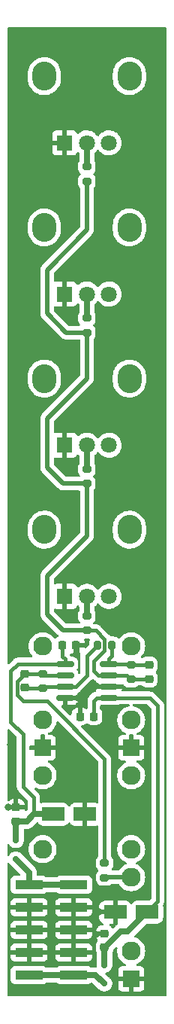
<source format=gbr>
%TF.GenerationSoftware,KiCad,Pcbnew,(6.0.9)*%
%TF.CreationDate,2023-01-29T17:11:57+01:00*%
%TF.ProjectId,witns_mxr,7769746e-735f-46d7-9872-2e6b69636164,rev?*%
%TF.SameCoordinates,Original*%
%TF.FileFunction,Copper,L2,Bot*%
%TF.FilePolarity,Positive*%
%FSLAX46Y46*%
G04 Gerber Fmt 4.6, Leading zero omitted, Abs format (unit mm)*
G04 Created by KiCad (PCBNEW (6.0.9)) date 2023-01-29 17:11:57*
%MOMM*%
%LPD*%
G01*
G04 APERTURE LIST*
G04 Aperture macros list*
%AMRoundRect*
0 Rectangle with rounded corners*
0 $1 Rounding radius*
0 $2 $3 $4 $5 $6 $7 $8 $9 X,Y pos of 4 corners*
0 Add a 4 corners polygon primitive as box body*
4,1,4,$2,$3,$4,$5,$6,$7,$8,$9,$2,$3,0*
0 Add four circle primitives for the rounded corners*
1,1,$1+$1,$2,$3*
1,1,$1+$1,$4,$5*
1,1,$1+$1,$6,$7*
1,1,$1+$1,$8,$9*
0 Add four rect primitives between the rounded corners*
20,1,$1+$1,$2,$3,$4,$5,0*
20,1,$1+$1,$4,$5,$6,$7,0*
20,1,$1+$1,$6,$7,$8,$9,0*
20,1,$1+$1,$8,$9,$2,$3,0*%
G04 Aperture macros list end*
%TA.AperFunction,ComponentPad*%
%ADD10O,2.720000X3.240000*%
%TD*%
%TA.AperFunction,ComponentPad*%
%ADD11R,1.800000X1.800000*%
%TD*%
%TA.AperFunction,ComponentPad*%
%ADD12C,1.800000*%
%TD*%
%TA.AperFunction,ComponentPad*%
%ADD13R,1.930000X1.830000*%
%TD*%
%TA.AperFunction,ComponentPad*%
%ADD14C,2.130000*%
%TD*%
%TA.AperFunction,SMDPad,CuDef*%
%ADD15R,3.150000X1.000000*%
%TD*%
%TA.AperFunction,SMDPad,CuDef*%
%ADD16RoundRect,0.250000X-1.050000X-0.550000X1.050000X-0.550000X1.050000X0.550000X-1.050000X0.550000X0*%
%TD*%
%TA.AperFunction,SMDPad,CuDef*%
%ADD17RoundRect,0.200000X-0.275000X0.200000X-0.275000X-0.200000X0.275000X-0.200000X0.275000X0.200000X0*%
%TD*%
%TA.AperFunction,SMDPad,CuDef*%
%ADD18RoundRect,0.225000X0.225000X0.250000X-0.225000X0.250000X-0.225000X-0.250000X0.225000X-0.250000X0*%
%TD*%
%TA.AperFunction,SMDPad,CuDef*%
%ADD19RoundRect,0.200000X0.200000X0.275000X-0.200000X0.275000X-0.200000X-0.275000X0.200000X-0.275000X0*%
%TD*%
%TA.AperFunction,SMDPad,CuDef*%
%ADD20R,0.450000X0.600000*%
%TD*%
%TA.AperFunction,SMDPad,CuDef*%
%ADD21RoundRect,0.225000X0.250000X-0.225000X0.250000X0.225000X-0.250000X0.225000X-0.250000X-0.225000X0*%
%TD*%
%TA.AperFunction,SMDPad,CuDef*%
%ADD22RoundRect,0.200000X0.275000X-0.200000X0.275000X0.200000X-0.275000X0.200000X-0.275000X-0.200000X0*%
%TD*%
%TA.AperFunction,SMDPad,CuDef*%
%ADD23RoundRect,0.225000X-0.250000X0.225000X-0.250000X-0.225000X0.250000X-0.225000X0.250000X0.225000X0*%
%TD*%
%TA.AperFunction,SMDPad,CuDef*%
%ADD24RoundRect,0.150000X0.825000X0.150000X-0.825000X0.150000X-0.825000X-0.150000X0.825000X-0.150000X0*%
%TD*%
%TA.AperFunction,ViaPad*%
%ADD25C,0.800000*%
%TD*%
%TA.AperFunction,Conductor*%
%ADD26C,0.700000*%
%TD*%
%TA.AperFunction,Conductor*%
%ADD27C,0.400000*%
%TD*%
%TA.AperFunction,Conductor*%
%ADD28C,0.500000*%
%TD*%
G04 APERTURE END LIST*
D10*
%TO.P,RV4,*%
%TO.N,*%
X45200000Y-102000000D03*
X54800000Y-102000000D03*
D11*
%TO.P,RV4,1,1*%
%TO.N,GND*%
X47500000Y-109500000D03*
D12*
%TO.P,RV4,2,2*%
%TO.N,Net-(RV4-Pad2)*%
X50000000Y-109500000D03*
%TO.P,RV4,3,3*%
%TO.N,Net-(J104-PadT)*%
X52500000Y-109500000D03*
%TD*%
D10*
%TO.P,RV1,*%
%TO.N,*%
X45200000Y-51000000D03*
X54800000Y-51000000D03*
D11*
%TO.P,RV1,1,1*%
%TO.N,GND*%
X47500000Y-58500000D03*
D12*
%TO.P,RV1,2,2*%
%TO.N,Net-(RV1-Pad2)*%
X50000000Y-58500000D03*
%TO.P,RV1,3,3*%
%TO.N,Net-(J101-PadT)*%
X52500000Y-58500000D03*
%TD*%
D13*
%TO.P,J103,S*%
%TO.N,GND*%
X55000000Y-126520000D03*
D14*
%TO.P,J103,T*%
%TO.N,Net-(J103-PadT)*%
X55000000Y-137920000D03*
%TO.P,J103,TN*%
%TO.N,unconnected-(J103-PadTN)*%
X55000000Y-129620000D03*
%TD*%
D13*
%TO.P,J102,S*%
%TO.N,GND*%
X55000000Y-126520000D03*
D14*
%TO.P,J102,T*%
%TO.N,Net-(J102-PadT)*%
X55000000Y-115120000D03*
%TO.P,J102,TN*%
%TO.N,unconnected-(J102-PadTN)*%
X55000000Y-123420000D03*
%TD*%
D10*
%TO.P,RV2,*%
%TO.N,*%
X54800000Y-68000000D03*
X45200000Y-68000000D03*
D11*
%TO.P,RV2,1,1*%
%TO.N,GND*%
X47500000Y-75500000D03*
D12*
%TO.P,RV2,2,2*%
%TO.N,Net-(RV2-Pad2)*%
X50000000Y-75500000D03*
%TO.P,RV2,3,3*%
%TO.N,Net-(J102-PadT)*%
X52500000Y-75500000D03*
%TD*%
D13*
%TO.P,J104,S*%
%TO.N,GND*%
X45000000Y-126520000D03*
D14*
%TO.P,J104,T*%
%TO.N,Net-(J104-PadT)*%
X45000000Y-137920000D03*
%TO.P,J104,TN*%
%TO.N,unconnected-(J104-PadTN)*%
X45000000Y-129620000D03*
%TD*%
D13*
%TO.P,J101,S*%
%TO.N,GND*%
X45000000Y-126520000D03*
D14*
%TO.P,J101,T*%
%TO.N,Net-(J101-PadT)*%
X45000000Y-115120000D03*
%TO.P,J101,TN*%
%TO.N,unconnected-(J101-PadTN)*%
X45000000Y-123420000D03*
%TD*%
D13*
%TO.P,J105,S*%
%TO.N,GND*%
X55000000Y-152480000D03*
D14*
%TO.P,J105,T*%
%TO.N,Net-(J105-PadT)*%
X55000000Y-141080000D03*
%TO.P,J105,TN*%
%TO.N,unconnected-(J105-PadTN)*%
X55000000Y-149380000D03*
%TD*%
D10*
%TO.P,RV3,*%
%TO.N,*%
X45200000Y-85000000D03*
X54800000Y-85000000D03*
D11*
%TO.P,RV3,1,1*%
%TO.N,GND*%
X47500000Y-92500000D03*
D12*
%TO.P,RV3,2,2*%
%TO.N,Net-(RV3-Pad2)*%
X50000000Y-92500000D03*
%TO.P,RV3,3,3*%
%TO.N,Net-(J103-PadT)*%
X52500000Y-92500000D03*
%TD*%
D15*
%TO.P,J106,1,Pin_1*%
%TO.N,Net-(J106-Pad2)*%
X43475000Y-152080000D03*
%TO.P,J106,2,Pin_2*%
X48525000Y-152080000D03*
%TO.P,J106,3,Pin_3*%
%TO.N,GND*%
X43475000Y-149540000D03*
%TO.P,J106,4,Pin_4*%
X48525000Y-149540000D03*
%TO.P,J106,5,Pin_5*%
X43475000Y-147000000D03*
%TO.P,J106,6,Pin_6*%
X48525000Y-147000000D03*
%TO.P,J106,7,Pin_7*%
X43475000Y-144460000D03*
%TO.P,J106,8,Pin_8*%
X48525000Y-144460000D03*
%TO.P,J106,9,Pin_9*%
%TO.N,Net-(J106-Pad10)*%
X43475000Y-141920000D03*
%TO.P,J106,10,Pin_10*%
X48525000Y-141920000D03*
%TD*%
D16*
%TO.P,C2,1*%
%TO.N,GND*%
X53200000Y-145000000D03*
%TO.P,C2,2*%
%TO.N,-12V*%
X56800000Y-145000000D03*
%TD*%
%TO.P,C1,1*%
%TO.N,+12V*%
X46200000Y-134000000D03*
%TO.P,C1,2*%
%TO.N,GND*%
X49800000Y-134000000D03*
%TD*%
D17*
%TO.P,R2,1*%
%TO.N,Net-(RV2-Pad2)*%
X50000000Y-78175000D03*
%TO.P,R2,2*%
%TO.N,Net-(U1-Pad2)*%
X50000000Y-79825000D03*
%TD*%
%TO.P,R1,1*%
%TO.N,Net-(RV1-Pad2)*%
X50000000Y-61175000D03*
%TO.P,R1,2*%
%TO.N,Net-(U1-Pad2)*%
X50000000Y-62825000D03*
%TD*%
D18*
%TO.P,C6,1*%
%TO.N,-12V*%
X50775000Y-123000000D03*
%TO.P,C6,2*%
%TO.N,GND*%
X49225000Y-123000000D03*
%TD*%
D19*
%TO.P,R6,1*%
%TO.N,Net-(U1-Pad1)*%
X52825000Y-115000000D03*
%TO.P,R6,2*%
%TO.N,Net-(U1-Pad6)*%
X51175000Y-115000000D03*
%TD*%
D20*
%TO.P,D1,1,K*%
%TO.N,+12V*%
X42000000Y-136950000D03*
%TO.P,D1,2,A*%
%TO.N,Net-(J106-Pad10)*%
X42000000Y-139050000D03*
%TD*%
D17*
%TO.P,R3,1*%
%TO.N,Net-(RV3-Pad2)*%
X50000000Y-95175000D03*
%TO.P,R3,2*%
%TO.N,Net-(U1-Pad2)*%
X50000000Y-96825000D03*
%TD*%
D21*
%TO.P,C4,1*%
%TO.N,-12V*%
X52000000Y-148975000D03*
%TO.P,C4,2*%
%TO.N,GND*%
X52000000Y-147425000D03*
%TD*%
D22*
%TO.P,R7,1*%
%TO.N,Net-(U1-Pad6)*%
X45000000Y-119825000D03*
%TO.P,R7,2*%
%TO.N,Net-(U1-Pad7)*%
X45000000Y-118175000D03*
%TD*%
D17*
%TO.P,R4,1*%
%TO.N,Net-(RV4-Pad2)*%
X50000000Y-111675000D03*
%TO.P,R4,2*%
%TO.N,Net-(U1-Pad2)*%
X50000000Y-113325000D03*
%TD*%
D20*
%TO.P,D2,1,K*%
%TO.N,Net-(J106-Pad2)*%
X52000000Y-153050000D03*
%TO.P,D2,2,A*%
%TO.N,-12V*%
X52000000Y-150950000D03*
%TD*%
D21*
%TO.P,C7,1*%
%TO.N,Net-(U1-Pad2)*%
X57000000Y-118775000D03*
%TO.P,C7,2*%
%TO.N,Net-(U1-Pad1)*%
X57000000Y-117225000D03*
%TD*%
D23*
%TO.P,C3,1*%
%TO.N,GND*%
X42000000Y-133225000D03*
%TO.P,C3,2*%
%TO.N,+12V*%
X42000000Y-134775000D03*
%TD*%
D24*
%TO.P,U1,1*%
%TO.N,Net-(U1-Pad1)*%
X52475000Y-117095000D03*
%TO.P,U1,2,-*%
%TO.N,Net-(U1-Pad2)*%
X52475000Y-118365000D03*
%TO.P,U1,3,+*%
%TO.N,GND*%
X52475000Y-119635000D03*
%TO.P,U1,4,V-*%
%TO.N,-12V*%
X52475000Y-120905000D03*
%TO.P,U1,5,+*%
%TO.N,GND*%
X47525000Y-120905000D03*
%TO.P,U1,6,-*%
%TO.N,Net-(U1-Pad6)*%
X47525000Y-119635000D03*
%TO.P,U1,7*%
%TO.N,Net-(U1-Pad7)*%
X47525000Y-118365000D03*
%TO.P,U1,8,V+*%
%TO.N,+12V*%
X47525000Y-117095000D03*
%TD*%
D21*
%TO.P,C8,1*%
%TO.N,Net-(U1-Pad6)*%
X43000000Y-119775000D03*
%TO.P,C8,2*%
%TO.N,Net-(U1-Pad7)*%
X43000000Y-118225000D03*
%TD*%
D18*
%TO.P,C5,1*%
%TO.N,GND*%
X48775000Y-115000000D03*
%TO.P,C5,2*%
%TO.N,+12V*%
X47225000Y-115000000D03*
%TD*%
D17*
%TO.P,R8,1*%
%TO.N,Net-(U1-Pad7)*%
X52000000Y-139475000D03*
%TO.P,R8,2*%
%TO.N,Net-(J105-PadT)*%
X52000000Y-141125000D03*
%TD*%
D22*
%TO.P,R5,1*%
%TO.N,Net-(U1-Pad2)*%
X55000000Y-118825000D03*
%TO.P,R5,2*%
%TO.N,Net-(U1-Pad1)*%
X55000000Y-117175000D03*
%TD*%
D25*
%TO.N,GND*%
X46000000Y-147000000D03*
X51000000Y-147500000D03*
X51400000Y-145000000D03*
X41100000Y-133200000D03*
X49000000Y-120900000D03*
X46000000Y-149500000D03*
X46000000Y-144500000D03*
X41400000Y-126200000D03*
X51000000Y-119600000D03*
X48800000Y-115900000D03*
%TD*%
D26*
%TO.N,+12V*%
X42000000Y-134775000D02*
X43225000Y-134775000D01*
X44000000Y-134000000D02*
X46200000Y-134000000D01*
D27*
X42800000Y-130900000D02*
X44000000Y-132100000D01*
D26*
X43225000Y-134775000D02*
X44000000Y-134000000D01*
D27*
X42800000Y-125000000D02*
X42800000Y-130900000D01*
X47525000Y-117095000D02*
X47525000Y-116525000D01*
X47225000Y-115000000D02*
X47225000Y-116225000D01*
X42205000Y-117095000D02*
X41400000Y-117900000D01*
X47225000Y-116225000D02*
X47525000Y-116525000D01*
X41400000Y-117900000D02*
X41400000Y-123600000D01*
X41400000Y-123600000D02*
X42800000Y-125000000D01*
X47525000Y-117095000D02*
X42205000Y-117095000D01*
X44000000Y-132100000D02*
X44000000Y-134000000D01*
D26*
X42000000Y-136950000D02*
X42000000Y-134775000D01*
%TO.N,GND*%
X48800000Y-115900000D02*
X48800000Y-115025000D01*
D27*
X52475000Y-119635000D02*
X51035000Y-119635000D01*
X47525000Y-120905000D02*
X48995000Y-120905000D01*
X43475000Y-144460000D02*
X48525000Y-144460000D01*
X51035000Y-119635000D02*
X51000000Y-119600000D01*
D28*
X41100000Y-133200000D02*
X41975000Y-133200000D01*
D27*
X52000000Y-147425000D02*
X51075000Y-147425000D01*
X48525000Y-147000000D02*
X43475000Y-147000000D01*
X48995000Y-120905000D02*
X49000000Y-120900000D01*
X48525000Y-149540000D02*
X43475000Y-149540000D01*
X53200000Y-145000000D02*
X51400000Y-145000000D01*
D28*
X41975000Y-133200000D02*
X42000000Y-133225000D01*
D26*
X48800000Y-115025000D02*
X48775000Y-115000000D01*
D27*
X51075000Y-147425000D02*
X51000000Y-147500000D01*
%TO.N,-12V*%
X50775000Y-121225000D02*
X50775000Y-123000000D01*
D26*
X52021016Y-148975000D02*
X53796016Y-147200000D01*
X53796016Y-147200000D02*
X54600000Y-147200000D01*
D27*
X58000000Y-121810000D02*
X57095000Y-120905000D01*
X52475000Y-120905000D02*
X51095000Y-120905000D01*
X57095000Y-120905000D02*
X52475000Y-120905000D01*
D26*
X52000000Y-150950000D02*
X52000000Y-148975000D01*
X54600000Y-147200000D02*
X56800000Y-145000000D01*
D27*
X58000000Y-143800000D02*
X58000000Y-121810000D01*
X56800000Y-145000000D02*
X58000000Y-143800000D01*
X51095000Y-120905000D02*
X50775000Y-121225000D01*
D26*
X52000000Y-148975000D02*
X52021016Y-148975000D01*
D28*
%TO.N,Net-(U1-Pad2)*%
X45500000Y-95000000D02*
X47325000Y-96825000D01*
D27*
X52475000Y-118365000D02*
X54540000Y-118365000D01*
X54540000Y-118365000D02*
X55000000Y-118825000D01*
X52000000Y-114300000D02*
X51025000Y-113325000D01*
X51265000Y-118365000D02*
X50800000Y-117900000D01*
D28*
X50000000Y-79825000D02*
X50000000Y-85000000D01*
X45500000Y-111500000D02*
X46500000Y-112500000D01*
D27*
X55050000Y-118775000D02*
X55000000Y-118825000D01*
X57000000Y-118775000D02*
X55050000Y-118775000D01*
D28*
X45500000Y-77700000D02*
X47625000Y-79825000D01*
D27*
X50800000Y-117900000D02*
X50800000Y-116800000D01*
X51025000Y-113325000D02*
X50000000Y-113325000D01*
X50800000Y-116800000D02*
X52000000Y-115600000D01*
D28*
X47625000Y-79825000D02*
X50000000Y-79825000D01*
X47325000Y-96825000D02*
X50000000Y-96825000D01*
X45500000Y-89500000D02*
X45500000Y-95000000D01*
X50000000Y-68300000D02*
X45500000Y-72800000D01*
X50000000Y-85000000D02*
X45500000Y-89500000D01*
X50000000Y-96825000D02*
X50000000Y-102700000D01*
X45500000Y-107200000D02*
X45500000Y-111500000D01*
X47325000Y-113325000D02*
X50000000Y-113325000D01*
D27*
X52475000Y-118365000D02*
X51265000Y-118365000D01*
D28*
X46500000Y-112500000D02*
X47325000Y-113325000D01*
X45500000Y-72800000D02*
X45500000Y-77700000D01*
D27*
X52000000Y-115600000D02*
X52000000Y-114300000D01*
D28*
X50000000Y-62825000D02*
X50000000Y-68300000D01*
X50000000Y-102700000D02*
X45500000Y-107200000D01*
D27*
%TO.N,Net-(U1-Pad1)*%
X52475000Y-117095000D02*
X52475000Y-116525000D01*
X54920000Y-117095000D02*
X55000000Y-117175000D01*
X55000000Y-117175000D02*
X56950000Y-117175000D01*
X56950000Y-117175000D02*
X57000000Y-117225000D01*
X52475000Y-116525000D02*
X52825000Y-116175000D01*
X52475000Y-117095000D02*
X54920000Y-117095000D01*
X52825000Y-115000000D02*
X52825000Y-116175000D01*
%TO.N,Net-(U1-Pad6)*%
X47525000Y-119635000D02*
X45190000Y-119635000D01*
X43050000Y-119825000D02*
X43000000Y-119775000D01*
X51175000Y-115000000D02*
X50000000Y-116175000D01*
X48765000Y-119635000D02*
X47525000Y-119635000D01*
X50000000Y-116175000D02*
X50000000Y-118400000D01*
X45000000Y-119825000D02*
X43050000Y-119825000D01*
X50000000Y-118400000D02*
X48765000Y-119635000D01*
X45190000Y-119635000D02*
X45000000Y-119825000D01*
%TO.N,Net-(U1-Pad7)*%
X45190000Y-118365000D02*
X45000000Y-118175000D01*
X45500000Y-121300000D02*
X42800000Y-121300000D01*
X42125000Y-119100000D02*
X43000000Y-118225000D01*
X43050000Y-118175000D02*
X43000000Y-118225000D01*
X42125000Y-120625000D02*
X42125000Y-119100000D01*
X52000000Y-127800000D02*
X45500000Y-121300000D01*
X52000000Y-139475000D02*
X52000000Y-127800000D01*
X45000000Y-118175000D02*
X43050000Y-118175000D01*
X47525000Y-118365000D02*
X45190000Y-118365000D01*
X42800000Y-121300000D02*
X42125000Y-120625000D01*
D26*
%TO.N,Net-(J106-Pad10)*%
X43475000Y-140525000D02*
X42000000Y-139050000D01*
X43475000Y-141920000D02*
X43475000Y-140525000D01*
X43475000Y-141920000D02*
X48525000Y-141920000D01*
%TO.N,Net-(J106-Pad2)*%
X50980000Y-152080000D02*
X51950000Y-153050000D01*
X43475000Y-152080000D02*
X48525000Y-152080000D01*
X48525000Y-152080000D02*
X50980000Y-152080000D01*
X52000000Y-153050000D02*
X51950000Y-153050000D01*
D28*
%TO.N,Net-(J105-PadT)*%
X52045000Y-141080000D02*
X52000000Y-141125000D01*
X55000000Y-141080000D02*
X52045000Y-141080000D01*
D26*
%TO.N,Net-(RV1-Pad2)*%
X50000000Y-58500000D02*
X50000000Y-61175000D01*
%TO.N,Net-(RV2-Pad2)*%
X50000000Y-75500000D02*
X50000000Y-78175000D01*
%TO.N,Net-(RV3-Pad2)*%
X50000000Y-92500000D02*
X50000000Y-95175000D01*
%TO.N,Net-(RV4-Pad2)*%
X50000000Y-111675000D02*
X50000000Y-109500000D01*
%TD*%
%TA.AperFunction,Conductor*%
%TO.N,GND*%
G36*
X58933621Y-45528502D02*
G01*
X58980114Y-45582158D01*
X58991500Y-45634500D01*
X58991500Y-154365500D01*
X58971498Y-154433621D01*
X58917842Y-154480114D01*
X58865500Y-154491500D01*
X41134500Y-154491500D01*
X41066379Y-154471498D01*
X41019886Y-154417842D01*
X41008500Y-154365500D01*
X41008500Y-150084669D01*
X41392001Y-150084669D01*
X41392371Y-150091490D01*
X41397895Y-150142352D01*
X41401521Y-150157604D01*
X41446676Y-150278054D01*
X41455214Y-150293649D01*
X41531715Y-150395724D01*
X41544276Y-150408285D01*
X41646351Y-150484786D01*
X41661946Y-150493324D01*
X41782394Y-150538478D01*
X41797649Y-150542105D01*
X41848514Y-150547631D01*
X41855328Y-150548000D01*
X43202885Y-150548000D01*
X43218124Y-150543525D01*
X43219329Y-150542135D01*
X43221000Y-150534452D01*
X43221000Y-150529884D01*
X43729000Y-150529884D01*
X43733475Y-150545123D01*
X43734865Y-150546328D01*
X43742548Y-150547999D01*
X45094669Y-150547999D01*
X45101490Y-150547629D01*
X45152352Y-150542105D01*
X45167604Y-150538479D01*
X45288054Y-150493324D01*
X45303649Y-150484786D01*
X45405724Y-150408285D01*
X45418285Y-150395724D01*
X45494786Y-150293649D01*
X45503324Y-150278054D01*
X45548478Y-150157606D01*
X45552105Y-150142351D01*
X45557631Y-150091486D01*
X45558000Y-150084672D01*
X45558000Y-150084669D01*
X46442001Y-150084669D01*
X46442371Y-150091490D01*
X46447895Y-150142352D01*
X46451521Y-150157604D01*
X46496676Y-150278054D01*
X46505214Y-150293649D01*
X46581715Y-150395724D01*
X46594276Y-150408285D01*
X46696351Y-150484786D01*
X46711946Y-150493324D01*
X46832394Y-150538478D01*
X46847649Y-150542105D01*
X46898514Y-150547631D01*
X46905328Y-150548000D01*
X48252885Y-150548000D01*
X48268124Y-150543525D01*
X48269329Y-150542135D01*
X48271000Y-150534452D01*
X48271000Y-150529884D01*
X48779000Y-150529884D01*
X48783475Y-150545123D01*
X48784865Y-150546328D01*
X48792548Y-150547999D01*
X50144669Y-150547999D01*
X50151490Y-150547629D01*
X50202352Y-150542105D01*
X50217604Y-150538479D01*
X50338054Y-150493324D01*
X50353649Y-150484786D01*
X50455724Y-150408285D01*
X50468285Y-150395724D01*
X50544786Y-150293649D01*
X50553324Y-150278054D01*
X50598478Y-150157606D01*
X50602105Y-150142351D01*
X50607631Y-150091486D01*
X50608000Y-150084672D01*
X50608000Y-149812115D01*
X50603525Y-149796876D01*
X50602135Y-149795671D01*
X50594452Y-149794000D01*
X48797115Y-149794000D01*
X48781876Y-149798475D01*
X48780671Y-149799865D01*
X48779000Y-149807548D01*
X48779000Y-150529884D01*
X48271000Y-150529884D01*
X48271000Y-149812115D01*
X48266525Y-149796876D01*
X48265135Y-149795671D01*
X48257452Y-149794000D01*
X46460116Y-149794000D01*
X46444877Y-149798475D01*
X46443672Y-149799865D01*
X46442001Y-149807548D01*
X46442001Y-150084669D01*
X45558000Y-150084669D01*
X45558000Y-149812115D01*
X45553525Y-149796876D01*
X45552135Y-149795671D01*
X45544452Y-149794000D01*
X43747115Y-149794000D01*
X43731876Y-149798475D01*
X43730671Y-149799865D01*
X43729000Y-149807548D01*
X43729000Y-150529884D01*
X43221000Y-150529884D01*
X43221000Y-149812115D01*
X43216525Y-149796876D01*
X43215135Y-149795671D01*
X43207452Y-149794000D01*
X41410116Y-149794000D01*
X41394877Y-149798475D01*
X41393672Y-149799865D01*
X41392001Y-149807548D01*
X41392001Y-150084669D01*
X41008500Y-150084669D01*
X41008500Y-149267885D01*
X41392000Y-149267885D01*
X41396475Y-149283124D01*
X41397865Y-149284329D01*
X41405548Y-149286000D01*
X43202885Y-149286000D01*
X43218124Y-149281525D01*
X43219329Y-149280135D01*
X43221000Y-149272452D01*
X43221000Y-149267885D01*
X43729000Y-149267885D01*
X43733475Y-149283124D01*
X43734865Y-149284329D01*
X43742548Y-149286000D01*
X45539884Y-149286000D01*
X45555123Y-149281525D01*
X45556328Y-149280135D01*
X45557999Y-149272452D01*
X45557999Y-149267885D01*
X46442000Y-149267885D01*
X46446475Y-149283124D01*
X46447865Y-149284329D01*
X46455548Y-149286000D01*
X48252885Y-149286000D01*
X48268124Y-149281525D01*
X48269329Y-149280135D01*
X48271000Y-149272452D01*
X48271000Y-149267885D01*
X48779000Y-149267885D01*
X48783475Y-149283124D01*
X48784865Y-149284329D01*
X48792548Y-149286000D01*
X50589884Y-149286000D01*
X50605123Y-149281525D01*
X50606328Y-149280135D01*
X50607999Y-149272452D01*
X50607999Y-148995331D01*
X50607629Y-148988510D01*
X50602105Y-148937648D01*
X50598479Y-148922396D01*
X50553324Y-148801946D01*
X50544786Y-148786351D01*
X50468285Y-148684276D01*
X50455724Y-148671715D01*
X50353649Y-148595214D01*
X50338054Y-148586676D01*
X50217606Y-148541522D01*
X50202351Y-148537895D01*
X50151486Y-148532369D01*
X50144672Y-148532000D01*
X48797115Y-148532000D01*
X48781876Y-148536475D01*
X48780671Y-148537865D01*
X48779000Y-148545548D01*
X48779000Y-149267885D01*
X48271000Y-149267885D01*
X48271000Y-148550116D01*
X48266525Y-148534877D01*
X48265135Y-148533672D01*
X48257452Y-148532001D01*
X46905331Y-148532001D01*
X46898510Y-148532371D01*
X46847648Y-148537895D01*
X46832396Y-148541521D01*
X46711946Y-148586676D01*
X46696351Y-148595214D01*
X46594276Y-148671715D01*
X46581715Y-148684276D01*
X46505214Y-148786351D01*
X46496676Y-148801946D01*
X46451522Y-148922394D01*
X46447895Y-148937649D01*
X46442369Y-148988514D01*
X46442000Y-148995328D01*
X46442000Y-149267885D01*
X45557999Y-149267885D01*
X45557999Y-148995331D01*
X45557629Y-148988510D01*
X45552105Y-148937648D01*
X45548479Y-148922396D01*
X45503324Y-148801946D01*
X45494786Y-148786351D01*
X45418285Y-148684276D01*
X45405724Y-148671715D01*
X45303649Y-148595214D01*
X45288054Y-148586676D01*
X45167606Y-148541522D01*
X45152351Y-148537895D01*
X45101486Y-148532369D01*
X45094672Y-148532000D01*
X43747115Y-148532000D01*
X43731876Y-148536475D01*
X43730671Y-148537865D01*
X43729000Y-148545548D01*
X43729000Y-149267885D01*
X43221000Y-149267885D01*
X43221000Y-148550116D01*
X43216525Y-148534877D01*
X43215135Y-148533672D01*
X43207452Y-148532001D01*
X41855331Y-148532001D01*
X41848510Y-148532371D01*
X41797648Y-148537895D01*
X41782396Y-148541521D01*
X41661946Y-148586676D01*
X41646351Y-148595214D01*
X41544276Y-148671715D01*
X41531715Y-148684276D01*
X41455214Y-148786351D01*
X41446676Y-148801946D01*
X41401522Y-148922394D01*
X41397895Y-148937649D01*
X41392369Y-148988514D01*
X41392000Y-148995328D01*
X41392000Y-149267885D01*
X41008500Y-149267885D01*
X41008500Y-147544669D01*
X41392001Y-147544669D01*
X41392371Y-147551490D01*
X41397895Y-147602352D01*
X41401521Y-147617604D01*
X41446676Y-147738054D01*
X41455214Y-147753649D01*
X41531715Y-147855724D01*
X41544276Y-147868285D01*
X41646351Y-147944786D01*
X41661946Y-147953324D01*
X41782394Y-147998478D01*
X41797649Y-148002105D01*
X41848514Y-148007631D01*
X41855328Y-148008000D01*
X43202885Y-148008000D01*
X43218124Y-148003525D01*
X43219329Y-148002135D01*
X43221000Y-147994452D01*
X43221000Y-147989884D01*
X43729000Y-147989884D01*
X43733475Y-148005123D01*
X43734865Y-148006328D01*
X43742548Y-148007999D01*
X45094669Y-148007999D01*
X45101490Y-148007629D01*
X45152352Y-148002105D01*
X45167604Y-147998479D01*
X45288054Y-147953324D01*
X45303649Y-147944786D01*
X45405724Y-147868285D01*
X45418285Y-147855724D01*
X45494786Y-147753649D01*
X45503324Y-147738054D01*
X45548478Y-147617606D01*
X45552105Y-147602351D01*
X45557631Y-147551486D01*
X45558000Y-147544672D01*
X45558000Y-147544669D01*
X46442001Y-147544669D01*
X46442371Y-147551490D01*
X46447895Y-147602352D01*
X46451521Y-147617604D01*
X46496676Y-147738054D01*
X46505214Y-147753649D01*
X46581715Y-147855724D01*
X46594276Y-147868285D01*
X46696351Y-147944786D01*
X46711946Y-147953324D01*
X46832394Y-147998478D01*
X46847649Y-148002105D01*
X46898514Y-148007631D01*
X46905328Y-148008000D01*
X48252885Y-148008000D01*
X48268124Y-148003525D01*
X48269329Y-148002135D01*
X48271000Y-147994452D01*
X48271000Y-147989884D01*
X48779000Y-147989884D01*
X48783475Y-148005123D01*
X48784865Y-148006328D01*
X48792548Y-148007999D01*
X50144669Y-148007999D01*
X50151490Y-148007629D01*
X50202352Y-148002105D01*
X50217604Y-147998479D01*
X50338054Y-147953324D01*
X50353649Y-147944786D01*
X50455724Y-147868285D01*
X50468285Y-147855724D01*
X50544786Y-147753649D01*
X50553324Y-147738054D01*
X50598478Y-147617606D01*
X50602105Y-147602351D01*
X50607631Y-147551486D01*
X50608000Y-147544672D01*
X50608000Y-147272115D01*
X50603525Y-147256876D01*
X50602135Y-147255671D01*
X50594452Y-147254000D01*
X48797115Y-147254000D01*
X48781876Y-147258475D01*
X48780671Y-147259865D01*
X48779000Y-147267548D01*
X48779000Y-147989884D01*
X48271000Y-147989884D01*
X48271000Y-147272115D01*
X48266525Y-147256876D01*
X48265135Y-147255671D01*
X48257452Y-147254000D01*
X46460116Y-147254000D01*
X46444877Y-147258475D01*
X46443672Y-147259865D01*
X46442001Y-147267548D01*
X46442001Y-147544669D01*
X45558000Y-147544669D01*
X45558000Y-147272115D01*
X45553525Y-147256876D01*
X45552135Y-147255671D01*
X45544452Y-147254000D01*
X43747115Y-147254000D01*
X43731876Y-147258475D01*
X43730671Y-147259865D01*
X43729000Y-147267548D01*
X43729000Y-147989884D01*
X43221000Y-147989884D01*
X43221000Y-147272115D01*
X43216525Y-147256876D01*
X43215135Y-147255671D01*
X43207452Y-147254000D01*
X41410116Y-147254000D01*
X41394877Y-147258475D01*
X41393672Y-147259865D01*
X41392001Y-147267548D01*
X41392001Y-147544669D01*
X41008500Y-147544669D01*
X41008500Y-146727885D01*
X41392000Y-146727885D01*
X41396475Y-146743124D01*
X41397865Y-146744329D01*
X41405548Y-146746000D01*
X43202885Y-146746000D01*
X43218124Y-146741525D01*
X43219329Y-146740135D01*
X43221000Y-146732452D01*
X43221000Y-146727885D01*
X43729000Y-146727885D01*
X43733475Y-146743124D01*
X43734865Y-146744329D01*
X43742548Y-146746000D01*
X45539884Y-146746000D01*
X45555123Y-146741525D01*
X45556328Y-146740135D01*
X45557999Y-146732452D01*
X45557999Y-146727885D01*
X46442000Y-146727885D01*
X46446475Y-146743124D01*
X46447865Y-146744329D01*
X46455548Y-146746000D01*
X48252885Y-146746000D01*
X48268124Y-146741525D01*
X48269329Y-146740135D01*
X48271000Y-146732452D01*
X48271000Y-146727885D01*
X48779000Y-146727885D01*
X48783475Y-146743124D01*
X48784865Y-146744329D01*
X48792548Y-146746000D01*
X50589884Y-146746000D01*
X50605123Y-146741525D01*
X50606328Y-146740135D01*
X50607999Y-146732452D01*
X50607999Y-146455331D01*
X50607629Y-146448510D01*
X50602105Y-146397648D01*
X50598479Y-146382396D01*
X50553324Y-146261946D01*
X50544786Y-146246351D01*
X50468285Y-146144276D01*
X50455724Y-146131715D01*
X50353649Y-146055214D01*
X50338054Y-146046676D01*
X50217606Y-146001522D01*
X50202351Y-145997895D01*
X50151486Y-145992369D01*
X50144672Y-145992000D01*
X48797115Y-145992000D01*
X48781876Y-145996475D01*
X48780671Y-145997865D01*
X48779000Y-146005548D01*
X48779000Y-146727885D01*
X48271000Y-146727885D01*
X48271000Y-146010116D01*
X48266525Y-145994877D01*
X48265135Y-145993672D01*
X48257452Y-145992001D01*
X46905331Y-145992001D01*
X46898510Y-145992371D01*
X46847648Y-145997895D01*
X46832396Y-146001521D01*
X46711946Y-146046676D01*
X46696351Y-146055214D01*
X46594276Y-146131715D01*
X46581715Y-146144276D01*
X46505214Y-146246351D01*
X46496676Y-146261946D01*
X46451522Y-146382394D01*
X46447895Y-146397649D01*
X46442369Y-146448514D01*
X46442000Y-146455328D01*
X46442000Y-146727885D01*
X45557999Y-146727885D01*
X45557999Y-146455331D01*
X45557629Y-146448510D01*
X45552105Y-146397648D01*
X45548479Y-146382396D01*
X45503324Y-146261946D01*
X45494786Y-146246351D01*
X45418285Y-146144276D01*
X45405724Y-146131715D01*
X45303649Y-146055214D01*
X45288054Y-146046676D01*
X45167606Y-146001522D01*
X45152351Y-145997895D01*
X45101486Y-145992369D01*
X45094672Y-145992000D01*
X43747115Y-145992000D01*
X43731876Y-145996475D01*
X43730671Y-145997865D01*
X43729000Y-146005548D01*
X43729000Y-146727885D01*
X43221000Y-146727885D01*
X43221000Y-146010116D01*
X43216525Y-145994877D01*
X43215135Y-145993672D01*
X43207452Y-145992001D01*
X41855331Y-145992001D01*
X41848510Y-145992371D01*
X41797648Y-145997895D01*
X41782396Y-146001521D01*
X41661946Y-146046676D01*
X41646351Y-146055214D01*
X41544276Y-146131715D01*
X41531715Y-146144276D01*
X41455214Y-146246351D01*
X41446676Y-146261946D01*
X41401522Y-146382394D01*
X41397895Y-146397649D01*
X41392369Y-146448514D01*
X41392000Y-146455328D01*
X41392000Y-146727885D01*
X41008500Y-146727885D01*
X41008500Y-145004669D01*
X41392001Y-145004669D01*
X41392371Y-145011490D01*
X41397895Y-145062352D01*
X41401521Y-145077604D01*
X41446676Y-145198054D01*
X41455214Y-145213649D01*
X41531715Y-145315724D01*
X41544276Y-145328285D01*
X41646351Y-145404786D01*
X41661946Y-145413324D01*
X41782394Y-145458478D01*
X41797649Y-145462105D01*
X41848514Y-145467631D01*
X41855328Y-145468000D01*
X43202885Y-145468000D01*
X43218124Y-145463525D01*
X43219329Y-145462135D01*
X43221000Y-145454452D01*
X43221000Y-145449884D01*
X43729000Y-145449884D01*
X43733475Y-145465123D01*
X43734865Y-145466328D01*
X43742548Y-145467999D01*
X45094669Y-145467999D01*
X45101490Y-145467629D01*
X45152352Y-145462105D01*
X45167604Y-145458479D01*
X45288054Y-145413324D01*
X45303649Y-145404786D01*
X45405724Y-145328285D01*
X45418285Y-145315724D01*
X45494786Y-145213649D01*
X45503324Y-145198054D01*
X45548478Y-145077606D01*
X45552105Y-145062351D01*
X45557631Y-145011486D01*
X45558000Y-145004672D01*
X45558000Y-145004669D01*
X46442001Y-145004669D01*
X46442371Y-145011490D01*
X46447895Y-145062352D01*
X46451521Y-145077604D01*
X46496676Y-145198054D01*
X46505214Y-145213649D01*
X46581715Y-145315724D01*
X46594276Y-145328285D01*
X46696351Y-145404786D01*
X46711946Y-145413324D01*
X46832394Y-145458478D01*
X46847649Y-145462105D01*
X46898514Y-145467631D01*
X46905328Y-145468000D01*
X48252885Y-145468000D01*
X48268124Y-145463525D01*
X48269329Y-145462135D01*
X48271000Y-145454452D01*
X48271000Y-145449884D01*
X48779000Y-145449884D01*
X48783475Y-145465123D01*
X48784865Y-145466328D01*
X48792548Y-145467999D01*
X50144669Y-145467999D01*
X50151490Y-145467629D01*
X50202352Y-145462105D01*
X50217604Y-145458479D01*
X50338054Y-145413324D01*
X50353649Y-145404786D01*
X50455724Y-145328285D01*
X50468285Y-145315724D01*
X50544786Y-145213649D01*
X50553324Y-145198054D01*
X50598478Y-145077606D01*
X50602105Y-145062351D01*
X50607631Y-145011486D01*
X50608000Y-145004672D01*
X50608000Y-144732115D01*
X50606758Y-144727885D01*
X51392000Y-144727885D01*
X51396475Y-144743124D01*
X51397865Y-144744329D01*
X51405548Y-144746000D01*
X52927885Y-144746000D01*
X52943124Y-144741525D01*
X52944329Y-144740135D01*
X52946000Y-144732452D01*
X52946000Y-143710116D01*
X52941525Y-143694877D01*
X52940135Y-143693672D01*
X52932452Y-143692001D01*
X52102905Y-143692001D01*
X52096386Y-143692338D01*
X52000794Y-143702257D01*
X51987400Y-143705149D01*
X51833216Y-143756588D01*
X51820038Y-143762761D01*
X51682193Y-143848063D01*
X51670792Y-143857099D01*
X51556261Y-143971829D01*
X51547249Y-143983240D01*
X51462184Y-144121243D01*
X51456037Y-144134424D01*
X51404862Y-144288710D01*
X51401995Y-144302086D01*
X51392328Y-144396438D01*
X51392000Y-144402854D01*
X51392000Y-144727885D01*
X50606758Y-144727885D01*
X50603525Y-144716876D01*
X50602135Y-144715671D01*
X50594452Y-144714000D01*
X48797115Y-144714000D01*
X48781876Y-144718475D01*
X48780671Y-144719865D01*
X48779000Y-144727548D01*
X48779000Y-145449884D01*
X48271000Y-145449884D01*
X48271000Y-144732115D01*
X48266525Y-144716876D01*
X48265135Y-144715671D01*
X48257452Y-144714000D01*
X46460116Y-144714000D01*
X46444877Y-144718475D01*
X46443672Y-144719865D01*
X46442001Y-144727548D01*
X46442001Y-145004669D01*
X45558000Y-145004669D01*
X45558000Y-144732115D01*
X45553525Y-144716876D01*
X45552135Y-144715671D01*
X45544452Y-144714000D01*
X43747115Y-144714000D01*
X43731876Y-144718475D01*
X43730671Y-144719865D01*
X43729000Y-144727548D01*
X43729000Y-145449884D01*
X43221000Y-145449884D01*
X43221000Y-144732115D01*
X43216525Y-144716876D01*
X43215135Y-144715671D01*
X43207452Y-144714000D01*
X41410116Y-144714000D01*
X41394877Y-144718475D01*
X41393672Y-144719865D01*
X41392001Y-144727548D01*
X41392001Y-145004669D01*
X41008500Y-145004669D01*
X41008500Y-144187885D01*
X41392000Y-144187885D01*
X41396475Y-144203124D01*
X41397865Y-144204329D01*
X41405548Y-144206000D01*
X43202885Y-144206000D01*
X43218124Y-144201525D01*
X43219329Y-144200135D01*
X43221000Y-144192452D01*
X43221000Y-144187885D01*
X43729000Y-144187885D01*
X43733475Y-144203124D01*
X43734865Y-144204329D01*
X43742548Y-144206000D01*
X45539884Y-144206000D01*
X45555123Y-144201525D01*
X45556328Y-144200135D01*
X45557999Y-144192452D01*
X45557999Y-144187885D01*
X46442000Y-144187885D01*
X46446475Y-144203124D01*
X46447865Y-144204329D01*
X46455548Y-144206000D01*
X48252885Y-144206000D01*
X48268124Y-144201525D01*
X48269329Y-144200135D01*
X48271000Y-144192452D01*
X48271000Y-144187885D01*
X48779000Y-144187885D01*
X48783475Y-144203124D01*
X48784865Y-144204329D01*
X48792548Y-144206000D01*
X50589884Y-144206000D01*
X50605123Y-144201525D01*
X50606328Y-144200135D01*
X50607999Y-144192452D01*
X50607999Y-143915331D01*
X50607629Y-143908510D01*
X50602105Y-143857648D01*
X50598479Y-143842396D01*
X50553324Y-143721946D01*
X50544786Y-143706351D01*
X50468285Y-143604276D01*
X50455724Y-143591715D01*
X50353649Y-143515214D01*
X50338054Y-143506676D01*
X50217606Y-143461522D01*
X50202351Y-143457895D01*
X50151486Y-143452369D01*
X50144672Y-143452000D01*
X48797115Y-143452000D01*
X48781876Y-143456475D01*
X48780671Y-143457865D01*
X48779000Y-143465548D01*
X48779000Y-144187885D01*
X48271000Y-144187885D01*
X48271000Y-143470116D01*
X48266525Y-143454877D01*
X48265135Y-143453672D01*
X48257452Y-143452001D01*
X46905331Y-143452001D01*
X46898510Y-143452371D01*
X46847648Y-143457895D01*
X46832396Y-143461521D01*
X46711946Y-143506676D01*
X46696351Y-143515214D01*
X46594276Y-143591715D01*
X46581715Y-143604276D01*
X46505214Y-143706351D01*
X46496676Y-143721946D01*
X46451522Y-143842394D01*
X46447895Y-143857649D01*
X46442369Y-143908514D01*
X46442000Y-143915328D01*
X46442000Y-144187885D01*
X45557999Y-144187885D01*
X45557999Y-143915331D01*
X45557629Y-143908510D01*
X45552105Y-143857648D01*
X45548479Y-143842396D01*
X45503324Y-143721946D01*
X45494786Y-143706351D01*
X45418285Y-143604276D01*
X45405724Y-143591715D01*
X45303649Y-143515214D01*
X45288054Y-143506676D01*
X45167606Y-143461522D01*
X45152351Y-143457895D01*
X45101486Y-143452369D01*
X45094672Y-143452000D01*
X43747115Y-143452000D01*
X43731876Y-143456475D01*
X43730671Y-143457865D01*
X43729000Y-143465548D01*
X43729000Y-144187885D01*
X43221000Y-144187885D01*
X43221000Y-143470116D01*
X43216525Y-143454877D01*
X43215135Y-143453672D01*
X43207452Y-143452001D01*
X41855331Y-143452001D01*
X41848510Y-143452371D01*
X41797648Y-143457895D01*
X41782396Y-143461521D01*
X41661946Y-143506676D01*
X41646351Y-143515214D01*
X41544276Y-143591715D01*
X41531715Y-143604276D01*
X41455214Y-143706351D01*
X41446676Y-143721946D01*
X41401522Y-143842394D01*
X41397895Y-143857649D01*
X41392369Y-143908514D01*
X41392000Y-143915328D01*
X41392000Y-144187885D01*
X41008500Y-144187885D01*
X41008500Y-139523557D01*
X41028502Y-139455436D01*
X41082158Y-139408943D01*
X41152432Y-139398839D01*
X41217012Y-139428333D01*
X41240882Y-139456038D01*
X41309059Y-139563468D01*
X41320650Y-139586743D01*
X41324385Y-139596705D01*
X41329765Y-139603884D01*
X41329767Y-139603887D01*
X41339152Y-139616409D01*
X41411739Y-139713261D01*
X41528295Y-139800615D01*
X41531700Y-139801891D01*
X41556008Y-139820110D01*
X42432304Y-140696407D01*
X42466328Y-140758717D01*
X42461263Y-140829533D01*
X42418716Y-140886368D01*
X42352196Y-140911179D01*
X42343207Y-140911500D01*
X41851866Y-140911500D01*
X41789684Y-140918255D01*
X41653295Y-140969385D01*
X41536739Y-141056739D01*
X41449385Y-141173295D01*
X41398255Y-141309684D01*
X41391500Y-141371866D01*
X41391500Y-142468134D01*
X41398255Y-142530316D01*
X41449385Y-142666705D01*
X41536739Y-142783261D01*
X41653295Y-142870615D01*
X41789684Y-142921745D01*
X41851866Y-142928500D01*
X45098134Y-142928500D01*
X45160316Y-142921745D01*
X45296705Y-142870615D01*
X45386024Y-142803674D01*
X45452530Y-142778826D01*
X45461589Y-142778500D01*
X46538411Y-142778500D01*
X46606532Y-142798502D01*
X46613975Y-142803674D01*
X46703295Y-142870615D01*
X46839684Y-142921745D01*
X46901866Y-142928500D01*
X50148134Y-142928500D01*
X50210316Y-142921745D01*
X50346705Y-142870615D01*
X50463261Y-142783261D01*
X50550615Y-142666705D01*
X50601745Y-142530316D01*
X50608500Y-142468134D01*
X50608500Y-141371866D01*
X50601745Y-141309684D01*
X50550615Y-141173295D01*
X50463261Y-141056739D01*
X50346705Y-140969385D01*
X50210316Y-140918255D01*
X50148134Y-140911500D01*
X46901866Y-140911500D01*
X46839684Y-140918255D01*
X46703295Y-140969385D01*
X46613976Y-141036326D01*
X46547470Y-141061174D01*
X46538411Y-141061500D01*
X45461589Y-141061500D01*
X45393468Y-141041498D01*
X45386024Y-141036326D01*
X45296705Y-140969385D01*
X45160316Y-140918255D01*
X45098134Y-140911500D01*
X44459500Y-140911500D01*
X44391379Y-140891498D01*
X44344886Y-140837842D01*
X44333500Y-140785500D01*
X44333500Y-140566390D01*
X44333942Y-140555847D01*
X44337733Y-140510699D01*
X44338304Y-140503901D01*
X44336599Y-140491120D01*
X44327563Y-140423398D01*
X44327193Y-140420343D01*
X44321507Y-140368011D01*
X44318417Y-140339563D01*
X44316242Y-140333099D01*
X44315522Y-140329824D01*
X44315452Y-140329428D01*
X44315329Y-140329004D01*
X44314538Y-140325784D01*
X44313634Y-140319011D01*
X44285851Y-140242677D01*
X44284844Y-140239802D01*
X44275119Y-140210905D01*
X44258922Y-140162777D01*
X44255404Y-140156923D01*
X44254015Y-140153916D01*
X44253848Y-140153511D01*
X44253643Y-140153135D01*
X44252173Y-140150148D01*
X44249838Y-140143732D01*
X44206270Y-140075080D01*
X44204745Y-140072611D01*
X44162853Y-140002891D01*
X44158166Y-139997934D01*
X44156149Y-139995277D01*
X44155631Y-139994531D01*
X44152656Y-139990598D01*
X44149891Y-139986241D01*
X44146070Y-139981968D01*
X44092092Y-139927990D01*
X44089638Y-139925468D01*
X44039381Y-139872323D01*
X44034692Y-139867364D01*
X44029044Y-139863526D01*
X44023852Y-139859107D01*
X44024192Y-139858707D01*
X44016200Y-139852098D01*
X42695112Y-138531009D01*
X42676891Y-138506698D01*
X42675615Y-138503295D01*
X42588261Y-138386739D01*
X42471705Y-138299385D01*
X42458492Y-138294432D01*
X42342709Y-138251026D01*
X42342705Y-138251025D01*
X42335316Y-138248255D01*
X42327468Y-138247402D01*
X42319778Y-138245574D01*
X42319803Y-138245469D01*
X42301417Y-138241157D01*
X42298186Y-138239553D01*
X42117199Y-138194428D01*
X42110381Y-138194238D01*
X42110377Y-138194237D01*
X42029425Y-138191976D01*
X41930743Y-138189219D01*
X41904438Y-138194237D01*
X41754226Y-138222891D01*
X41754221Y-138222893D01*
X41747519Y-138224171D01*
X41741242Y-138226861D01*
X41741240Y-138226862D01*
X41717682Y-138236959D01*
X41681650Y-138246412D01*
X41680719Y-138246513D01*
X41672540Y-138247401D01*
X41672536Y-138247402D01*
X41664684Y-138248255D01*
X41528295Y-138299385D01*
X41411739Y-138386739D01*
X41324385Y-138503295D01*
X41321233Y-138511702D01*
X41316922Y-138519577D01*
X41316173Y-138519167D01*
X41307923Y-138534569D01*
X41304164Y-138539781D01*
X41299597Y-138544853D01*
X41255530Y-138622425D01*
X41244056Y-138642622D01*
X41193017Y-138691973D01*
X41123398Y-138705895D01*
X41057305Y-138679969D01*
X41015720Y-138622425D01*
X41008500Y-138580385D01*
X41008500Y-137920000D01*
X43421634Y-137920000D01*
X43441066Y-138166911D01*
X43442220Y-138171718D01*
X43442221Y-138171724D01*
X43474164Y-138304771D01*
X43498885Y-138407742D01*
X43500778Y-138412313D01*
X43500779Y-138412315D01*
X43587810Y-138622425D01*
X43593666Y-138636563D01*
X43723075Y-138847740D01*
X43883927Y-139036073D01*
X44072260Y-139196925D01*
X44283437Y-139326334D01*
X44288007Y-139328227D01*
X44288011Y-139328229D01*
X44421667Y-139383591D01*
X44512258Y-139421115D01*
X44597170Y-139441501D01*
X44748276Y-139477779D01*
X44748282Y-139477780D01*
X44753089Y-139478934D01*
X45000000Y-139498366D01*
X45246911Y-139478934D01*
X45251718Y-139477780D01*
X45251724Y-139477779D01*
X45402830Y-139441501D01*
X45487742Y-139421115D01*
X45578333Y-139383591D01*
X45711989Y-139328229D01*
X45711993Y-139328227D01*
X45716563Y-139326334D01*
X45927740Y-139196925D01*
X46116073Y-139036073D01*
X46276925Y-138847740D01*
X46406334Y-138636563D01*
X46412191Y-138622425D01*
X46499221Y-138412315D01*
X46499222Y-138412313D01*
X46501115Y-138407742D01*
X46525836Y-138304771D01*
X46557779Y-138171724D01*
X46557780Y-138171718D01*
X46558934Y-138166911D01*
X46578366Y-137920000D01*
X46558934Y-137673089D01*
X46557780Y-137668282D01*
X46557779Y-137668276D01*
X46518313Y-137503891D01*
X46501115Y-137432258D01*
X46484094Y-137391166D01*
X46408229Y-137208011D01*
X46408227Y-137208007D01*
X46406334Y-137203437D01*
X46276925Y-136992260D01*
X46116073Y-136803927D01*
X45927740Y-136643075D01*
X45716563Y-136513666D01*
X45711993Y-136511773D01*
X45711989Y-136511771D01*
X45492315Y-136420779D01*
X45492313Y-136420778D01*
X45487742Y-136418885D01*
X45402830Y-136398499D01*
X45251724Y-136362221D01*
X45251718Y-136362220D01*
X45246911Y-136361066D01*
X45000000Y-136341634D01*
X44753089Y-136361066D01*
X44748282Y-136362220D01*
X44748276Y-136362221D01*
X44597170Y-136398499D01*
X44512258Y-136418885D01*
X44507687Y-136420778D01*
X44507685Y-136420779D01*
X44288011Y-136511771D01*
X44288007Y-136511773D01*
X44283437Y-136513666D01*
X44072260Y-136643075D01*
X43883927Y-136803927D01*
X43723075Y-136992260D01*
X43593666Y-137203437D01*
X43591773Y-137208007D01*
X43591771Y-137208011D01*
X43515906Y-137391166D01*
X43498885Y-137432258D01*
X43481687Y-137503891D01*
X43442221Y-137668276D01*
X43442220Y-137668282D01*
X43441066Y-137673089D01*
X43421634Y-137920000D01*
X41008500Y-137920000D01*
X41008500Y-137421097D01*
X41028502Y-137352976D01*
X41082158Y-137306483D01*
X41152432Y-137296379D01*
X41217012Y-137325873D01*
X41242503Y-137356202D01*
X41312147Y-137472109D01*
X41311402Y-137472557D01*
X41316016Y-137480923D01*
X41316923Y-137480427D01*
X41321235Y-137488302D01*
X41324385Y-137496705D01*
X41411739Y-137613261D01*
X41528295Y-137700615D01*
X41664684Y-137751745D01*
X41686058Y-137754067D01*
X41719243Y-137762341D01*
X41767771Y-137781751D01*
X41774498Y-137782865D01*
X41774503Y-137782866D01*
X41945058Y-137811101D01*
X41945061Y-137811101D01*
X41951795Y-137812216D01*
X41958611Y-137811859D01*
X41958615Y-137811859D01*
X42103475Y-137804266D01*
X42138067Y-137802453D01*
X42303827Y-137756796D01*
X42323680Y-137753009D01*
X42327459Y-137752599D01*
X42327463Y-137752598D01*
X42335316Y-137751745D01*
X42471705Y-137700615D01*
X42588261Y-137613261D01*
X42675615Y-137496705D01*
X42681494Y-137481023D01*
X42699380Y-137448724D01*
X42734516Y-137402769D01*
X42734519Y-137402765D01*
X42738660Y-137397348D01*
X42817490Y-137228296D01*
X42858180Y-137046260D01*
X42858500Y-137040537D01*
X42858500Y-135759500D01*
X42878502Y-135691379D01*
X42932158Y-135644886D01*
X42984500Y-135633500D01*
X43183610Y-135633500D01*
X43194152Y-135633942D01*
X43246099Y-135638304D01*
X43252859Y-135637402D01*
X43252861Y-135637402D01*
X43326602Y-135627563D01*
X43329657Y-135627193D01*
X43361889Y-135623691D01*
X43410437Y-135618417D01*
X43416901Y-135616242D01*
X43420176Y-135615522D01*
X43420572Y-135615452D01*
X43420996Y-135615329D01*
X43424216Y-135614538D01*
X43430989Y-135613634D01*
X43507323Y-135585851D01*
X43510198Y-135584844D01*
X43528773Y-135578593D01*
X43587223Y-135558922D01*
X43593077Y-135555404D01*
X43596084Y-135554015D01*
X43596489Y-135553848D01*
X43596865Y-135553643D01*
X43599852Y-135552173D01*
X43606268Y-135549838D01*
X43674920Y-135506270D01*
X43677389Y-135504745D01*
X43747109Y-135462853D01*
X43752066Y-135458166D01*
X43754723Y-135456149D01*
X43755469Y-135455631D01*
X43759402Y-135452656D01*
X43763759Y-135449891D01*
X43768032Y-135446070D01*
X43822010Y-135392092D01*
X43824532Y-135389638D01*
X43877680Y-135339379D01*
X43877682Y-135339377D01*
X43882636Y-135334692D01*
X43886471Y-135329050D01*
X43890894Y-135323852D01*
X43891290Y-135324189D01*
X43897904Y-135316198D01*
X44300719Y-134913383D01*
X44363031Y-134879357D01*
X44433846Y-134884422D01*
X44490682Y-134926969D01*
X44496958Y-134936174D01*
X44551522Y-135024348D01*
X44676697Y-135149305D01*
X44682927Y-135153145D01*
X44682928Y-135153146D01*
X44820288Y-135237816D01*
X44827262Y-135242115D01*
X44907005Y-135268564D01*
X44988611Y-135295632D01*
X44988613Y-135295632D01*
X44995139Y-135297797D01*
X45001975Y-135298497D01*
X45001978Y-135298498D01*
X45045031Y-135302909D01*
X45099600Y-135308500D01*
X47300400Y-135308500D01*
X47303646Y-135308163D01*
X47303650Y-135308163D01*
X47399308Y-135298238D01*
X47399312Y-135298237D01*
X47406166Y-135297526D01*
X47412702Y-135295345D01*
X47412704Y-135295345D01*
X47544806Y-135251272D01*
X47573946Y-135241550D01*
X47724348Y-135148478D01*
X47849305Y-135023303D01*
X47893040Y-134952352D01*
X47945811Y-134904860D01*
X48015883Y-134893436D01*
X48081006Y-134921710D01*
X48107443Y-134952166D01*
X48148063Y-135017807D01*
X48157099Y-135029208D01*
X48271829Y-135143739D01*
X48283240Y-135152751D01*
X48421243Y-135237816D01*
X48434424Y-135243963D01*
X48588710Y-135295138D01*
X48602086Y-135298005D01*
X48696438Y-135307672D01*
X48702854Y-135308000D01*
X49527885Y-135308000D01*
X49543124Y-135303525D01*
X49544329Y-135302135D01*
X49546000Y-135294452D01*
X49546000Y-132710116D01*
X49541525Y-132694877D01*
X49540135Y-132693672D01*
X49532452Y-132692001D01*
X48702905Y-132692001D01*
X48696386Y-132692338D01*
X48600794Y-132702257D01*
X48587400Y-132705149D01*
X48433216Y-132756588D01*
X48420038Y-132762761D01*
X48282193Y-132848063D01*
X48270792Y-132857099D01*
X48156261Y-132971829D01*
X48147249Y-132983240D01*
X48107549Y-133047646D01*
X48054777Y-133095139D01*
X47984706Y-133106563D01*
X47919582Y-133078289D01*
X47893145Y-133047833D01*
X47852332Y-132981880D01*
X47848478Y-132975652D01*
X47723303Y-132850695D01*
X47710080Y-132842544D01*
X47578968Y-132761725D01*
X47578966Y-132761724D01*
X47572738Y-132757885D01*
X47492995Y-132731436D01*
X47411389Y-132704368D01*
X47411387Y-132704368D01*
X47404861Y-132702203D01*
X47398025Y-132701503D01*
X47398022Y-132701502D01*
X47354969Y-132697091D01*
X47300400Y-132691500D01*
X45099600Y-132691500D01*
X45096354Y-132691837D01*
X45096350Y-132691837D01*
X45000692Y-132701762D01*
X45000688Y-132701763D01*
X44993834Y-132702474D01*
X44987298Y-132704655D01*
X44987296Y-132704655D01*
X44874376Y-132742328D01*
X44803426Y-132744912D01*
X44742342Y-132708728D01*
X44710518Y-132645264D01*
X44708500Y-132622804D01*
X44708500Y-132128912D01*
X44708792Y-132120342D01*
X44712209Y-132070224D01*
X44712209Y-132070220D01*
X44712725Y-132062648D01*
X44701739Y-131999703D01*
X44700777Y-131993182D01*
X44694015Y-131937304D01*
X44693102Y-131929758D01*
X44690416Y-131922650D01*
X44689779Y-131920056D01*
X44685318Y-131903750D01*
X44684548Y-131901199D01*
X44683242Y-131893716D01*
X44657561Y-131835212D01*
X44655069Y-131829105D01*
X44635173Y-131776452D01*
X44635173Y-131776451D01*
X44632487Y-131769344D01*
X44628184Y-131763083D01*
X44626947Y-131760717D01*
X44618720Y-131745937D01*
X44617369Y-131743652D01*
X44614315Y-131736695D01*
X44609695Y-131730675D01*
X44609692Y-131730669D01*
X44575421Y-131686009D01*
X44571541Y-131680668D01*
X44539661Y-131634280D01*
X44539656Y-131634275D01*
X44535357Y-131628019D01*
X44488829Y-131586564D01*
X44483554Y-131581584D01*
X44119016Y-131217046D01*
X44084990Y-131154734D01*
X44090055Y-131083919D01*
X44132602Y-131027083D01*
X44199122Y-131002272D01*
X44273945Y-131020518D01*
X44279211Y-131023745D01*
X44279218Y-131023748D01*
X44283437Y-131026334D01*
X44288007Y-131028227D01*
X44288011Y-131028229D01*
X44507685Y-131119221D01*
X44512258Y-131121115D01*
X44597170Y-131141501D01*
X44748276Y-131177779D01*
X44748282Y-131177780D01*
X44753089Y-131178934D01*
X45000000Y-131198366D01*
X45246911Y-131178934D01*
X45251718Y-131177780D01*
X45251724Y-131177779D01*
X45402830Y-131141501D01*
X45487742Y-131121115D01*
X45492315Y-131119221D01*
X45711989Y-131028229D01*
X45711993Y-131028227D01*
X45716563Y-131026334D01*
X45927740Y-130896925D01*
X46116073Y-130736073D01*
X46276925Y-130547740D01*
X46406334Y-130336563D01*
X46501115Y-130107742D01*
X46521501Y-130022830D01*
X46557779Y-129871724D01*
X46557780Y-129871718D01*
X46558934Y-129866911D01*
X46578366Y-129620000D01*
X46558934Y-129373089D01*
X46557780Y-129368282D01*
X46557779Y-129368276D01*
X46502270Y-129137070D01*
X46501115Y-129132258D01*
X46406334Y-128903437D01*
X46276925Y-128692260D01*
X46116073Y-128503927D01*
X45927740Y-128343075D01*
X45716563Y-128213666D01*
X45648342Y-128185408D01*
X45593062Y-128140859D01*
X45570641Y-128073496D01*
X45588199Y-128004705D01*
X45640162Y-127956326D01*
X45696561Y-127942999D01*
X46009669Y-127942999D01*
X46016490Y-127942629D01*
X46067352Y-127937105D01*
X46082604Y-127933479D01*
X46203054Y-127888324D01*
X46218649Y-127879786D01*
X46320724Y-127803285D01*
X46333285Y-127790724D01*
X46409786Y-127688649D01*
X46418324Y-127673054D01*
X46463478Y-127552606D01*
X46467105Y-127537351D01*
X46472631Y-127486486D01*
X46473000Y-127479672D01*
X46473000Y-126792115D01*
X46468525Y-126776876D01*
X46467135Y-126775671D01*
X46459452Y-126774000D01*
X43634500Y-126774000D01*
X43566379Y-126753998D01*
X43519886Y-126700342D01*
X43508500Y-126648000D01*
X43508500Y-126392000D01*
X43528502Y-126323879D01*
X43582158Y-126277386D01*
X43634500Y-126266000D01*
X44727885Y-126266000D01*
X44743124Y-126261525D01*
X44744329Y-126260135D01*
X44746000Y-126252452D01*
X44746000Y-125114682D01*
X44766002Y-125046561D01*
X44819658Y-125000068D01*
X44881885Y-124989070D01*
X45000000Y-124998366D01*
X45118115Y-124989070D01*
X45187594Y-125003666D01*
X45238153Y-125053508D01*
X45254000Y-125114682D01*
X45254000Y-126247885D01*
X45258475Y-126263124D01*
X45259865Y-126264329D01*
X45267548Y-126266000D01*
X46454884Y-126266000D01*
X46470123Y-126261525D01*
X46471328Y-126260135D01*
X46472999Y-126252452D01*
X46472999Y-125560331D01*
X46472629Y-125553510D01*
X46467105Y-125502648D01*
X46463479Y-125487396D01*
X46418324Y-125366946D01*
X46409786Y-125351351D01*
X46333285Y-125249276D01*
X46320724Y-125236715D01*
X46218649Y-125160214D01*
X46203054Y-125151676D01*
X46082606Y-125106522D01*
X46067351Y-125102895D01*
X46016486Y-125097369D01*
X46009672Y-125097000D01*
X45696563Y-125097000D01*
X45628442Y-125076998D01*
X45581949Y-125023342D01*
X45571845Y-124953068D01*
X45601339Y-124888488D01*
X45648345Y-124854591D01*
X45711989Y-124828229D01*
X45711993Y-124828227D01*
X45716563Y-124826334D01*
X45927740Y-124696925D01*
X46116073Y-124536073D01*
X46127268Y-124522966D01*
X46210456Y-124425565D01*
X46276925Y-124347740D01*
X46406334Y-124136563D01*
X46473837Y-123973598D01*
X46499221Y-123912315D01*
X46499222Y-123912313D01*
X46501115Y-123907742D01*
X46528879Y-123792097D01*
X46557779Y-123671724D01*
X46557780Y-123671718D01*
X46558934Y-123666911D01*
X46559816Y-123655704D01*
X46585100Y-123589362D01*
X46642238Y-123547222D01*
X46713088Y-123542661D01*
X46774523Y-123576493D01*
X51254595Y-128056566D01*
X51288621Y-128118878D01*
X51291500Y-128145661D01*
X51291500Y-132623261D01*
X51271498Y-132691382D01*
X51217842Y-132737875D01*
X51147568Y-132747979D01*
X51125833Y-132742854D01*
X51011293Y-132704863D01*
X50997914Y-132701995D01*
X50903562Y-132692328D01*
X50897145Y-132692000D01*
X50072115Y-132692000D01*
X50056876Y-132696475D01*
X50055671Y-132697865D01*
X50054000Y-132705548D01*
X50054000Y-135289884D01*
X50058475Y-135305123D01*
X50059865Y-135306328D01*
X50067548Y-135307999D01*
X50897095Y-135307999D01*
X50903614Y-135307662D01*
X50999206Y-135297743D01*
X51012600Y-135294851D01*
X51125624Y-135257144D01*
X51196574Y-135254560D01*
X51257658Y-135290744D01*
X51289482Y-135354208D01*
X51291500Y-135376668D01*
X51291500Y-138654290D01*
X51271498Y-138722411D01*
X51254595Y-138743385D01*
X51163361Y-138834619D01*
X51074528Y-138981301D01*
X51023247Y-139144938D01*
X51016500Y-139218365D01*
X51016501Y-139731634D01*
X51016764Y-139734492D01*
X51016764Y-139734501D01*
X51020026Y-139770004D01*
X51023247Y-139805062D01*
X51025246Y-139811440D01*
X51025246Y-139811441D01*
X51061771Y-139927990D01*
X51074528Y-139968699D01*
X51163361Y-140115381D01*
X51258885Y-140210905D01*
X51292911Y-140273217D01*
X51287846Y-140344032D01*
X51258885Y-140389095D01*
X51163361Y-140484619D01*
X51074528Y-140631301D01*
X51072257Y-140638548D01*
X51072256Y-140638550D01*
X51051483Y-140704836D01*
X51023247Y-140794938D01*
X51016500Y-140868365D01*
X51016501Y-141381634D01*
X51023247Y-141455062D01*
X51074528Y-141618699D01*
X51163361Y-141765381D01*
X51284619Y-141886639D01*
X51431301Y-141975472D01*
X51438548Y-141977743D01*
X51438550Y-141977744D01*
X51504836Y-141998517D01*
X51594938Y-142026753D01*
X51668365Y-142033500D01*
X51671263Y-142033500D01*
X52000860Y-142033499D01*
X52331634Y-142033499D01*
X52334492Y-142033236D01*
X52334501Y-142033236D01*
X52370004Y-142029974D01*
X52405062Y-142026753D01*
X52411447Y-142024752D01*
X52561450Y-141977744D01*
X52561452Y-141977743D01*
X52568699Y-141975472D01*
X52715381Y-141886639D01*
X52726615Y-141875405D01*
X52788927Y-141841379D01*
X52815710Y-141838500D01*
X53548801Y-141838500D01*
X53616922Y-141858502D01*
X53656234Y-141898665D01*
X53723075Y-142007740D01*
X53883927Y-142196073D01*
X54072260Y-142356925D01*
X54283437Y-142486334D01*
X54288007Y-142488227D01*
X54288011Y-142488229D01*
X54407481Y-142537715D01*
X54512258Y-142581115D01*
X54597170Y-142601501D01*
X54748276Y-142637779D01*
X54748282Y-142637780D01*
X54753089Y-142638934D01*
X55000000Y-142658366D01*
X55246911Y-142638934D01*
X55251718Y-142637780D01*
X55251724Y-142637779D01*
X55402830Y-142601501D01*
X55487742Y-142581115D01*
X55592519Y-142537715D01*
X55711989Y-142488229D01*
X55711993Y-142488227D01*
X55716563Y-142486334D01*
X55927740Y-142356925D01*
X56116073Y-142196073D01*
X56276925Y-142007740D01*
X56406334Y-141796563D01*
X56417024Y-141770757D01*
X56499221Y-141572315D01*
X56499222Y-141572313D01*
X56501115Y-141567742D01*
X56545796Y-141381634D01*
X56557779Y-141331724D01*
X56557780Y-141331718D01*
X56558934Y-141326911D01*
X56578366Y-141080000D01*
X56558934Y-140833089D01*
X56557780Y-140828282D01*
X56557779Y-140828276D01*
X56502270Y-140597070D01*
X56501115Y-140592258D01*
X56490400Y-140566390D01*
X56408229Y-140368011D01*
X56408227Y-140368007D01*
X56406334Y-140363437D01*
X56276925Y-140152260D01*
X56116073Y-139963927D01*
X55927740Y-139803075D01*
X55716563Y-139673666D01*
X55711993Y-139671773D01*
X55711989Y-139671771D01*
X55578333Y-139616409D01*
X55523052Y-139571860D01*
X55500631Y-139504497D01*
X55518189Y-139435706D01*
X55570151Y-139387328D01*
X55578333Y-139383591D01*
X55711989Y-139328229D01*
X55711993Y-139328227D01*
X55716563Y-139326334D01*
X55927740Y-139196925D01*
X56116073Y-139036073D01*
X56276925Y-138847740D01*
X56406334Y-138636563D01*
X56412191Y-138622425D01*
X56499221Y-138412315D01*
X56499222Y-138412313D01*
X56501115Y-138407742D01*
X56525836Y-138304771D01*
X56557779Y-138171724D01*
X56557780Y-138171718D01*
X56558934Y-138166911D01*
X56578366Y-137920000D01*
X56558934Y-137673089D01*
X56557780Y-137668282D01*
X56557779Y-137668276D01*
X56518313Y-137503891D01*
X56501115Y-137432258D01*
X56484094Y-137391166D01*
X56408229Y-137208011D01*
X56408227Y-137208007D01*
X56406334Y-137203437D01*
X56276925Y-136992260D01*
X56116073Y-136803927D01*
X55927740Y-136643075D01*
X55716563Y-136513666D01*
X55711993Y-136511773D01*
X55711989Y-136511771D01*
X55492315Y-136420779D01*
X55492313Y-136420778D01*
X55487742Y-136418885D01*
X55402830Y-136398499D01*
X55251724Y-136362221D01*
X55251718Y-136362220D01*
X55246911Y-136361066D01*
X55000000Y-136341634D01*
X54753089Y-136361066D01*
X54748282Y-136362220D01*
X54748276Y-136362221D01*
X54597170Y-136398499D01*
X54512258Y-136418885D01*
X54507687Y-136420778D01*
X54507685Y-136420779D01*
X54288011Y-136511771D01*
X54288007Y-136511773D01*
X54283437Y-136513666D01*
X54072260Y-136643075D01*
X53883927Y-136803927D01*
X53723075Y-136992260D01*
X53593666Y-137203437D01*
X53591773Y-137208007D01*
X53591771Y-137208011D01*
X53515906Y-137391166D01*
X53498885Y-137432258D01*
X53481687Y-137503891D01*
X53442221Y-137668276D01*
X53442220Y-137668282D01*
X53441066Y-137673089D01*
X53421634Y-137920000D01*
X53441066Y-138166911D01*
X53442220Y-138171718D01*
X53442221Y-138171724D01*
X53474164Y-138304771D01*
X53498885Y-138407742D01*
X53500778Y-138412313D01*
X53500779Y-138412315D01*
X53587810Y-138622425D01*
X53593666Y-138636563D01*
X53723075Y-138847740D01*
X53883927Y-139036073D01*
X54072260Y-139196925D01*
X54283437Y-139326334D01*
X54288007Y-139328227D01*
X54288011Y-139328229D01*
X54421667Y-139383591D01*
X54476948Y-139428140D01*
X54499369Y-139495503D01*
X54481811Y-139564294D01*
X54429849Y-139612672D01*
X54421667Y-139616409D01*
X54288011Y-139671771D01*
X54288007Y-139671773D01*
X54283437Y-139673666D01*
X54072260Y-139803075D01*
X53883927Y-139963927D01*
X53723075Y-140152260D01*
X53671368Y-140236639D01*
X53656234Y-140261335D01*
X53603586Y-140308966D01*
X53548801Y-140321500D01*
X52932772Y-140321500D01*
X52864651Y-140301498D01*
X52818158Y-140247842D01*
X52808054Y-140177568D01*
X52833136Y-140118884D01*
X52836639Y-140115381D01*
X52925472Y-139968699D01*
X52938230Y-139927990D01*
X52948517Y-139895164D01*
X52976753Y-139805062D01*
X52983500Y-139731635D01*
X52983499Y-139218366D01*
X52983234Y-139215474D01*
X52977364Y-139151592D01*
X52976753Y-139144938D01*
X52925472Y-138981301D01*
X52836639Y-138834619D01*
X52745405Y-138743385D01*
X52711379Y-138681073D01*
X52708500Y-138654290D01*
X52708500Y-129620000D01*
X53421634Y-129620000D01*
X53441066Y-129866911D01*
X53442220Y-129871718D01*
X53442221Y-129871724D01*
X53478499Y-130022830D01*
X53498885Y-130107742D01*
X53593666Y-130336563D01*
X53723075Y-130547740D01*
X53883927Y-130736073D01*
X54072260Y-130896925D01*
X54283437Y-131026334D01*
X54288007Y-131028227D01*
X54288011Y-131028229D01*
X54507685Y-131119221D01*
X54512258Y-131121115D01*
X54597170Y-131141501D01*
X54748276Y-131177779D01*
X54748282Y-131177780D01*
X54753089Y-131178934D01*
X55000000Y-131198366D01*
X55246911Y-131178934D01*
X55251718Y-131177780D01*
X55251724Y-131177779D01*
X55402830Y-131141501D01*
X55487742Y-131121115D01*
X55492315Y-131119221D01*
X55711989Y-131028229D01*
X55711993Y-131028227D01*
X55716563Y-131026334D01*
X55927740Y-130896925D01*
X56116073Y-130736073D01*
X56276925Y-130547740D01*
X56406334Y-130336563D01*
X56501115Y-130107742D01*
X56521501Y-130022830D01*
X56557779Y-129871724D01*
X56557780Y-129871718D01*
X56558934Y-129866911D01*
X56578366Y-129620000D01*
X56558934Y-129373089D01*
X56557780Y-129368282D01*
X56557779Y-129368276D01*
X56502270Y-129137070D01*
X56501115Y-129132258D01*
X56406334Y-128903437D01*
X56276925Y-128692260D01*
X56116073Y-128503927D01*
X55927740Y-128343075D01*
X55716563Y-128213666D01*
X55648342Y-128185408D01*
X55593062Y-128140859D01*
X55570641Y-128073496D01*
X55588199Y-128004705D01*
X55640162Y-127956326D01*
X55696561Y-127942999D01*
X56009669Y-127942999D01*
X56016490Y-127942629D01*
X56067352Y-127937105D01*
X56082604Y-127933479D01*
X56203054Y-127888324D01*
X56218649Y-127879786D01*
X56320724Y-127803285D01*
X56333285Y-127790724D01*
X56409786Y-127688649D01*
X56418324Y-127673054D01*
X56463478Y-127552606D01*
X56467105Y-127537351D01*
X56472631Y-127486486D01*
X56473000Y-127479672D01*
X56473000Y-126792115D01*
X56468525Y-126776876D01*
X56467135Y-126775671D01*
X56459452Y-126774000D01*
X53545116Y-126774000D01*
X53529877Y-126778475D01*
X53528672Y-126779865D01*
X53527001Y-126787548D01*
X53527001Y-127479669D01*
X53527371Y-127486490D01*
X53532895Y-127537352D01*
X53536521Y-127552604D01*
X53581676Y-127673054D01*
X53590214Y-127688649D01*
X53666715Y-127790724D01*
X53679276Y-127803285D01*
X53781351Y-127879786D01*
X53796946Y-127888324D01*
X53917394Y-127933478D01*
X53932649Y-127937105D01*
X53983514Y-127942631D01*
X53990328Y-127943000D01*
X54303438Y-127943000D01*
X54371559Y-127963002D01*
X54418052Y-128016658D01*
X54428156Y-128086932D01*
X54398662Y-128151512D01*
X54351657Y-128185408D01*
X54323360Y-128197129D01*
X54288011Y-128211771D01*
X54288007Y-128211773D01*
X54283437Y-128213666D01*
X54072260Y-128343075D01*
X53883927Y-128503927D01*
X53723075Y-128692260D01*
X53593666Y-128903437D01*
X53498885Y-129132258D01*
X53497730Y-129137070D01*
X53442221Y-129368276D01*
X53442220Y-129368282D01*
X53441066Y-129373089D01*
X53421634Y-129620000D01*
X52708500Y-129620000D01*
X52708500Y-127828912D01*
X52708792Y-127820342D01*
X52712209Y-127770224D01*
X52712209Y-127770220D01*
X52712725Y-127762648D01*
X52701738Y-127699697D01*
X52700776Y-127693175D01*
X52694014Y-127637298D01*
X52693102Y-127629758D01*
X52690419Y-127622657D01*
X52689778Y-127620048D01*
X52685315Y-127603738D01*
X52684550Y-127601202D01*
X52683243Y-127593716D01*
X52657556Y-127535200D01*
X52655065Y-127529096D01*
X52635173Y-127476452D01*
X52635172Y-127476451D01*
X52632487Y-127469344D01*
X52628183Y-127463081D01*
X52626946Y-127460715D01*
X52618701Y-127445903D01*
X52617368Y-127443649D01*
X52614315Y-127436695D01*
X52575413Y-127385998D01*
X52571541Y-127380668D01*
X52539661Y-127334280D01*
X52539656Y-127334275D01*
X52535357Y-127328019D01*
X52488829Y-127286564D01*
X52483554Y-127281584D01*
X49400065Y-124198095D01*
X49366039Y-124135783D01*
X49371104Y-124064968D01*
X49413651Y-124008132D01*
X49480171Y-123983321D01*
X49489160Y-123983000D01*
X49495438Y-123983000D01*
X49501953Y-123982663D01*
X49594057Y-123973106D01*
X49607456Y-123970212D01*
X49756107Y-123920619D01*
X49769286Y-123914445D01*
X49902173Y-123832212D01*
X49919311Y-123818629D01*
X49920841Y-123820559D01*
X49972880Y-123792097D01*
X50043699Y-123797113D01*
X50080617Y-123820799D01*
X50081372Y-123819843D01*
X50087118Y-123824381D01*
X50092298Y-123829552D01*
X50098528Y-123833392D01*
X50098529Y-123833393D01*
X50230020Y-123914445D01*
X50237899Y-123919302D01*
X50400243Y-123973149D01*
X50407080Y-123973849D01*
X50407082Y-123973850D01*
X50448401Y-123978083D01*
X50501268Y-123983500D01*
X51048732Y-123983500D01*
X51051978Y-123983163D01*
X51051982Y-123983163D01*
X51086083Y-123979625D01*
X51151019Y-123972887D01*
X51304726Y-123921606D01*
X51306324Y-123921073D01*
X51306326Y-123921072D01*
X51313268Y-123918756D01*
X51331067Y-123907742D01*
X51452485Y-123832606D01*
X51458713Y-123828752D01*
X51467607Y-123819843D01*
X51574381Y-123712882D01*
X51579552Y-123707702D01*
X51604696Y-123666911D01*
X51665462Y-123568331D01*
X51665463Y-123568329D01*
X51669302Y-123562101D01*
X51723149Y-123399757D01*
X51733500Y-123298732D01*
X51733500Y-122701268D01*
X51722887Y-122598981D01*
X51668756Y-122436732D01*
X51578752Y-122291287D01*
X51573570Y-122286114D01*
X51573566Y-122286109D01*
X51520483Y-122233119D01*
X51486403Y-122170837D01*
X51483500Y-122143946D01*
X51483500Y-121839500D01*
X51503502Y-121771379D01*
X51557158Y-121724886D01*
X51609500Y-121713500D01*
X53366502Y-121713500D01*
X53368950Y-121713307D01*
X53368958Y-121713307D01*
X53397421Y-121711067D01*
X53397426Y-121711066D01*
X53403831Y-121710562D01*
X53503769Y-121681528D01*
X53555988Y-121666357D01*
X53555990Y-121666356D01*
X53563601Y-121664145D01*
X53619569Y-121631045D01*
X53683706Y-121613500D01*
X54719706Y-121613500D01*
X54787827Y-121633502D01*
X54834320Y-121687158D01*
X54844424Y-121757432D01*
X54814930Y-121822012D01*
X54749120Y-121862019D01*
X54512258Y-121918885D01*
X54507687Y-121920778D01*
X54507685Y-121920779D01*
X54288011Y-122011771D01*
X54288007Y-122011773D01*
X54283437Y-122013666D01*
X54072260Y-122143075D01*
X53883927Y-122303927D01*
X53723075Y-122492260D01*
X53593666Y-122703437D01*
X53591773Y-122708007D01*
X53591771Y-122708011D01*
X53522414Y-122875454D01*
X53498885Y-122932258D01*
X53497730Y-122937070D01*
X53442221Y-123168276D01*
X53442220Y-123168282D01*
X53441066Y-123173089D01*
X53421634Y-123420000D01*
X53441066Y-123666911D01*
X53442220Y-123671718D01*
X53442221Y-123671724D01*
X53471121Y-123792097D01*
X53498885Y-123907742D01*
X53500778Y-123912313D01*
X53500779Y-123912315D01*
X53526164Y-123973598D01*
X53593666Y-124136563D01*
X53723075Y-124347740D01*
X53789544Y-124425565D01*
X53872733Y-124522966D01*
X53883927Y-124536073D01*
X54072260Y-124696925D01*
X54283437Y-124826334D01*
X54288007Y-124828227D01*
X54288011Y-124828229D01*
X54309906Y-124837298D01*
X54351656Y-124854591D01*
X54351658Y-124854592D01*
X54406939Y-124899140D01*
X54429360Y-124966504D01*
X54411802Y-125035295D01*
X54359840Y-125083673D01*
X54303440Y-125097001D01*
X53990331Y-125097001D01*
X53983510Y-125097371D01*
X53932648Y-125102895D01*
X53917396Y-125106521D01*
X53796946Y-125151676D01*
X53781351Y-125160214D01*
X53679276Y-125236715D01*
X53666715Y-125249276D01*
X53590214Y-125351351D01*
X53581676Y-125366946D01*
X53536522Y-125487394D01*
X53532895Y-125502649D01*
X53527369Y-125553514D01*
X53527000Y-125560328D01*
X53527000Y-126247885D01*
X53531475Y-126263124D01*
X53532865Y-126264329D01*
X53540548Y-126266000D01*
X54727885Y-126266000D01*
X54743124Y-126261525D01*
X54744329Y-126260135D01*
X54746000Y-126252452D01*
X54746000Y-125114682D01*
X54766002Y-125046561D01*
X54819658Y-125000068D01*
X54881885Y-124989070D01*
X55000000Y-124998366D01*
X55118115Y-124989070D01*
X55187594Y-125003666D01*
X55238153Y-125053508D01*
X55254000Y-125114682D01*
X55254000Y-126247885D01*
X55258475Y-126263124D01*
X55259865Y-126264329D01*
X55267548Y-126266000D01*
X56454884Y-126266000D01*
X56470123Y-126261525D01*
X56471328Y-126260135D01*
X56472999Y-126252452D01*
X56472999Y-125560331D01*
X56472629Y-125553510D01*
X56467105Y-125502648D01*
X56463479Y-125487396D01*
X56418324Y-125366946D01*
X56409786Y-125351351D01*
X56333285Y-125249276D01*
X56320724Y-125236715D01*
X56218649Y-125160214D01*
X56203054Y-125151676D01*
X56082606Y-125106522D01*
X56067351Y-125102895D01*
X56016486Y-125097369D01*
X56009672Y-125097000D01*
X55696563Y-125097000D01*
X55628442Y-125076998D01*
X55581949Y-125023342D01*
X55571845Y-124953068D01*
X55601339Y-124888488D01*
X55648345Y-124854591D01*
X55711989Y-124828229D01*
X55711993Y-124828227D01*
X55716563Y-124826334D01*
X55927740Y-124696925D01*
X56116073Y-124536073D01*
X56127268Y-124522966D01*
X56210456Y-124425565D01*
X56276925Y-124347740D01*
X56406334Y-124136563D01*
X56473837Y-123973598D01*
X56499221Y-123912315D01*
X56499222Y-123912313D01*
X56501115Y-123907742D01*
X56528879Y-123792097D01*
X56557779Y-123671724D01*
X56557780Y-123671718D01*
X56558934Y-123666911D01*
X56578366Y-123420000D01*
X56558934Y-123173089D01*
X56557780Y-123168282D01*
X56557779Y-123168276D01*
X56502270Y-122937070D01*
X56501115Y-122932258D01*
X56477586Y-122875454D01*
X56408229Y-122708011D01*
X56408227Y-122708007D01*
X56406334Y-122703437D01*
X56276925Y-122492260D01*
X56116073Y-122303927D01*
X55927740Y-122143075D01*
X55716563Y-122013666D01*
X55711993Y-122011773D01*
X55711989Y-122011771D01*
X55492315Y-121920779D01*
X55492313Y-121920778D01*
X55487742Y-121918885D01*
X55250880Y-121862019D01*
X55189311Y-121826667D01*
X55156628Y-121763640D01*
X55163209Y-121692949D01*
X55206963Y-121637038D01*
X55280294Y-121613500D01*
X56749339Y-121613500D01*
X56817460Y-121633502D01*
X56838435Y-121650405D01*
X57254596Y-122066567D01*
X57288621Y-122128879D01*
X57291500Y-122155662D01*
X57291500Y-143454340D01*
X57271498Y-143522461D01*
X57254595Y-143543435D01*
X57143435Y-143654595D01*
X57081123Y-143688621D01*
X57054340Y-143691500D01*
X55699600Y-143691500D01*
X55696354Y-143691837D01*
X55696350Y-143691837D01*
X55600692Y-143701762D01*
X55600688Y-143701763D01*
X55593834Y-143702474D01*
X55587298Y-143704655D01*
X55587296Y-143704655D01*
X55582213Y-143706351D01*
X55426054Y-143758450D01*
X55275652Y-143851522D01*
X55150695Y-143976697D01*
X55146855Y-143982927D01*
X55146854Y-143982928D01*
X55106961Y-144047647D01*
X55054189Y-144095140D01*
X54984117Y-144106564D01*
X54918994Y-144078290D01*
X54892557Y-144047834D01*
X54851937Y-143982193D01*
X54842901Y-143970792D01*
X54728171Y-143856261D01*
X54716760Y-143847249D01*
X54578757Y-143762184D01*
X54565576Y-143756037D01*
X54411290Y-143704862D01*
X54397914Y-143701995D01*
X54303562Y-143692328D01*
X54297145Y-143692000D01*
X53472115Y-143692000D01*
X53456876Y-143696475D01*
X53455671Y-143697865D01*
X53454000Y-143705548D01*
X53454000Y-146289881D01*
X53454585Y-146291873D01*
X53454586Y-146362870D01*
X53416203Y-146422596D01*
X53401210Y-146433753D01*
X53346096Y-146468730D01*
X53343627Y-146470255D01*
X53273907Y-146512147D01*
X53268950Y-146516834D01*
X53266293Y-146518851D01*
X53265547Y-146519369D01*
X53261614Y-146522344D01*
X53257257Y-146525109D01*
X53252984Y-146528930D01*
X53199006Y-146582908D01*
X53196484Y-146585362D01*
X53138380Y-146640308D01*
X53134542Y-146645956D01*
X53130123Y-146651148D01*
X53129723Y-146650808D01*
X53123114Y-146658800D01*
X53021469Y-146760445D01*
X52959157Y-146794471D01*
X52888342Y-146789406D01*
X52833626Y-146749611D01*
X52823178Y-146736428D01*
X52712571Y-146626014D01*
X52701160Y-146617002D01*
X52578283Y-146541260D01*
X52530790Y-146488488D01*
X52519366Y-146418416D01*
X52547640Y-146353293D01*
X52606634Y-146313793D01*
X52644399Y-146308000D01*
X52927885Y-146308000D01*
X52943124Y-146303525D01*
X52944329Y-146302135D01*
X52946000Y-146294452D01*
X52946000Y-145272115D01*
X52941525Y-145256876D01*
X52940135Y-145255671D01*
X52932452Y-145254000D01*
X51410116Y-145254000D01*
X51394877Y-145258475D01*
X51393672Y-145259865D01*
X51392001Y-145267548D01*
X51392001Y-145597095D01*
X51392338Y-145603614D01*
X51402257Y-145699206D01*
X51405149Y-145712600D01*
X51456588Y-145866784D01*
X51462761Y-145879962D01*
X51548063Y-146017807D01*
X51557099Y-146029208D01*
X51671829Y-146143739D01*
X51683243Y-146152753D01*
X51814629Y-146233740D01*
X51862123Y-146286512D01*
X51873547Y-146356583D01*
X51845273Y-146421707D01*
X51786279Y-146461207D01*
X51748514Y-146467000D01*
X51704562Y-146467000D01*
X51698047Y-146467337D01*
X51605943Y-146476894D01*
X51592544Y-146479788D01*
X51443893Y-146529381D01*
X51430714Y-146535555D01*
X51297827Y-146617788D01*
X51286426Y-146626824D01*
X51176014Y-146737429D01*
X51167002Y-146748840D01*
X51084996Y-146881880D01*
X51078849Y-146895061D01*
X51029509Y-147043814D01*
X51026642Y-147057190D01*
X51017328Y-147148097D01*
X51017071Y-147153126D01*
X51021475Y-147168124D01*
X51022865Y-147169329D01*
X51030548Y-147171000D01*
X52128000Y-147171000D01*
X52196121Y-147191002D01*
X52242614Y-147244658D01*
X52254000Y-147297000D01*
X52254000Y-147475723D01*
X52233998Y-147543844D01*
X52217095Y-147564818D01*
X52139818Y-147642095D01*
X52077506Y-147676121D01*
X52050723Y-147679000D01*
X51035115Y-147679000D01*
X51019876Y-147683475D01*
X51018671Y-147684865D01*
X51017000Y-147692548D01*
X51017000Y-147695438D01*
X51017337Y-147701953D01*
X51026894Y-147794057D01*
X51029788Y-147807456D01*
X51079381Y-147956107D01*
X51085555Y-147969286D01*
X51167788Y-148102173D01*
X51181371Y-148119311D01*
X51179441Y-148120841D01*
X51207903Y-148172880D01*
X51202887Y-148243699D01*
X51179201Y-148280617D01*
X51180157Y-148281372D01*
X51175619Y-148287118D01*
X51170448Y-148292298D01*
X51080698Y-148437899D01*
X51026851Y-148600243D01*
X51016500Y-148701268D01*
X51016500Y-149248732D01*
X51016837Y-149251978D01*
X51016837Y-149251982D01*
X51020068Y-149283124D01*
X51027113Y-149351019D01*
X51029295Y-149357559D01*
X51078537Y-149505153D01*
X51081244Y-149513268D01*
X51122646Y-149580173D01*
X51141500Y-149646473D01*
X51141500Y-150996596D01*
X51141869Y-150999992D01*
X51141869Y-150999993D01*
X51150766Y-151081892D01*
X51138238Y-151151775D01*
X51089917Y-151203790D01*
X51025503Y-151221500D01*
X50994156Y-151221500D01*
X50990637Y-151221451D01*
X50910743Y-151219219D01*
X50904039Y-151220498D01*
X50897238Y-151221045D01*
X50897196Y-151220525D01*
X50886875Y-151221500D01*
X50511589Y-151221500D01*
X50443468Y-151201498D01*
X50436024Y-151196326D01*
X50346705Y-151129385D01*
X50210316Y-151078255D01*
X50148134Y-151071500D01*
X46901866Y-151071500D01*
X46839684Y-151078255D01*
X46703295Y-151129385D01*
X46613976Y-151196326D01*
X46547470Y-151221174D01*
X46538411Y-151221500D01*
X45461589Y-151221500D01*
X45393468Y-151201498D01*
X45386024Y-151196326D01*
X45296705Y-151129385D01*
X45160316Y-151078255D01*
X45098134Y-151071500D01*
X41851866Y-151071500D01*
X41789684Y-151078255D01*
X41653295Y-151129385D01*
X41536739Y-151216739D01*
X41449385Y-151333295D01*
X41398255Y-151469684D01*
X41391500Y-151531866D01*
X41391500Y-152628134D01*
X41398255Y-152690316D01*
X41449385Y-152826705D01*
X41536739Y-152943261D01*
X41653295Y-153030615D01*
X41789684Y-153081745D01*
X41851866Y-153088500D01*
X45098134Y-153088500D01*
X45160316Y-153081745D01*
X45296705Y-153030615D01*
X45386024Y-152963674D01*
X45452530Y-152938826D01*
X45461589Y-152938500D01*
X46538411Y-152938500D01*
X46606532Y-152958502D01*
X46613975Y-152963674D01*
X46703295Y-153030615D01*
X46839684Y-153081745D01*
X46901866Y-153088500D01*
X50148134Y-153088500D01*
X50210316Y-153081745D01*
X50346705Y-153030615D01*
X50436024Y-152963674D01*
X50502530Y-152938826D01*
X50511589Y-152938500D01*
X50572208Y-152938500D01*
X50640329Y-152958502D01*
X50661303Y-152975405D01*
X51313674Y-153627776D01*
X51320816Y-153635542D01*
X51354471Y-153675367D01*
X51419017Y-153724717D01*
X51421419Y-153726601D01*
X51479411Y-153773228D01*
X51479417Y-153773232D01*
X51484738Y-153777510D01*
X51490857Y-153780547D01*
X51493652Y-153782335D01*
X51494013Y-153782588D01*
X51494380Y-153782790D01*
X51497238Y-153784521D01*
X51502652Y-153788660D01*
X51535049Y-153803767D01*
X51576262Y-153822985D01*
X51579033Y-153824319D01*
X51651814Y-153860447D01*
X51658435Y-153862098D01*
X51661563Y-153863249D01*
X51661956Y-153863413D01*
X51662361Y-153863532D01*
X51665525Y-153864609D01*
X51671704Y-153867490D01*
X51745498Y-153883985D01*
X51751002Y-153885215D01*
X51753998Y-153885924D01*
X51810947Y-153900123D01*
X51832801Y-153905572D01*
X51839622Y-153905763D01*
X51842925Y-153906215D01*
X51843809Y-153906374D01*
X51848692Y-153907052D01*
X51853740Y-153908180D01*
X51859463Y-153908500D01*
X51935844Y-153908500D01*
X51939363Y-153908549D01*
X52019257Y-153910781D01*
X52025961Y-153909502D01*
X52032762Y-153908955D01*
X52032804Y-153909475D01*
X52039789Y-153908815D01*
X52039782Y-153908684D01*
X52043052Y-153908507D01*
X52043125Y-153908500D01*
X52046596Y-153908500D01*
X52185437Y-153893417D01*
X52191902Y-153891241D01*
X52191908Y-153891240D01*
X52283874Y-153860290D01*
X52310453Y-153854446D01*
X52316359Y-153853804D01*
X52335316Y-153851745D01*
X52471705Y-153800615D01*
X52588261Y-153713261D01*
X52675615Y-153596705D01*
X52681583Y-153580786D01*
X52695353Y-153554193D01*
X52758646Y-153461060D01*
X52758647Y-153461058D01*
X52762480Y-153455418D01*
X52768780Y-153439669D01*
X53527001Y-153439669D01*
X53527371Y-153446490D01*
X53532895Y-153497352D01*
X53536521Y-153512604D01*
X53581676Y-153633054D01*
X53590214Y-153648649D01*
X53666715Y-153750724D01*
X53679276Y-153763285D01*
X53781351Y-153839786D01*
X53796946Y-153848324D01*
X53917394Y-153893478D01*
X53932649Y-153897105D01*
X53983514Y-153902631D01*
X53990328Y-153903000D01*
X54727885Y-153903000D01*
X54743124Y-153898525D01*
X54744329Y-153897135D01*
X54746000Y-153889452D01*
X54746000Y-153884884D01*
X55254000Y-153884884D01*
X55258475Y-153900123D01*
X55259865Y-153901328D01*
X55267548Y-153902999D01*
X56009669Y-153902999D01*
X56016490Y-153902629D01*
X56067352Y-153897105D01*
X56082604Y-153893479D01*
X56203054Y-153848324D01*
X56218649Y-153839786D01*
X56320724Y-153763285D01*
X56333285Y-153750724D01*
X56409786Y-153648649D01*
X56418324Y-153633054D01*
X56463478Y-153512606D01*
X56467105Y-153497351D01*
X56472631Y-153446486D01*
X56473000Y-153439672D01*
X56473000Y-152752115D01*
X56468525Y-152736876D01*
X56467135Y-152735671D01*
X56459452Y-152734000D01*
X55272115Y-152734000D01*
X55256876Y-152738475D01*
X55255671Y-152739865D01*
X55254000Y-152747548D01*
X55254000Y-153884884D01*
X54746000Y-153884884D01*
X54746000Y-152752115D01*
X54741525Y-152736876D01*
X54740135Y-152735671D01*
X54732452Y-152734000D01*
X53545116Y-152734000D01*
X53529877Y-152738475D01*
X53528672Y-152739865D01*
X53527001Y-152747548D01*
X53527001Y-153439669D01*
X52768780Y-153439669D01*
X52829215Y-153288570D01*
X52829216Y-153288568D01*
X52831751Y-153282229D01*
X52862216Y-153098205D01*
X52861708Y-153088500D01*
X52852810Y-152918746D01*
X52852453Y-152911933D01*
X52802920Y-152732102D01*
X52715925Y-152567102D01*
X52700553Y-152548912D01*
X52683291Y-152519460D01*
X52683078Y-152519577D01*
X52679088Y-152512289D01*
X52678810Y-152511815D01*
X52678770Y-152511709D01*
X52678767Y-152511704D01*
X52675615Y-152503295D01*
X52588261Y-152386739D01*
X52564567Y-152368981D01*
X52478887Y-152304767D01*
X52478884Y-152304765D01*
X52471705Y-152299385D01*
X52404135Y-152274054D01*
X52359270Y-152245168D01*
X52117474Y-152003372D01*
X52083448Y-151941060D01*
X52088513Y-151870245D01*
X52131060Y-151813409D01*
X52173109Y-151792801D01*
X52206883Y-151783498D01*
X52303827Y-151756796D01*
X52323680Y-151753009D01*
X52327459Y-151752599D01*
X52327463Y-151752598D01*
X52335316Y-151751745D01*
X52471705Y-151700615D01*
X52588261Y-151613261D01*
X52675615Y-151496705D01*
X52681494Y-151481023D01*
X52699380Y-151448724D01*
X52734516Y-151402769D01*
X52734519Y-151402765D01*
X52738660Y-151397348D01*
X52817490Y-151228296D01*
X52858180Y-151046260D01*
X52858500Y-151040537D01*
X52858500Y-149646454D01*
X52877240Y-149580338D01*
X52915462Y-149518331D01*
X52915463Y-149518329D01*
X52919302Y-149512101D01*
X52973149Y-149349757D01*
X52980283Y-149280135D01*
X52981458Y-149268663D01*
X53008300Y-149202936D01*
X53017707Y-149192411D01*
X53240166Y-148969952D01*
X53302478Y-148935926D01*
X53373293Y-148940991D01*
X53430129Y-148983538D01*
X53454940Y-149050058D01*
X53451780Y-149088461D01*
X53441066Y-149133089D01*
X53421634Y-149380000D01*
X53441066Y-149626911D01*
X53442220Y-149631718D01*
X53442221Y-149631724D01*
X53445762Y-149646473D01*
X53498885Y-149867742D01*
X53500778Y-149872313D01*
X53500779Y-149872315D01*
X53591565Y-150091490D01*
X53593666Y-150096563D01*
X53723075Y-150307740D01*
X53883927Y-150496073D01*
X54072260Y-150656925D01*
X54283437Y-150786334D01*
X54351656Y-150814591D01*
X54351658Y-150814592D01*
X54406938Y-150859141D01*
X54429359Y-150926504D01*
X54411801Y-150995295D01*
X54359838Y-151043674D01*
X54303439Y-151057001D01*
X53990331Y-151057001D01*
X53983510Y-151057371D01*
X53932648Y-151062895D01*
X53917396Y-151066521D01*
X53796946Y-151111676D01*
X53781351Y-151120214D01*
X53679276Y-151196715D01*
X53666715Y-151209276D01*
X53590214Y-151311351D01*
X53581676Y-151326946D01*
X53536522Y-151447394D01*
X53532895Y-151462649D01*
X53527369Y-151513514D01*
X53527000Y-151520328D01*
X53527000Y-152207885D01*
X53531475Y-152223124D01*
X53532865Y-152224329D01*
X53540548Y-152226000D01*
X56454884Y-152226000D01*
X56470123Y-152221525D01*
X56471328Y-152220135D01*
X56472999Y-152212452D01*
X56472999Y-151520331D01*
X56472629Y-151513510D01*
X56467105Y-151462648D01*
X56463479Y-151447396D01*
X56418324Y-151326946D01*
X56409786Y-151311351D01*
X56333285Y-151209276D01*
X56320724Y-151196715D01*
X56218649Y-151120214D01*
X56203054Y-151111676D01*
X56082606Y-151066522D01*
X56067351Y-151062895D01*
X56016486Y-151057369D01*
X56009672Y-151057000D01*
X55696562Y-151057000D01*
X55628441Y-151036998D01*
X55581948Y-150983342D01*
X55571844Y-150913068D01*
X55601338Y-150848488D01*
X55648343Y-150814592D01*
X55676640Y-150802871D01*
X55711989Y-150788229D01*
X55711993Y-150788227D01*
X55716563Y-150786334D01*
X55927740Y-150656925D01*
X56116073Y-150496073D01*
X56276925Y-150307740D01*
X56406334Y-150096563D01*
X56408436Y-150091490D01*
X56499221Y-149872315D01*
X56499222Y-149872313D01*
X56501115Y-149867742D01*
X56554238Y-149646473D01*
X56557779Y-149631724D01*
X56557780Y-149631718D01*
X56558934Y-149626911D01*
X56578366Y-149380000D01*
X56558934Y-149133089D01*
X56557780Y-149128282D01*
X56557779Y-149128276D01*
X56512815Y-148940991D01*
X56501115Y-148892258D01*
X56499221Y-148887685D01*
X56408229Y-148668011D01*
X56408227Y-148668007D01*
X56406334Y-148663437D01*
X56276925Y-148452260D01*
X56116073Y-148263927D01*
X55927740Y-148103075D01*
X55716563Y-147973666D01*
X55711993Y-147971773D01*
X55711989Y-147971771D01*
X55492315Y-147880779D01*
X55492313Y-147880778D01*
X55487742Y-147878885D01*
X55422237Y-147863159D01*
X55360669Y-147827807D01*
X55327986Y-147764780D01*
X55334566Y-147694089D01*
X55362557Y-147651545D01*
X56668698Y-146345405D01*
X56731010Y-146311379D01*
X56757793Y-146308500D01*
X57900400Y-146308500D01*
X57903646Y-146308163D01*
X57903650Y-146308163D01*
X57999308Y-146298238D01*
X57999312Y-146298237D01*
X58006166Y-146297526D01*
X58012702Y-146295345D01*
X58012704Y-146295345D01*
X58166998Y-146243868D01*
X58173946Y-146241550D01*
X58324348Y-146148478D01*
X58449305Y-146023303D01*
X58457434Y-146010116D01*
X58538275Y-145878968D01*
X58538276Y-145878966D01*
X58542115Y-145872738D01*
X58597797Y-145704861D01*
X58608500Y-145600400D01*
X58608500Y-144399600D01*
X58597526Y-144293834D01*
X58593494Y-144281749D01*
X58590908Y-144210800D01*
X58605241Y-144176601D01*
X58605790Y-144175694D01*
X58610476Y-144169718D01*
X58613600Y-144162799D01*
X58614988Y-144160507D01*
X58623357Y-144145835D01*
X58624622Y-144143475D01*
X58628990Y-144137261D01*
X58632889Y-144127262D01*
X58652202Y-144077725D01*
X58654759Y-144071642D01*
X58665594Y-144047647D01*
X58681045Y-144013427D01*
X58682430Y-144005954D01*
X58683234Y-144003388D01*
X58687855Y-143987165D01*
X58688520Y-143984573D01*
X58691282Y-143977491D01*
X58699622Y-143914139D01*
X58700654Y-143907623D01*
X58710911Y-143852281D01*
X58712295Y-143844814D01*
X58708709Y-143782620D01*
X58708500Y-143775367D01*
X58708500Y-121838912D01*
X58708792Y-121830342D01*
X58712209Y-121780224D01*
X58712209Y-121780220D01*
X58712725Y-121772648D01*
X58701739Y-121709703D01*
X58700777Y-121703182D01*
X58694015Y-121647304D01*
X58693102Y-121639758D01*
X58690416Y-121632650D01*
X58689779Y-121630056D01*
X58685318Y-121613750D01*
X58684548Y-121611199D01*
X58683242Y-121603716D01*
X58680190Y-121596763D01*
X58657561Y-121545212D01*
X58655069Y-121539105D01*
X58635173Y-121486452D01*
X58635173Y-121486451D01*
X58632487Y-121479344D01*
X58628184Y-121473083D01*
X58626947Y-121470717D01*
X58618720Y-121455937D01*
X58617369Y-121453652D01*
X58614315Y-121446695D01*
X58609695Y-121440675D01*
X58609692Y-121440669D01*
X58575421Y-121396009D01*
X58571541Y-121390668D01*
X58539661Y-121344280D01*
X58539656Y-121344275D01*
X58535357Y-121338019D01*
X58488829Y-121296564D01*
X58483554Y-121291584D01*
X57616450Y-120424480D01*
X57610596Y-120418215D01*
X57589598Y-120394145D01*
X57572561Y-120374615D01*
X57520280Y-120337871D01*
X57514986Y-120333939D01*
X57470693Y-120299209D01*
X57464718Y-120294524D01*
X57457802Y-120291401D01*
X57455516Y-120290017D01*
X57440835Y-120281643D01*
X57438475Y-120280378D01*
X57432261Y-120276010D01*
X57425182Y-120273250D01*
X57425180Y-120273249D01*
X57372725Y-120252798D01*
X57366656Y-120250247D01*
X57308427Y-120223955D01*
X57300960Y-120222571D01*
X57298405Y-120221770D01*
X57282152Y-120217141D01*
X57279572Y-120216478D01*
X57272491Y-120213718D01*
X57264960Y-120212727D01*
X57264958Y-120212726D01*
X57232180Y-120208411D01*
X57209139Y-120205378D01*
X57202641Y-120204348D01*
X57139814Y-120192704D01*
X57132234Y-120193141D01*
X57132233Y-120193141D01*
X57077608Y-120196291D01*
X57070354Y-120196500D01*
X54033472Y-120196500D01*
X53965351Y-120176498D01*
X53918858Y-120122842D01*
X53908754Y-120052568D01*
X53912475Y-120035347D01*
X53949939Y-119906396D01*
X53949899Y-119892294D01*
X53942630Y-119889000D01*
X51013122Y-119889000D01*
X50999591Y-119892973D01*
X50998456Y-119900871D01*
X51041318Y-120048400D01*
X51038475Y-120049226D01*
X51045462Y-120105843D01*
X51014682Y-120169821D01*
X50954199Y-120207001D01*
X50936272Y-120210505D01*
X50924758Y-120211898D01*
X50917651Y-120214584D01*
X50915056Y-120215221D01*
X50898750Y-120219682D01*
X50896199Y-120220452D01*
X50888716Y-120221758D01*
X50881764Y-120224810D01*
X50881763Y-120224810D01*
X50830212Y-120247439D01*
X50824105Y-120249931D01*
X50777645Y-120267487D01*
X50764344Y-120272513D01*
X50758083Y-120276816D01*
X50755717Y-120278053D01*
X50740937Y-120286280D01*
X50738652Y-120287631D01*
X50731695Y-120290685D01*
X50725675Y-120295305D01*
X50725669Y-120295308D01*
X50695781Y-120318243D01*
X50680998Y-120329587D01*
X50675668Y-120333459D01*
X50629280Y-120365339D01*
X50629275Y-120365344D01*
X50623019Y-120369643D01*
X50617968Y-120375313D01*
X50617966Y-120375314D01*
X50581565Y-120416170D01*
X50576584Y-120421446D01*
X50294480Y-120703550D01*
X50288215Y-120709404D01*
X50244615Y-120747439D01*
X50223839Y-120777000D01*
X50207872Y-120799719D01*
X50203939Y-120805014D01*
X50164524Y-120855282D01*
X50161401Y-120862198D01*
X50160017Y-120864484D01*
X50151643Y-120879165D01*
X50150378Y-120881525D01*
X50146010Y-120887739D01*
X50143250Y-120894818D01*
X50143249Y-120894820D01*
X50122798Y-120947275D01*
X50120247Y-120953344D01*
X50093955Y-121011573D01*
X50092571Y-121019040D01*
X50091770Y-121021595D01*
X50087141Y-121037848D01*
X50086478Y-121040428D01*
X50083718Y-121047509D01*
X50082727Y-121055040D01*
X50082726Y-121055042D01*
X50075379Y-121110852D01*
X50074348Y-121117359D01*
X50062704Y-121180186D01*
X50063141Y-121187766D01*
X50063141Y-121187767D01*
X50066291Y-121242392D01*
X50066500Y-121249646D01*
X50066500Y-122043237D01*
X50046498Y-122111358D01*
X49992842Y-122157851D01*
X49922568Y-122167955D01*
X49874384Y-122150497D01*
X49768120Y-122084996D01*
X49754939Y-122078849D01*
X49606186Y-122029509D01*
X49592810Y-122026642D01*
X49501903Y-122017328D01*
X49496874Y-122017071D01*
X49481876Y-122021475D01*
X49480671Y-122022865D01*
X49479000Y-122030548D01*
X49479000Y-123128000D01*
X49458998Y-123196121D01*
X49405342Y-123242614D01*
X49353000Y-123254000D01*
X49097000Y-123254000D01*
X49028879Y-123233998D01*
X48982386Y-123180342D01*
X48971000Y-123128000D01*
X48971000Y-122035115D01*
X48966525Y-122019876D01*
X48965135Y-122018671D01*
X48957452Y-122017000D01*
X48954562Y-122017000D01*
X48948047Y-122017337D01*
X48855943Y-122026894D01*
X48842544Y-122029788D01*
X48693893Y-122079381D01*
X48680714Y-122085555D01*
X48547827Y-122167788D01*
X48536426Y-122176824D01*
X48426014Y-122287429D01*
X48417002Y-122298840D01*
X48334996Y-122431880D01*
X48328849Y-122445061D01*
X48279509Y-122593814D01*
X48276642Y-122607190D01*
X48267328Y-122698097D01*
X48267000Y-122704514D01*
X48267000Y-122760840D01*
X48246998Y-122828961D01*
X48193342Y-122875454D01*
X48123068Y-122885558D01*
X48058488Y-122856064D01*
X48051905Y-122849935D01*
X47130065Y-121928095D01*
X47096039Y-121865783D01*
X47101104Y-121794968D01*
X47143651Y-121738132D01*
X47210171Y-121713321D01*
X47219160Y-121713000D01*
X47252885Y-121713000D01*
X47268124Y-121708525D01*
X47269329Y-121707135D01*
X47271000Y-121699452D01*
X47271000Y-121694884D01*
X47779000Y-121694884D01*
X47783475Y-121710123D01*
X47784865Y-121711328D01*
X47792548Y-121712999D01*
X48413984Y-121712999D01*
X48418920Y-121712805D01*
X48447336Y-121710570D01*
X48459931Y-121708270D01*
X48605790Y-121665893D01*
X48620221Y-121659648D01*
X48749678Y-121583089D01*
X48762104Y-121573449D01*
X48868449Y-121467104D01*
X48878089Y-121454678D01*
X48954648Y-121325221D01*
X48960893Y-121310790D01*
X48999939Y-121176395D01*
X48999899Y-121162294D01*
X48992630Y-121159000D01*
X47797115Y-121159000D01*
X47781876Y-121163475D01*
X47780671Y-121164865D01*
X47779000Y-121172548D01*
X47779000Y-121694884D01*
X47271000Y-121694884D01*
X47271000Y-120777000D01*
X47291002Y-120708879D01*
X47344658Y-120662386D01*
X47397000Y-120651000D01*
X48986878Y-120651000D01*
X49000409Y-120647027D01*
X49001544Y-120639129D01*
X48960893Y-120499210D01*
X48954647Y-120484776D01*
X48952254Y-120480730D01*
X48934796Y-120411913D01*
X48957314Y-120344582D01*
X49010061Y-120301221D01*
X49029813Y-120292550D01*
X49035904Y-120290065D01*
X49088548Y-120270173D01*
X49088549Y-120270172D01*
X49095656Y-120267487D01*
X49101919Y-120263183D01*
X49104285Y-120261946D01*
X49119097Y-120253701D01*
X49121351Y-120252368D01*
X49128305Y-120249315D01*
X49179002Y-120210413D01*
X49184332Y-120206541D01*
X49230720Y-120174661D01*
X49230725Y-120174656D01*
X49236981Y-120170357D01*
X49258812Y-120145855D01*
X49278435Y-120123830D01*
X49283416Y-120118554D01*
X50480520Y-118921450D01*
X50486785Y-118915596D01*
X50524660Y-118882555D01*
X50530385Y-118877561D01*
X50545400Y-118856197D01*
X50600930Y-118811966D01*
X50671562Y-118804778D01*
X50737581Y-118839552D01*
X50743557Y-118845528D01*
X50749411Y-118851793D01*
X50776247Y-118882555D01*
X50787439Y-118895385D01*
X50839729Y-118932136D01*
X50844971Y-118936028D01*
X50895282Y-118975476D01*
X50902201Y-118978600D01*
X50904493Y-118979988D01*
X50919165Y-118988357D01*
X50921525Y-118989622D01*
X50927739Y-118993990D01*
X50934818Y-118996750D01*
X50934820Y-118996751D01*
X50987275Y-119017202D01*
X50993358Y-119019759D01*
X50996428Y-119021146D01*
X50997228Y-119021507D01*
X51051074Y-119067778D01*
X51071357Y-119135816D01*
X51053811Y-119200475D01*
X51045353Y-119214777D01*
X51039107Y-119229210D01*
X51000061Y-119363605D01*
X51000101Y-119377706D01*
X51007370Y-119381000D01*
X53936878Y-119381000D01*
X53982415Y-119367629D01*
X53991168Y-119362004D01*
X54062164Y-119362004D01*
X54121890Y-119400388D01*
X54134441Y-119417628D01*
X54163361Y-119465381D01*
X54284619Y-119586639D01*
X54431301Y-119675472D01*
X54438548Y-119677743D01*
X54438550Y-119677744D01*
X54504836Y-119698517D01*
X54594938Y-119726753D01*
X54668365Y-119733500D01*
X54671263Y-119733500D01*
X55000860Y-119733499D01*
X55331634Y-119733499D01*
X55334492Y-119733236D01*
X55334501Y-119733236D01*
X55370004Y-119729974D01*
X55405062Y-119726753D01*
X55411447Y-119724752D01*
X55561450Y-119677744D01*
X55561452Y-119677743D01*
X55568699Y-119675472D01*
X55715381Y-119586639D01*
X55781615Y-119520405D01*
X55843927Y-119486379D01*
X55870710Y-119483500D01*
X56143951Y-119483500D01*
X56212072Y-119503502D01*
X56232968Y-119520326D01*
X56281651Y-119568924D01*
X56292298Y-119579552D01*
X56437899Y-119669302D01*
X56600243Y-119723149D01*
X56607080Y-119723849D01*
X56607082Y-119723850D01*
X56648401Y-119728083D01*
X56701268Y-119733500D01*
X57298732Y-119733500D01*
X57301978Y-119733163D01*
X57301982Y-119733163D01*
X57336083Y-119729625D01*
X57401019Y-119722887D01*
X57435737Y-119711304D01*
X57556324Y-119671073D01*
X57556326Y-119671072D01*
X57563268Y-119668756D01*
X57708713Y-119578752D01*
X57829552Y-119457702D01*
X57876832Y-119381000D01*
X57915462Y-119318331D01*
X57915463Y-119318329D01*
X57919302Y-119312101D01*
X57973149Y-119149757D01*
X57974578Y-119135816D01*
X57980962Y-119073500D01*
X57983500Y-119048732D01*
X57983500Y-118501268D01*
X57972887Y-118398981D01*
X57918756Y-118236732D01*
X57904526Y-118213736D01*
X57832605Y-118097513D01*
X57832604Y-118097512D01*
X57828752Y-118091287D01*
X57823570Y-118086114D01*
X57819025Y-118080380D01*
X57820945Y-118078858D01*
X57792455Y-118026794D01*
X57797456Y-117955974D01*
X57820882Y-117919448D01*
X57819843Y-117918628D01*
X57824381Y-117912882D01*
X57829552Y-117907702D01*
X57833393Y-117901471D01*
X57915462Y-117768331D01*
X57915463Y-117768329D01*
X57919302Y-117762101D01*
X57973149Y-117599757D01*
X57983500Y-117498732D01*
X57983500Y-116951268D01*
X57972887Y-116848981D01*
X57918756Y-116686732D01*
X57828752Y-116541287D01*
X57707702Y-116420448D01*
X57690251Y-116409691D01*
X57568331Y-116334538D01*
X57568329Y-116334537D01*
X57562101Y-116330698D01*
X57399757Y-116276851D01*
X57392920Y-116276151D01*
X57392918Y-116276150D01*
X57351599Y-116271917D01*
X57298732Y-116266500D01*
X56701268Y-116266500D01*
X56698022Y-116266837D01*
X56698018Y-116266837D01*
X56663917Y-116270375D01*
X56598981Y-116277113D01*
X56564263Y-116288696D01*
X56443676Y-116328927D01*
X56443674Y-116328928D01*
X56436732Y-116331244D01*
X56430508Y-116335096D01*
X56430507Y-116335096D01*
X56352159Y-116383579D01*
X56291287Y-116421248D01*
X56286113Y-116426431D01*
X56283029Y-116429520D01*
X56280401Y-116430958D01*
X56280377Y-116430977D01*
X56280374Y-116430973D01*
X56220746Y-116463598D01*
X56193858Y-116466500D01*
X56187816Y-116466500D01*
X56119695Y-116446498D01*
X56073202Y-116392842D01*
X56063098Y-116322568D01*
X56092592Y-116257988D01*
X56105985Y-116244689D01*
X56112317Y-116239281D01*
X56116073Y-116236073D01*
X56276925Y-116047740D01*
X56406334Y-115836563D01*
X56419855Y-115803922D01*
X56499221Y-115612315D01*
X56499222Y-115612313D01*
X56501115Y-115607742D01*
X56521501Y-115522830D01*
X56557779Y-115371724D01*
X56557780Y-115371718D01*
X56558934Y-115366911D01*
X56578366Y-115120000D01*
X56558934Y-114873089D01*
X56557780Y-114868282D01*
X56557779Y-114868276D01*
X56510479Y-114671263D01*
X56501115Y-114632258D01*
X56490215Y-114605943D01*
X56408229Y-114408011D01*
X56408227Y-114408007D01*
X56406334Y-114403437D01*
X56276925Y-114192260D01*
X56116073Y-114003927D01*
X55927740Y-113843075D01*
X55716563Y-113713666D01*
X55711993Y-113711773D01*
X55711989Y-113711771D01*
X55492315Y-113620779D01*
X55492313Y-113620778D01*
X55487742Y-113618885D01*
X55402830Y-113598499D01*
X55251724Y-113562221D01*
X55251718Y-113562220D01*
X55246911Y-113561066D01*
X55000000Y-113541634D01*
X54753089Y-113561066D01*
X54748282Y-113562220D01*
X54748276Y-113562221D01*
X54597170Y-113598499D01*
X54512258Y-113618885D01*
X54507687Y-113620778D01*
X54507685Y-113620779D01*
X54288011Y-113711771D01*
X54288007Y-113711773D01*
X54283437Y-113713666D01*
X54072260Y-113843075D01*
X53883927Y-114003927D01*
X53880719Y-114007683D01*
X53743166Y-114168737D01*
X53723075Y-114192260D01*
X53719650Y-114197848D01*
X53719198Y-114198257D01*
X53717580Y-114200485D01*
X53717112Y-114200145D01*
X53667003Y-114245477D01*
X53596962Y-114257083D01*
X53531765Y-114228979D01*
X53523125Y-114221105D01*
X53465381Y-114163361D01*
X53318699Y-114074528D01*
X53311452Y-114072257D01*
X53311450Y-114072256D01*
X53245164Y-114051483D01*
X53155062Y-114023247D01*
X53081635Y-114016500D01*
X53066795Y-114016500D01*
X52731641Y-114016501D01*
X52663522Y-113996499D01*
X52623067Y-113949106D01*
X52621235Y-113950189D01*
X52617367Y-113943648D01*
X52614315Y-113936695D01*
X52609695Y-113930675D01*
X52609692Y-113930669D01*
X52575421Y-113886009D01*
X52571541Y-113880668D01*
X52539661Y-113834280D01*
X52539656Y-113834275D01*
X52535357Y-113828019D01*
X52488829Y-113786564D01*
X52483554Y-113781584D01*
X51546450Y-112844480D01*
X51540596Y-112838215D01*
X51540201Y-112837762D01*
X51502561Y-112794615D01*
X51450280Y-112757871D01*
X51444986Y-112753939D01*
X51400693Y-112719209D01*
X51394718Y-112714524D01*
X51387802Y-112711401D01*
X51385516Y-112710017D01*
X51370835Y-112701643D01*
X51368475Y-112700378D01*
X51362261Y-112696010D01*
X51355182Y-112693250D01*
X51355180Y-112693249D01*
X51302725Y-112672798D01*
X51296656Y-112670247D01*
X51238427Y-112643955D01*
X51230960Y-112642571D01*
X51228405Y-112641770D01*
X51212152Y-112637141D01*
X51209572Y-112636478D01*
X51202491Y-112633718D01*
X51194960Y-112632727D01*
X51194958Y-112632726D01*
X51165339Y-112628827D01*
X51139139Y-112625378D01*
X51132641Y-112624348D01*
X51069814Y-112612704D01*
X51062234Y-112613141D01*
X51062233Y-112613141D01*
X51007608Y-112616291D01*
X51000354Y-112616500D01*
X50839710Y-112616500D01*
X50771589Y-112596498D01*
X50725096Y-112542842D01*
X50714992Y-112472568D01*
X50744486Y-112407988D01*
X50750615Y-112401405D01*
X50836639Y-112315381D01*
X50925472Y-112168699D01*
X50976753Y-112005062D01*
X50983500Y-111931635D01*
X50983499Y-111418366D01*
X50983234Y-111415474D01*
X50977364Y-111351592D01*
X50976753Y-111344938D01*
X50925472Y-111181301D01*
X50876724Y-111100807D01*
X50858500Y-111035537D01*
X50858500Y-110682723D01*
X50878502Y-110614602D01*
X50904942Y-110586848D01*
X50904085Y-110585834D01*
X50908040Y-110582492D01*
X50912243Y-110579494D01*
X51076303Y-110416005D01*
X51145370Y-110319888D01*
X51201365Y-110276240D01*
X51272068Y-110269794D01*
X51335033Y-110302597D01*
X51355128Y-110327584D01*
X51356799Y-110330311D01*
X51356804Y-110330317D01*
X51359501Y-110334719D01*
X51511147Y-110509784D01*
X51689349Y-110657730D01*
X51889322Y-110774584D01*
X52105694Y-110857209D01*
X52110760Y-110858240D01*
X52110761Y-110858240D01*
X52163846Y-110869040D01*
X52332656Y-110903385D01*
X52463324Y-110908176D01*
X52558949Y-110911683D01*
X52558953Y-110911683D01*
X52564113Y-110911872D01*
X52569233Y-110911216D01*
X52569235Y-110911216D01*
X52668668Y-110898478D01*
X52793847Y-110882442D01*
X52798795Y-110880957D01*
X52798802Y-110880956D01*
X53010747Y-110817369D01*
X53015690Y-110815886D01*
X53096236Y-110776427D01*
X53219049Y-110716262D01*
X53219052Y-110716260D01*
X53223684Y-110713991D01*
X53412243Y-110579494D01*
X53576303Y-110416005D01*
X53711458Y-110227917D01*
X53814078Y-110020280D01*
X53881408Y-109798671D01*
X53911640Y-109569041D01*
X53913327Y-109500000D01*
X53907032Y-109423434D01*
X53894773Y-109274318D01*
X53894772Y-109274312D01*
X53894349Y-109269167D01*
X53837925Y-109044533D01*
X53745570Y-108832131D01*
X53619764Y-108637665D01*
X53463887Y-108466358D01*
X53459836Y-108463159D01*
X53459832Y-108463155D01*
X53286177Y-108326011D01*
X53286172Y-108326008D01*
X53282123Y-108322810D01*
X53277607Y-108320317D01*
X53277604Y-108320315D01*
X53083879Y-108213373D01*
X53083875Y-108213371D01*
X53079355Y-108210876D01*
X53074486Y-108209152D01*
X53074482Y-108209150D01*
X52865903Y-108135288D01*
X52865899Y-108135287D01*
X52861028Y-108133562D01*
X52855935Y-108132655D01*
X52855932Y-108132654D01*
X52638095Y-108093851D01*
X52638089Y-108093850D01*
X52633006Y-108092945D01*
X52555644Y-108092000D01*
X52406581Y-108090179D01*
X52406579Y-108090179D01*
X52401411Y-108090116D01*
X52172464Y-108125150D01*
X51952314Y-108197106D01*
X51947726Y-108199494D01*
X51947722Y-108199496D01*
X51751461Y-108301663D01*
X51746872Y-108304052D01*
X51742739Y-108307155D01*
X51742736Y-108307157D01*
X51565790Y-108440012D01*
X51561655Y-108443117D01*
X51401639Y-108610564D01*
X51354836Y-108679174D01*
X51299927Y-108724175D01*
X51229402Y-108732346D01*
X51165655Y-108701092D01*
X51144959Y-108676609D01*
X51122577Y-108642013D01*
X51122574Y-108642009D01*
X51119764Y-108637665D01*
X50963887Y-108466358D01*
X50959836Y-108463159D01*
X50959832Y-108463155D01*
X50786177Y-108326011D01*
X50786172Y-108326008D01*
X50782123Y-108322810D01*
X50777607Y-108320317D01*
X50777604Y-108320315D01*
X50583879Y-108213373D01*
X50583875Y-108213371D01*
X50579355Y-108210876D01*
X50574486Y-108209152D01*
X50574482Y-108209150D01*
X50365903Y-108135288D01*
X50365899Y-108135287D01*
X50361028Y-108133562D01*
X50355935Y-108132655D01*
X50355932Y-108132654D01*
X50138095Y-108093851D01*
X50138089Y-108093850D01*
X50133006Y-108092945D01*
X50055644Y-108092000D01*
X49906581Y-108090179D01*
X49906579Y-108090179D01*
X49901411Y-108090116D01*
X49672464Y-108125150D01*
X49452314Y-108197106D01*
X49447726Y-108199494D01*
X49447722Y-108199496D01*
X49251461Y-108301663D01*
X49246872Y-108304052D01*
X49242739Y-108307155D01*
X49242736Y-108307157D01*
X49065790Y-108440012D01*
X49061655Y-108443117D01*
X49061066Y-108442333D01*
X49001346Y-108470484D01*
X48930955Y-108461231D01*
X48876741Y-108415391D01*
X48863925Y-108390224D01*
X48853323Y-108361944D01*
X48844786Y-108346351D01*
X48768285Y-108244276D01*
X48755724Y-108231715D01*
X48653649Y-108155214D01*
X48638054Y-108146676D01*
X48517606Y-108101522D01*
X48502351Y-108097895D01*
X48451486Y-108092369D01*
X48444672Y-108092000D01*
X47772115Y-108092000D01*
X47756876Y-108096475D01*
X47755671Y-108097865D01*
X47754000Y-108105548D01*
X47754000Y-110889884D01*
X47758475Y-110905123D01*
X47759865Y-110906328D01*
X47767548Y-110907999D01*
X48444669Y-110907999D01*
X48451490Y-110907629D01*
X48502352Y-110902105D01*
X48517604Y-110898479D01*
X48638054Y-110853324D01*
X48653649Y-110844786D01*
X48755724Y-110768285D01*
X48768285Y-110755724D01*
X48844786Y-110653649D01*
X48853325Y-110638052D01*
X48865278Y-110606167D01*
X48907919Y-110549402D01*
X48974480Y-110524702D01*
X49043829Y-110539909D01*
X49063744Y-110553451D01*
X49095984Y-110580217D01*
X49135620Y-110639120D01*
X49141500Y-110677162D01*
X49141500Y-111035537D01*
X49123276Y-111100807D01*
X49074528Y-111181301D01*
X49023247Y-111344938D01*
X49016500Y-111418365D01*
X49016501Y-111931634D01*
X49016764Y-111934492D01*
X49016764Y-111934501D01*
X49019503Y-111964310D01*
X49023247Y-112005062D01*
X49074528Y-112168699D01*
X49163361Y-112315381D01*
X49199385Y-112351405D01*
X49233411Y-112413717D01*
X49228346Y-112484532D01*
X49185799Y-112541368D01*
X49119279Y-112566179D01*
X49110290Y-112566500D01*
X47691371Y-112566500D01*
X47623250Y-112546498D01*
X47602276Y-112529595D01*
X46295405Y-111222724D01*
X46261379Y-111160412D01*
X46258500Y-111133629D01*
X46258500Y-110996342D01*
X46278502Y-110928221D01*
X46332158Y-110881728D01*
X46402432Y-110871624D01*
X46428730Y-110878360D01*
X46482395Y-110898478D01*
X46497649Y-110902105D01*
X46548514Y-110907631D01*
X46555328Y-110908000D01*
X47227885Y-110908000D01*
X47243124Y-110903525D01*
X47244329Y-110902135D01*
X47246000Y-110894452D01*
X47246000Y-108110116D01*
X47241525Y-108094877D01*
X47240135Y-108093672D01*
X47232452Y-108092001D01*
X46555331Y-108092001D01*
X46548510Y-108092371D01*
X46497648Y-108097895D01*
X46482397Y-108101521D01*
X46428730Y-108121640D01*
X46357923Y-108126823D01*
X46295554Y-108092903D01*
X46261425Y-108030648D01*
X46258500Y-108003658D01*
X46258500Y-107566371D01*
X46278502Y-107498250D01*
X46295405Y-107477276D01*
X50488911Y-103283770D01*
X50503323Y-103271384D01*
X50514918Y-103262851D01*
X50514923Y-103262846D01*
X50520818Y-103258508D01*
X50525557Y-103252930D01*
X50525560Y-103252927D01*
X50555035Y-103218232D01*
X50561965Y-103210716D01*
X50567660Y-103205021D01*
X50585281Y-103182749D01*
X50588072Y-103179345D01*
X50630591Y-103129297D01*
X50630592Y-103129295D01*
X50635333Y-103123715D01*
X50638661Y-103117199D01*
X50642028Y-103112150D01*
X50645195Y-103107021D01*
X50649734Y-103101284D01*
X50680655Y-103035125D01*
X50682561Y-103031225D01*
X50715769Y-102966192D01*
X50717508Y-102959084D01*
X50719607Y-102953441D01*
X50721524Y-102947678D01*
X50724622Y-102941050D01*
X50739487Y-102869583D01*
X50740457Y-102865299D01*
X50756473Y-102799845D01*
X50757808Y-102794390D01*
X50758500Y-102783236D01*
X50758536Y-102783238D01*
X50758775Y-102779245D01*
X50759149Y-102775053D01*
X50760640Y-102767885D01*
X50758546Y-102690479D01*
X50758500Y-102687072D01*
X50758500Y-102328884D01*
X52931500Y-102328884D01*
X52931665Y-102331152D01*
X52931665Y-102331164D01*
X52935631Y-102385819D01*
X52946125Y-102530451D01*
X52947109Y-102534906D01*
X52947109Y-102534909D01*
X53003161Y-102788785D01*
X53004585Y-102795237D01*
X53006203Y-102799507D01*
X53093993Y-103031225D01*
X53100655Y-103048810D01*
X53232324Y-103285859D01*
X53396833Y-103501417D01*
X53590736Y-103690970D01*
X53809972Y-103850547D01*
X54049947Y-103976804D01*
X54054248Y-103978323D01*
X54054253Y-103978325D01*
X54187087Y-104025233D01*
X54305634Y-104067096D01*
X54403653Y-104086415D01*
X54567206Y-104118652D01*
X54567212Y-104118653D01*
X54571678Y-104119533D01*
X54576232Y-104119760D01*
X54576234Y-104119760D01*
X54837936Y-104132789D01*
X54837942Y-104132789D01*
X54842505Y-104133016D01*
X55112441Y-104107262D01*
X55116870Y-104106178D01*
X55116877Y-104106177D01*
X55276584Y-104067096D01*
X55375832Y-104042810D01*
X55535039Y-103978325D01*
X55622931Y-103942725D01*
X55622932Y-103942725D01*
X55627160Y-103941012D01*
X55861161Y-103803999D01*
X56072932Y-103634641D01*
X56194399Y-103504612D01*
X56254921Y-103439824D01*
X56254923Y-103439821D01*
X56258037Y-103436488D01*
X56412598Y-103213688D01*
X56414627Y-103209610D01*
X56531346Y-102974997D01*
X56531347Y-102974994D01*
X56533379Y-102970910D01*
X56617847Y-102713240D01*
X56664235Y-102446075D01*
X56668500Y-102360400D01*
X56668500Y-101671116D01*
X56666328Y-101641170D01*
X56654205Y-101474100D01*
X56653875Y-101469549D01*
X56652891Y-101465091D01*
X56596400Y-101209223D01*
X56596399Y-101209219D01*
X56595415Y-101204763D01*
X56499345Y-100951190D01*
X56367676Y-100714141D01*
X56203167Y-100498583D01*
X56009264Y-100309030D01*
X55790028Y-100149453D01*
X55550053Y-100023196D01*
X55545752Y-100021677D01*
X55545747Y-100021675D01*
X55367998Y-99958906D01*
X55294366Y-99932904D01*
X55196347Y-99913585D01*
X55032794Y-99881348D01*
X55032788Y-99881347D01*
X55028322Y-99880467D01*
X55023768Y-99880240D01*
X55023766Y-99880240D01*
X54762064Y-99867211D01*
X54762058Y-99867211D01*
X54757495Y-99866984D01*
X54487559Y-99892738D01*
X54483130Y-99893822D01*
X54483123Y-99893823D01*
X54353069Y-99925648D01*
X54224168Y-99957190D01*
X54219933Y-99958905D01*
X54219931Y-99958906D01*
X53977069Y-100057275D01*
X53972840Y-100058988D01*
X53738839Y-100196001D01*
X53527068Y-100365359D01*
X53523947Y-100368700D01*
X53399224Y-100502215D01*
X53341963Y-100563512D01*
X53187402Y-100786312D01*
X53185374Y-100790388D01*
X53185373Y-100790390D01*
X53103252Y-100955460D01*
X53066621Y-101029090D01*
X52982153Y-101286760D01*
X52935765Y-101553925D01*
X52931500Y-101639600D01*
X52931500Y-102328884D01*
X50758500Y-102328884D01*
X50758500Y-97595710D01*
X50778502Y-97527589D01*
X50795405Y-97506615D01*
X50836639Y-97465381D01*
X50925472Y-97318699D01*
X50976753Y-97155062D01*
X50983500Y-97081635D01*
X50983499Y-96568366D01*
X50976753Y-96494938D01*
X50925472Y-96331301D01*
X50836639Y-96184619D01*
X50741115Y-96089095D01*
X50707089Y-96026783D01*
X50712154Y-95955968D01*
X50741115Y-95910905D01*
X50836639Y-95815381D01*
X50925472Y-95668699D01*
X50976753Y-95505062D01*
X50983500Y-95431635D01*
X50983499Y-94918366D01*
X50983234Y-94915474D01*
X50977364Y-94851592D01*
X50976753Y-94844938D01*
X50925472Y-94681301D01*
X50876724Y-94600807D01*
X50858500Y-94535537D01*
X50858500Y-93682723D01*
X50878502Y-93614602D01*
X50904942Y-93586848D01*
X50904085Y-93585834D01*
X50908040Y-93582492D01*
X50912243Y-93579494D01*
X51076303Y-93416005D01*
X51145370Y-93319888D01*
X51201365Y-93276240D01*
X51272068Y-93269794D01*
X51335033Y-93302597D01*
X51355128Y-93327584D01*
X51356799Y-93330311D01*
X51356804Y-93330317D01*
X51359501Y-93334719D01*
X51511147Y-93509784D01*
X51689349Y-93657730D01*
X51889322Y-93774584D01*
X52105694Y-93857209D01*
X52110760Y-93858240D01*
X52110761Y-93858240D01*
X52163846Y-93869040D01*
X52332656Y-93903385D01*
X52463324Y-93908176D01*
X52558949Y-93911683D01*
X52558953Y-93911683D01*
X52564113Y-93911872D01*
X52569233Y-93911216D01*
X52569235Y-93911216D01*
X52668668Y-93898478D01*
X52793847Y-93882442D01*
X52798795Y-93880957D01*
X52798802Y-93880956D01*
X53010747Y-93817369D01*
X53015690Y-93815886D01*
X53096236Y-93776427D01*
X53219049Y-93716262D01*
X53219052Y-93716260D01*
X53223684Y-93713991D01*
X53412243Y-93579494D01*
X53576303Y-93416005D01*
X53711458Y-93227917D01*
X53814078Y-93020280D01*
X53881408Y-92798671D01*
X53911640Y-92569041D01*
X53913327Y-92500000D01*
X53907032Y-92423434D01*
X53894773Y-92274318D01*
X53894772Y-92274312D01*
X53894349Y-92269167D01*
X53837925Y-92044533D01*
X53745570Y-91832131D01*
X53619764Y-91637665D01*
X53463887Y-91466358D01*
X53459836Y-91463159D01*
X53459832Y-91463155D01*
X53286177Y-91326011D01*
X53286172Y-91326008D01*
X53282123Y-91322810D01*
X53277607Y-91320317D01*
X53277604Y-91320315D01*
X53083879Y-91213373D01*
X53083875Y-91213371D01*
X53079355Y-91210876D01*
X53074486Y-91209152D01*
X53074482Y-91209150D01*
X52865903Y-91135288D01*
X52865899Y-91135287D01*
X52861028Y-91133562D01*
X52855935Y-91132655D01*
X52855932Y-91132654D01*
X52638095Y-91093851D01*
X52638089Y-91093850D01*
X52633006Y-91092945D01*
X52555644Y-91092000D01*
X52406581Y-91090179D01*
X52406579Y-91090179D01*
X52401411Y-91090116D01*
X52172464Y-91125150D01*
X51952314Y-91197106D01*
X51947726Y-91199494D01*
X51947722Y-91199496D01*
X51751461Y-91301663D01*
X51746872Y-91304052D01*
X51742739Y-91307155D01*
X51742736Y-91307157D01*
X51565790Y-91440012D01*
X51561655Y-91443117D01*
X51401639Y-91610564D01*
X51354836Y-91679174D01*
X51299927Y-91724175D01*
X51229402Y-91732346D01*
X51165655Y-91701092D01*
X51144959Y-91676609D01*
X51122577Y-91642013D01*
X51122574Y-91642009D01*
X51119764Y-91637665D01*
X50963887Y-91466358D01*
X50959836Y-91463159D01*
X50959832Y-91463155D01*
X50786177Y-91326011D01*
X50786172Y-91326008D01*
X50782123Y-91322810D01*
X50777607Y-91320317D01*
X50777604Y-91320315D01*
X50583879Y-91213373D01*
X50583875Y-91213371D01*
X50579355Y-91210876D01*
X50574486Y-91209152D01*
X50574482Y-91209150D01*
X50365903Y-91135288D01*
X50365899Y-91135287D01*
X50361028Y-91133562D01*
X50355935Y-91132655D01*
X50355932Y-91132654D01*
X50138095Y-91093851D01*
X50138089Y-91093850D01*
X50133006Y-91092945D01*
X50055644Y-91092000D01*
X49906581Y-91090179D01*
X49906579Y-91090179D01*
X49901411Y-91090116D01*
X49672464Y-91125150D01*
X49452314Y-91197106D01*
X49447726Y-91199494D01*
X49447722Y-91199496D01*
X49251461Y-91301663D01*
X49246872Y-91304052D01*
X49242739Y-91307155D01*
X49242736Y-91307157D01*
X49065790Y-91440012D01*
X49061655Y-91443117D01*
X49061066Y-91442333D01*
X49001346Y-91470484D01*
X48930955Y-91461231D01*
X48876741Y-91415391D01*
X48863925Y-91390224D01*
X48853323Y-91361944D01*
X48844786Y-91346351D01*
X48768285Y-91244276D01*
X48755724Y-91231715D01*
X48653649Y-91155214D01*
X48638054Y-91146676D01*
X48517606Y-91101522D01*
X48502351Y-91097895D01*
X48451486Y-91092369D01*
X48444672Y-91092000D01*
X47772115Y-91092000D01*
X47756876Y-91096475D01*
X47755671Y-91097865D01*
X47754000Y-91105548D01*
X47754000Y-93889884D01*
X47758475Y-93905123D01*
X47759865Y-93906328D01*
X47767548Y-93907999D01*
X48444669Y-93907999D01*
X48451490Y-93907629D01*
X48502352Y-93902105D01*
X48517604Y-93898479D01*
X48638054Y-93853324D01*
X48653649Y-93844786D01*
X48755724Y-93768285D01*
X48768285Y-93755724D01*
X48844786Y-93653649D01*
X48853325Y-93638052D01*
X48865278Y-93606167D01*
X48907919Y-93549402D01*
X48974480Y-93524702D01*
X49043829Y-93539909D01*
X49063744Y-93553451D01*
X49095984Y-93580217D01*
X49135620Y-93639120D01*
X49141500Y-93677162D01*
X49141500Y-94535537D01*
X49123276Y-94600807D01*
X49074528Y-94681301D01*
X49023247Y-94844938D01*
X49016500Y-94918365D01*
X49016501Y-95431634D01*
X49016764Y-95434492D01*
X49016764Y-95434501D01*
X49019503Y-95464310D01*
X49023247Y-95505062D01*
X49074528Y-95668699D01*
X49163361Y-95815381D01*
X49199385Y-95851405D01*
X49233411Y-95913717D01*
X49228346Y-95984532D01*
X49185799Y-96041368D01*
X49119279Y-96066179D01*
X49110290Y-96066500D01*
X47691371Y-96066500D01*
X47623250Y-96046498D01*
X47602276Y-96029595D01*
X46295405Y-94722724D01*
X46261379Y-94660412D01*
X46258500Y-94633629D01*
X46258500Y-93996342D01*
X46278502Y-93928221D01*
X46332158Y-93881728D01*
X46402432Y-93871624D01*
X46428730Y-93878360D01*
X46482395Y-93898478D01*
X46497649Y-93902105D01*
X46548514Y-93907631D01*
X46555328Y-93908000D01*
X47227885Y-93908000D01*
X47243124Y-93903525D01*
X47244329Y-93902135D01*
X47246000Y-93894452D01*
X47246000Y-91110116D01*
X47241525Y-91094877D01*
X47240135Y-91093672D01*
X47232452Y-91092001D01*
X46555331Y-91092001D01*
X46548510Y-91092371D01*
X46497648Y-91097895D01*
X46482397Y-91101521D01*
X46428730Y-91121640D01*
X46357923Y-91126823D01*
X46295554Y-91092903D01*
X46261425Y-91030648D01*
X46258500Y-91003658D01*
X46258500Y-89866371D01*
X46278502Y-89798250D01*
X46295405Y-89777276D01*
X50488911Y-85583770D01*
X50503323Y-85571384D01*
X50514918Y-85562851D01*
X50514923Y-85562846D01*
X50520818Y-85558508D01*
X50525557Y-85552930D01*
X50525560Y-85552927D01*
X50555035Y-85518232D01*
X50561965Y-85510716D01*
X50567660Y-85505021D01*
X50585281Y-85482749D01*
X50588072Y-85479345D01*
X50630591Y-85429297D01*
X50630592Y-85429295D01*
X50635333Y-85423715D01*
X50638661Y-85417199D01*
X50642028Y-85412150D01*
X50645195Y-85407021D01*
X50649734Y-85401284D01*
X50680655Y-85335125D01*
X50682561Y-85331225D01*
X50682592Y-85331164D01*
X50683756Y-85328884D01*
X52931500Y-85328884D01*
X52931665Y-85331152D01*
X52931665Y-85331164D01*
X52938786Y-85429297D01*
X52946125Y-85530451D01*
X52947109Y-85534906D01*
X52947109Y-85534909D01*
X52986482Y-85713240D01*
X53004585Y-85795237D01*
X53100655Y-86048810D01*
X53232324Y-86285859D01*
X53396833Y-86501417D01*
X53590736Y-86690970D01*
X53809972Y-86850547D01*
X54049947Y-86976804D01*
X54054248Y-86978323D01*
X54054253Y-86978325D01*
X54187087Y-87025233D01*
X54305634Y-87067096D01*
X54403653Y-87086415D01*
X54567206Y-87118652D01*
X54567212Y-87118653D01*
X54571678Y-87119533D01*
X54576232Y-87119760D01*
X54576234Y-87119760D01*
X54837936Y-87132789D01*
X54837942Y-87132789D01*
X54842505Y-87133016D01*
X55112441Y-87107262D01*
X55116870Y-87106178D01*
X55116877Y-87106177D01*
X55276584Y-87067096D01*
X55375832Y-87042810D01*
X55535039Y-86978325D01*
X55622931Y-86942725D01*
X55622932Y-86942725D01*
X55627160Y-86941012D01*
X55861161Y-86803999D01*
X56072932Y-86634641D01*
X56194399Y-86504612D01*
X56254921Y-86439824D01*
X56254923Y-86439821D01*
X56258037Y-86436488D01*
X56412598Y-86213688D01*
X56494624Y-86048810D01*
X56531346Y-85974997D01*
X56531347Y-85974994D01*
X56533379Y-85970910D01*
X56617847Y-85713240D01*
X56643959Y-85562851D01*
X56663579Y-85449856D01*
X56663580Y-85449848D01*
X56664235Y-85446075D01*
X56668500Y-85360400D01*
X56668500Y-84671116D01*
X56666328Y-84641170D01*
X56654205Y-84474100D01*
X56653875Y-84469549D01*
X56652891Y-84465091D01*
X56596400Y-84209223D01*
X56596399Y-84209219D01*
X56595415Y-84204763D01*
X56499345Y-83951190D01*
X56367676Y-83714141D01*
X56203167Y-83498583D01*
X56009264Y-83309030D01*
X55790028Y-83149453D01*
X55550053Y-83023196D01*
X55545752Y-83021677D01*
X55545747Y-83021675D01*
X55367998Y-82958906D01*
X55294366Y-82932904D01*
X55196347Y-82913585D01*
X55032794Y-82881348D01*
X55032788Y-82881347D01*
X55028322Y-82880467D01*
X55023768Y-82880240D01*
X55023766Y-82880240D01*
X54762064Y-82867211D01*
X54762058Y-82867211D01*
X54757495Y-82866984D01*
X54487559Y-82892738D01*
X54483130Y-82893822D01*
X54483123Y-82893823D01*
X54353069Y-82925648D01*
X54224168Y-82957190D01*
X54219933Y-82958905D01*
X54219931Y-82958906D01*
X53977069Y-83057275D01*
X53972840Y-83058988D01*
X53738839Y-83196001D01*
X53527068Y-83365359D01*
X53523947Y-83368700D01*
X53399224Y-83502215D01*
X53341963Y-83563512D01*
X53187402Y-83786312D01*
X53185374Y-83790388D01*
X53185373Y-83790390D01*
X53103252Y-83955460D01*
X53066621Y-84029090D01*
X52982153Y-84286760D01*
X52935765Y-84553925D01*
X52931500Y-84639600D01*
X52931500Y-85328884D01*
X50683756Y-85328884D01*
X50715769Y-85266192D01*
X50717508Y-85259084D01*
X50719607Y-85253441D01*
X50721524Y-85247678D01*
X50724622Y-85241050D01*
X50739487Y-85169583D01*
X50740457Y-85165299D01*
X50756473Y-85099845D01*
X50757808Y-85094390D01*
X50758500Y-85083236D01*
X50758536Y-85083238D01*
X50758775Y-85079245D01*
X50759149Y-85075053D01*
X50760640Y-85067885D01*
X50758546Y-84990479D01*
X50758500Y-84987072D01*
X50758500Y-80595710D01*
X50778502Y-80527589D01*
X50795405Y-80506615D01*
X50836639Y-80465381D01*
X50925472Y-80318699D01*
X50976753Y-80155062D01*
X50983500Y-80081635D01*
X50983499Y-79568366D01*
X50976753Y-79494938D01*
X50925472Y-79331301D01*
X50836639Y-79184619D01*
X50741115Y-79089095D01*
X50707089Y-79026783D01*
X50712154Y-78955968D01*
X50741115Y-78910905D01*
X50836639Y-78815381D01*
X50925472Y-78668699D01*
X50976753Y-78505062D01*
X50983500Y-78431635D01*
X50983499Y-77918366D01*
X50983234Y-77915474D01*
X50977364Y-77851592D01*
X50976753Y-77844938D01*
X50974752Y-77838554D01*
X50927744Y-77688550D01*
X50927743Y-77688548D01*
X50925472Y-77681301D01*
X50876724Y-77600807D01*
X50858500Y-77535537D01*
X50858500Y-76682723D01*
X50878502Y-76614602D01*
X50904942Y-76586848D01*
X50904085Y-76585834D01*
X50908040Y-76582492D01*
X50912243Y-76579494D01*
X51076303Y-76416005D01*
X51145370Y-76319888D01*
X51201365Y-76276240D01*
X51272068Y-76269794D01*
X51335033Y-76302597D01*
X51355128Y-76327584D01*
X51356799Y-76330311D01*
X51356804Y-76330317D01*
X51359501Y-76334719D01*
X51511147Y-76509784D01*
X51689349Y-76657730D01*
X51889322Y-76774584D01*
X52105694Y-76857209D01*
X52110760Y-76858240D01*
X52110761Y-76858240D01*
X52163846Y-76869040D01*
X52332656Y-76903385D01*
X52463324Y-76908176D01*
X52558949Y-76911683D01*
X52558953Y-76911683D01*
X52564113Y-76911872D01*
X52569233Y-76911216D01*
X52569235Y-76911216D01*
X52668668Y-76898478D01*
X52793847Y-76882442D01*
X52798795Y-76880957D01*
X52798802Y-76880956D01*
X53010747Y-76817369D01*
X53015690Y-76815886D01*
X53096236Y-76776427D01*
X53219049Y-76716262D01*
X53219052Y-76716260D01*
X53223684Y-76713991D01*
X53412243Y-76579494D01*
X53576303Y-76416005D01*
X53711458Y-76227917D01*
X53814078Y-76020280D01*
X53881408Y-75798671D01*
X53911640Y-75569041D01*
X53913327Y-75500000D01*
X53907032Y-75423434D01*
X53894773Y-75274318D01*
X53894772Y-75274312D01*
X53894349Y-75269167D01*
X53837925Y-75044533D01*
X53745570Y-74832131D01*
X53619764Y-74637665D01*
X53463887Y-74466358D01*
X53459836Y-74463159D01*
X53459832Y-74463155D01*
X53286177Y-74326011D01*
X53286172Y-74326008D01*
X53282123Y-74322810D01*
X53277607Y-74320317D01*
X53277604Y-74320315D01*
X53083879Y-74213373D01*
X53083875Y-74213371D01*
X53079355Y-74210876D01*
X53074486Y-74209152D01*
X53074482Y-74209150D01*
X52865903Y-74135288D01*
X52865899Y-74135287D01*
X52861028Y-74133562D01*
X52855935Y-74132655D01*
X52855932Y-74132654D01*
X52638095Y-74093851D01*
X52638089Y-74093850D01*
X52633006Y-74092945D01*
X52555644Y-74092000D01*
X52406581Y-74090179D01*
X52406579Y-74090179D01*
X52401411Y-74090116D01*
X52172464Y-74125150D01*
X51952314Y-74197106D01*
X51947726Y-74199494D01*
X51947722Y-74199496D01*
X51751461Y-74301663D01*
X51746872Y-74304052D01*
X51742739Y-74307155D01*
X51742736Y-74307157D01*
X51565790Y-74440012D01*
X51561655Y-74443117D01*
X51401639Y-74610564D01*
X51354836Y-74679174D01*
X51299927Y-74724175D01*
X51229402Y-74732346D01*
X51165655Y-74701092D01*
X51144959Y-74676609D01*
X51122577Y-74642013D01*
X51122574Y-74642009D01*
X51119764Y-74637665D01*
X50963887Y-74466358D01*
X50959836Y-74463159D01*
X50959832Y-74463155D01*
X50786177Y-74326011D01*
X50786172Y-74326008D01*
X50782123Y-74322810D01*
X50777607Y-74320317D01*
X50777604Y-74320315D01*
X50583879Y-74213373D01*
X50583875Y-74213371D01*
X50579355Y-74210876D01*
X50574486Y-74209152D01*
X50574482Y-74209150D01*
X50365903Y-74135288D01*
X50365899Y-74135287D01*
X50361028Y-74133562D01*
X50355935Y-74132655D01*
X50355932Y-74132654D01*
X50138095Y-74093851D01*
X50138089Y-74093850D01*
X50133006Y-74092945D01*
X50055644Y-74092000D01*
X49906581Y-74090179D01*
X49906579Y-74090179D01*
X49901411Y-74090116D01*
X49672464Y-74125150D01*
X49452314Y-74197106D01*
X49447726Y-74199494D01*
X49447722Y-74199496D01*
X49251461Y-74301663D01*
X49246872Y-74304052D01*
X49242739Y-74307155D01*
X49242736Y-74307157D01*
X49065790Y-74440012D01*
X49061655Y-74443117D01*
X49061066Y-74442333D01*
X49001346Y-74470484D01*
X48930955Y-74461231D01*
X48876741Y-74415391D01*
X48863925Y-74390224D01*
X48853323Y-74361944D01*
X48844786Y-74346351D01*
X48768285Y-74244276D01*
X48755724Y-74231715D01*
X48653649Y-74155214D01*
X48638054Y-74146676D01*
X48517606Y-74101522D01*
X48502351Y-74097895D01*
X48451486Y-74092369D01*
X48444672Y-74092000D01*
X47772115Y-74092000D01*
X47756876Y-74096475D01*
X47755671Y-74097865D01*
X47754000Y-74105548D01*
X47754000Y-76889884D01*
X47758475Y-76905123D01*
X47759865Y-76906328D01*
X47767548Y-76907999D01*
X48444669Y-76907999D01*
X48451490Y-76907629D01*
X48502352Y-76902105D01*
X48517604Y-76898479D01*
X48638054Y-76853324D01*
X48653649Y-76844786D01*
X48755724Y-76768285D01*
X48768285Y-76755724D01*
X48844786Y-76653649D01*
X48853325Y-76638052D01*
X48865278Y-76606167D01*
X48907919Y-76549402D01*
X48974480Y-76524702D01*
X49043829Y-76539909D01*
X49063744Y-76553451D01*
X49095984Y-76580217D01*
X49135620Y-76639120D01*
X49141500Y-76677162D01*
X49141500Y-77535537D01*
X49123276Y-77600807D01*
X49074528Y-77681301D01*
X49072257Y-77688548D01*
X49072256Y-77688550D01*
X49057313Y-77736233D01*
X49023247Y-77844938D01*
X49016500Y-77918365D01*
X49016501Y-78431634D01*
X49016764Y-78434492D01*
X49016764Y-78434501D01*
X49020026Y-78470004D01*
X49023247Y-78505062D01*
X49074528Y-78668699D01*
X49163361Y-78815381D01*
X49199385Y-78851405D01*
X49233411Y-78913717D01*
X49228346Y-78984532D01*
X49185799Y-79041368D01*
X49119279Y-79066179D01*
X49110290Y-79066500D01*
X47991371Y-79066500D01*
X47923250Y-79046498D01*
X47902276Y-79029595D01*
X46295405Y-77422724D01*
X46261379Y-77360412D01*
X46258500Y-77333629D01*
X46258500Y-76996342D01*
X46278502Y-76928221D01*
X46332158Y-76881728D01*
X46402432Y-76871624D01*
X46428730Y-76878360D01*
X46482395Y-76898478D01*
X46497649Y-76902105D01*
X46548514Y-76907631D01*
X46555328Y-76908000D01*
X47227885Y-76908000D01*
X47243124Y-76903525D01*
X47244329Y-76902135D01*
X47246000Y-76894452D01*
X47246000Y-74110116D01*
X47241525Y-74094877D01*
X47240135Y-74093672D01*
X47232452Y-74092001D01*
X46555331Y-74092001D01*
X46548510Y-74092371D01*
X46497648Y-74097895D01*
X46482397Y-74101521D01*
X46428730Y-74121640D01*
X46357923Y-74126823D01*
X46295554Y-74092903D01*
X46261425Y-74030648D01*
X46258500Y-74003658D01*
X46258500Y-73166371D01*
X46278502Y-73098250D01*
X46295405Y-73077276D01*
X50488911Y-68883770D01*
X50503323Y-68871384D01*
X50514918Y-68862851D01*
X50514923Y-68862846D01*
X50520818Y-68858508D01*
X50525557Y-68852930D01*
X50525560Y-68852927D01*
X50555035Y-68818232D01*
X50561965Y-68810716D01*
X50567660Y-68805021D01*
X50585281Y-68782749D01*
X50588072Y-68779345D01*
X50630591Y-68729297D01*
X50630592Y-68729295D01*
X50635333Y-68723715D01*
X50638661Y-68717199D01*
X50642028Y-68712150D01*
X50645195Y-68707021D01*
X50649734Y-68701284D01*
X50680655Y-68635125D01*
X50682561Y-68631225D01*
X50715769Y-68566192D01*
X50717508Y-68559084D01*
X50719607Y-68553441D01*
X50721524Y-68547678D01*
X50724622Y-68541050D01*
X50739487Y-68469583D01*
X50740457Y-68465299D01*
X50756473Y-68399845D01*
X50757808Y-68394390D01*
X50758500Y-68383236D01*
X50758536Y-68383238D01*
X50758775Y-68379245D01*
X50759149Y-68375053D01*
X50760640Y-68367885D01*
X50759585Y-68328884D01*
X52931500Y-68328884D01*
X52931665Y-68331152D01*
X52931665Y-68331164D01*
X52939725Y-68442238D01*
X52946125Y-68530451D01*
X52947109Y-68534906D01*
X52947109Y-68534909D01*
X53001446Y-68781018D01*
X53004585Y-68795237D01*
X53100655Y-69048810D01*
X53232324Y-69285859D01*
X53396833Y-69501417D01*
X53590736Y-69690970D01*
X53809972Y-69850547D01*
X54049947Y-69976804D01*
X54054248Y-69978323D01*
X54054253Y-69978325D01*
X54187087Y-70025233D01*
X54305634Y-70067096D01*
X54403653Y-70086415D01*
X54567206Y-70118652D01*
X54567212Y-70118653D01*
X54571678Y-70119533D01*
X54576232Y-70119760D01*
X54576234Y-70119760D01*
X54837936Y-70132789D01*
X54837942Y-70132789D01*
X54842505Y-70133016D01*
X55112441Y-70107262D01*
X55116870Y-70106178D01*
X55116877Y-70106177D01*
X55276584Y-70067096D01*
X55375832Y-70042810D01*
X55535039Y-69978325D01*
X55622931Y-69942725D01*
X55622932Y-69942725D01*
X55627160Y-69941012D01*
X55861161Y-69803999D01*
X56072932Y-69634641D01*
X56194399Y-69504612D01*
X56254921Y-69439824D01*
X56254923Y-69439821D01*
X56258037Y-69436488D01*
X56412598Y-69213688D01*
X56494624Y-69048810D01*
X56531346Y-68974997D01*
X56531347Y-68974994D01*
X56533379Y-68970910D01*
X56617847Y-68713240D01*
X56632087Y-68631225D01*
X56663579Y-68449856D01*
X56663580Y-68449848D01*
X56664235Y-68446075D01*
X56667615Y-68378174D01*
X56668422Y-68361971D01*
X56668422Y-68361963D01*
X56668500Y-68360400D01*
X56668500Y-67671116D01*
X56666328Y-67641170D01*
X56654205Y-67474100D01*
X56653875Y-67469549D01*
X56652891Y-67465091D01*
X56596400Y-67209223D01*
X56596399Y-67209219D01*
X56595415Y-67204763D01*
X56499345Y-66951190D01*
X56367676Y-66714141D01*
X56203167Y-66498583D01*
X56009264Y-66309030D01*
X55790028Y-66149453D01*
X55550053Y-66023196D01*
X55545752Y-66021677D01*
X55545747Y-66021675D01*
X55367998Y-65958906D01*
X55294366Y-65932904D01*
X55196347Y-65913585D01*
X55032794Y-65881348D01*
X55032788Y-65881347D01*
X55028322Y-65880467D01*
X55023768Y-65880240D01*
X55023766Y-65880240D01*
X54762064Y-65867211D01*
X54762058Y-65867211D01*
X54757495Y-65866984D01*
X54487559Y-65892738D01*
X54483130Y-65893822D01*
X54483123Y-65893823D01*
X54353069Y-65925648D01*
X54224168Y-65957190D01*
X54219933Y-65958905D01*
X54219931Y-65958906D01*
X53977069Y-66057275D01*
X53972840Y-66058988D01*
X53738839Y-66196001D01*
X53527068Y-66365359D01*
X53523947Y-66368700D01*
X53399224Y-66502215D01*
X53341963Y-66563512D01*
X53187402Y-66786312D01*
X53185374Y-66790388D01*
X53185373Y-66790390D01*
X53103252Y-66955460D01*
X53066621Y-67029090D01*
X52982153Y-67286760D01*
X52935765Y-67553925D01*
X52931500Y-67639600D01*
X52931500Y-68328884D01*
X50759585Y-68328884D01*
X50758546Y-68290479D01*
X50758500Y-68287072D01*
X50758500Y-63595710D01*
X50778502Y-63527589D01*
X50795405Y-63506615D01*
X50836639Y-63465381D01*
X50925472Y-63318699D01*
X50976753Y-63155062D01*
X50983500Y-63081635D01*
X50983499Y-62568366D01*
X50983234Y-62565474D01*
X50977364Y-62501592D01*
X50976753Y-62494938D01*
X50925472Y-62331301D01*
X50836639Y-62184619D01*
X50741115Y-62089095D01*
X50707089Y-62026783D01*
X50712154Y-61955968D01*
X50741115Y-61910905D01*
X50836639Y-61815381D01*
X50925472Y-61668699D01*
X50976753Y-61505062D01*
X50983500Y-61431635D01*
X50983499Y-60918366D01*
X50983234Y-60915474D01*
X50977364Y-60851592D01*
X50976753Y-60844938D01*
X50925472Y-60681301D01*
X50876724Y-60600807D01*
X50858500Y-60535537D01*
X50858500Y-59682723D01*
X50878502Y-59614602D01*
X50904942Y-59586848D01*
X50904085Y-59585834D01*
X50908040Y-59582492D01*
X50912243Y-59579494D01*
X51076303Y-59416005D01*
X51145370Y-59319888D01*
X51201365Y-59276240D01*
X51272068Y-59269794D01*
X51335033Y-59302597D01*
X51355128Y-59327584D01*
X51356799Y-59330311D01*
X51356804Y-59330317D01*
X51359501Y-59334719D01*
X51511147Y-59509784D01*
X51689349Y-59657730D01*
X51889322Y-59774584D01*
X52105694Y-59857209D01*
X52110760Y-59858240D01*
X52110761Y-59858240D01*
X52163846Y-59869040D01*
X52332656Y-59903385D01*
X52463324Y-59908176D01*
X52558949Y-59911683D01*
X52558953Y-59911683D01*
X52564113Y-59911872D01*
X52569233Y-59911216D01*
X52569235Y-59911216D01*
X52668668Y-59898478D01*
X52793847Y-59882442D01*
X52798795Y-59880957D01*
X52798802Y-59880956D01*
X53010747Y-59817369D01*
X53015690Y-59815886D01*
X53096236Y-59776427D01*
X53219049Y-59716262D01*
X53219052Y-59716260D01*
X53223684Y-59713991D01*
X53412243Y-59579494D01*
X53576303Y-59416005D01*
X53711458Y-59227917D01*
X53814078Y-59020280D01*
X53881408Y-58798671D01*
X53911640Y-58569041D01*
X53913327Y-58500000D01*
X53907032Y-58423434D01*
X53894773Y-58274318D01*
X53894772Y-58274312D01*
X53894349Y-58269167D01*
X53837925Y-58044533D01*
X53745570Y-57832131D01*
X53619764Y-57637665D01*
X53463887Y-57466358D01*
X53459836Y-57463159D01*
X53459832Y-57463155D01*
X53286177Y-57326011D01*
X53286172Y-57326008D01*
X53282123Y-57322810D01*
X53277607Y-57320317D01*
X53277604Y-57320315D01*
X53083879Y-57213373D01*
X53083875Y-57213371D01*
X53079355Y-57210876D01*
X53074486Y-57209152D01*
X53074482Y-57209150D01*
X52865903Y-57135288D01*
X52865899Y-57135287D01*
X52861028Y-57133562D01*
X52855935Y-57132655D01*
X52855932Y-57132654D01*
X52638095Y-57093851D01*
X52638089Y-57093850D01*
X52633006Y-57092945D01*
X52555644Y-57092000D01*
X52406581Y-57090179D01*
X52406579Y-57090179D01*
X52401411Y-57090116D01*
X52172464Y-57125150D01*
X51952314Y-57197106D01*
X51947726Y-57199494D01*
X51947722Y-57199496D01*
X51751461Y-57301663D01*
X51746872Y-57304052D01*
X51742739Y-57307155D01*
X51742736Y-57307157D01*
X51565790Y-57440012D01*
X51561655Y-57443117D01*
X51401639Y-57610564D01*
X51354836Y-57679174D01*
X51299927Y-57724175D01*
X51229402Y-57732346D01*
X51165655Y-57701092D01*
X51144959Y-57676609D01*
X51122577Y-57642013D01*
X51122574Y-57642009D01*
X51119764Y-57637665D01*
X50963887Y-57466358D01*
X50959836Y-57463159D01*
X50959832Y-57463155D01*
X50786177Y-57326011D01*
X50786172Y-57326008D01*
X50782123Y-57322810D01*
X50777607Y-57320317D01*
X50777604Y-57320315D01*
X50583879Y-57213373D01*
X50583875Y-57213371D01*
X50579355Y-57210876D01*
X50574486Y-57209152D01*
X50574482Y-57209150D01*
X50365903Y-57135288D01*
X50365899Y-57135287D01*
X50361028Y-57133562D01*
X50355935Y-57132655D01*
X50355932Y-57132654D01*
X50138095Y-57093851D01*
X50138089Y-57093850D01*
X50133006Y-57092945D01*
X50055644Y-57092000D01*
X49906581Y-57090179D01*
X49906579Y-57090179D01*
X49901411Y-57090116D01*
X49672464Y-57125150D01*
X49452314Y-57197106D01*
X49447726Y-57199494D01*
X49447722Y-57199496D01*
X49251461Y-57301663D01*
X49246872Y-57304052D01*
X49242739Y-57307155D01*
X49242736Y-57307157D01*
X49065790Y-57440012D01*
X49061655Y-57443117D01*
X49061066Y-57442333D01*
X49001346Y-57470484D01*
X48930955Y-57461231D01*
X48876741Y-57415391D01*
X48863925Y-57390224D01*
X48853323Y-57361944D01*
X48844786Y-57346351D01*
X48768285Y-57244276D01*
X48755724Y-57231715D01*
X48653649Y-57155214D01*
X48638054Y-57146676D01*
X48517606Y-57101522D01*
X48502351Y-57097895D01*
X48451486Y-57092369D01*
X48444672Y-57092000D01*
X47772115Y-57092000D01*
X47756876Y-57096475D01*
X47755671Y-57097865D01*
X47754000Y-57105548D01*
X47754000Y-59889884D01*
X47758475Y-59905123D01*
X47759865Y-59906328D01*
X47767548Y-59907999D01*
X48444669Y-59907999D01*
X48451490Y-59907629D01*
X48502352Y-59902105D01*
X48517604Y-59898479D01*
X48638054Y-59853324D01*
X48653649Y-59844786D01*
X48755724Y-59768285D01*
X48768285Y-59755724D01*
X48844786Y-59653649D01*
X48853325Y-59638052D01*
X48865278Y-59606167D01*
X48907919Y-59549402D01*
X48974480Y-59524702D01*
X49043829Y-59539909D01*
X49063744Y-59553451D01*
X49095984Y-59580217D01*
X49135620Y-59639120D01*
X49141500Y-59677162D01*
X49141500Y-60535537D01*
X49123276Y-60600807D01*
X49074528Y-60681301D01*
X49023247Y-60844938D01*
X49016500Y-60918365D01*
X49016501Y-61431634D01*
X49016764Y-61434492D01*
X49016764Y-61434501D01*
X49020026Y-61470004D01*
X49023247Y-61505062D01*
X49074528Y-61668699D01*
X49163361Y-61815381D01*
X49258885Y-61910905D01*
X49292911Y-61973217D01*
X49287846Y-62044032D01*
X49258885Y-62089095D01*
X49163361Y-62184619D01*
X49074528Y-62331301D01*
X49023247Y-62494938D01*
X49016500Y-62568365D01*
X49016501Y-63081634D01*
X49016764Y-63084492D01*
X49016764Y-63084501D01*
X49020026Y-63120004D01*
X49023247Y-63155062D01*
X49074528Y-63318699D01*
X49163361Y-63465381D01*
X49204595Y-63506615D01*
X49238621Y-63568927D01*
X49241500Y-63595710D01*
X49241500Y-67933629D01*
X49221498Y-68001750D01*
X49204595Y-68022724D01*
X45011089Y-72216230D01*
X44996677Y-72228616D01*
X44985082Y-72237149D01*
X44985077Y-72237154D01*
X44979182Y-72241492D01*
X44974443Y-72247070D01*
X44974440Y-72247073D01*
X44944965Y-72281768D01*
X44938035Y-72289284D01*
X44932340Y-72294979D01*
X44930060Y-72297861D01*
X44914719Y-72317251D01*
X44911928Y-72320655D01*
X44869409Y-72370703D01*
X44864667Y-72376285D01*
X44861339Y-72382801D01*
X44857972Y-72387850D01*
X44854805Y-72392979D01*
X44850266Y-72398716D01*
X44819345Y-72464875D01*
X44817442Y-72468769D01*
X44784231Y-72533808D01*
X44782492Y-72540916D01*
X44780393Y-72546559D01*
X44778476Y-72552322D01*
X44775378Y-72558950D01*
X44773888Y-72566112D01*
X44773888Y-72566113D01*
X44760514Y-72630412D01*
X44759544Y-72634696D01*
X44742192Y-72705610D01*
X44741500Y-72716764D01*
X44741464Y-72716762D01*
X44741225Y-72720755D01*
X44740851Y-72724947D01*
X44739360Y-72732115D01*
X44739558Y-72739432D01*
X44741454Y-72809521D01*
X44741500Y-72812928D01*
X44741500Y-77632930D01*
X44740067Y-77651880D01*
X44736801Y-77673349D01*
X44737394Y-77680641D01*
X44737394Y-77680644D01*
X44741085Y-77726018D01*
X44741500Y-77736233D01*
X44741500Y-77744293D01*
X44741925Y-77747937D01*
X44744789Y-77772507D01*
X44745222Y-77776882D01*
X44750239Y-77838554D01*
X44751140Y-77849637D01*
X44753396Y-77856601D01*
X44754587Y-77862560D01*
X44755971Y-77868415D01*
X44756818Y-77875681D01*
X44781735Y-77944327D01*
X44783152Y-77948455D01*
X44805649Y-78017899D01*
X44809445Y-78024154D01*
X44811951Y-78029628D01*
X44814670Y-78035058D01*
X44817167Y-78041937D01*
X44821180Y-78048057D01*
X44821180Y-78048058D01*
X44857186Y-78102976D01*
X44859523Y-78106680D01*
X44897405Y-78169107D01*
X44901121Y-78173315D01*
X44901122Y-78173316D01*
X44904803Y-78177484D01*
X44904776Y-78177508D01*
X44907429Y-78180500D01*
X44910132Y-78183733D01*
X44914144Y-78189852D01*
X44919456Y-78194884D01*
X44970383Y-78243128D01*
X44972825Y-78245506D01*
X47041230Y-80313911D01*
X47053616Y-80328323D01*
X47062149Y-80339918D01*
X47062154Y-80339923D01*
X47066492Y-80345818D01*
X47072070Y-80350557D01*
X47072073Y-80350560D01*
X47106768Y-80380035D01*
X47114284Y-80386965D01*
X47119980Y-80392661D01*
X47122841Y-80394924D01*
X47122846Y-80394929D01*
X47142266Y-80410293D01*
X47145667Y-80413082D01*
X47201285Y-80460333D01*
X47207798Y-80463659D01*
X47212837Y-80467020D01*
X47217979Y-80470196D01*
X47223716Y-80474734D01*
X47289875Y-80505655D01*
X47293769Y-80507558D01*
X47358808Y-80540769D01*
X47365917Y-80542508D01*
X47371551Y-80544604D01*
X47377321Y-80546523D01*
X47383950Y-80549622D01*
X47391113Y-80551112D01*
X47391116Y-80551113D01*
X47441830Y-80561661D01*
X47455435Y-80564491D01*
X47459701Y-80565457D01*
X47530610Y-80582808D01*
X47536212Y-80583156D01*
X47536215Y-80583156D01*
X47541764Y-80583500D01*
X47541762Y-80583535D01*
X47545734Y-80583775D01*
X47549955Y-80584152D01*
X47557115Y-80585641D01*
X47634542Y-80583546D01*
X47637950Y-80583500D01*
X49115500Y-80583500D01*
X49183621Y-80603502D01*
X49230114Y-80657158D01*
X49241500Y-80709500D01*
X49241500Y-84633629D01*
X49221498Y-84701750D01*
X49204595Y-84722724D01*
X45011089Y-88916230D01*
X44996677Y-88928616D01*
X44985082Y-88937149D01*
X44985077Y-88937154D01*
X44979182Y-88941492D01*
X44974443Y-88947070D01*
X44974440Y-88947073D01*
X44944965Y-88981768D01*
X44938035Y-88989284D01*
X44932340Y-88994979D01*
X44930060Y-88997861D01*
X44914719Y-89017251D01*
X44911928Y-89020655D01*
X44869409Y-89070703D01*
X44864667Y-89076285D01*
X44861339Y-89082801D01*
X44857972Y-89087850D01*
X44854805Y-89092979D01*
X44850266Y-89098716D01*
X44819345Y-89164875D01*
X44817442Y-89168769D01*
X44784231Y-89233808D01*
X44782492Y-89240916D01*
X44780393Y-89246559D01*
X44778476Y-89252322D01*
X44775378Y-89258950D01*
X44773888Y-89266112D01*
X44773888Y-89266113D01*
X44760514Y-89330412D01*
X44759544Y-89334696D01*
X44742192Y-89405610D01*
X44741500Y-89416764D01*
X44741464Y-89416762D01*
X44741225Y-89420755D01*
X44740851Y-89424947D01*
X44739360Y-89432115D01*
X44739558Y-89439432D01*
X44741454Y-89509521D01*
X44741500Y-89512928D01*
X44741500Y-94932930D01*
X44740067Y-94951880D01*
X44736801Y-94973349D01*
X44737394Y-94980641D01*
X44737394Y-94980644D01*
X44741085Y-95026018D01*
X44741500Y-95036233D01*
X44741500Y-95044293D01*
X44741925Y-95047937D01*
X44744789Y-95072507D01*
X44745222Y-95076882D01*
X44751140Y-95149637D01*
X44753396Y-95156601D01*
X44754587Y-95162560D01*
X44755971Y-95168415D01*
X44756818Y-95175681D01*
X44781735Y-95244327D01*
X44783152Y-95248455D01*
X44805649Y-95317899D01*
X44809445Y-95324154D01*
X44811951Y-95329628D01*
X44814670Y-95335058D01*
X44817167Y-95341937D01*
X44821180Y-95348057D01*
X44821180Y-95348058D01*
X44857186Y-95402976D01*
X44859523Y-95406680D01*
X44897405Y-95469107D01*
X44901121Y-95473315D01*
X44901122Y-95473316D01*
X44904803Y-95477484D01*
X44904776Y-95477508D01*
X44907429Y-95480500D01*
X44910132Y-95483733D01*
X44914144Y-95489852D01*
X44919456Y-95494884D01*
X44970383Y-95543128D01*
X44972825Y-95545506D01*
X46741230Y-97313911D01*
X46753616Y-97328323D01*
X46762149Y-97339918D01*
X46762154Y-97339923D01*
X46766492Y-97345818D01*
X46772070Y-97350557D01*
X46772073Y-97350560D01*
X46806768Y-97380035D01*
X46814284Y-97386965D01*
X46819980Y-97392661D01*
X46822841Y-97394924D01*
X46822846Y-97394929D01*
X46842266Y-97410293D01*
X46845667Y-97413082D01*
X46901285Y-97460333D01*
X46907798Y-97463659D01*
X46912837Y-97467020D01*
X46917979Y-97470196D01*
X46923716Y-97474734D01*
X46989875Y-97505655D01*
X46993769Y-97507558D01*
X47058808Y-97540769D01*
X47065917Y-97542508D01*
X47071551Y-97544604D01*
X47077321Y-97546523D01*
X47083950Y-97549622D01*
X47091113Y-97551112D01*
X47091116Y-97551113D01*
X47141830Y-97561661D01*
X47155435Y-97564491D01*
X47159701Y-97565457D01*
X47230610Y-97582808D01*
X47236212Y-97583156D01*
X47236215Y-97583156D01*
X47241764Y-97583500D01*
X47241762Y-97583535D01*
X47245734Y-97583775D01*
X47249955Y-97584152D01*
X47257115Y-97585641D01*
X47334542Y-97583546D01*
X47337950Y-97583500D01*
X49115500Y-97583500D01*
X49183621Y-97603502D01*
X49230114Y-97657158D01*
X49241500Y-97709500D01*
X49241500Y-102333629D01*
X49221498Y-102401750D01*
X49204595Y-102422724D01*
X45011089Y-106616230D01*
X44996677Y-106628616D01*
X44985082Y-106637149D01*
X44985077Y-106637154D01*
X44979182Y-106641492D01*
X44974443Y-106647070D01*
X44974440Y-106647073D01*
X44944965Y-106681768D01*
X44938035Y-106689284D01*
X44932340Y-106694979D01*
X44930060Y-106697861D01*
X44914719Y-106717251D01*
X44911928Y-106720655D01*
X44869409Y-106770703D01*
X44864667Y-106776285D01*
X44861339Y-106782801D01*
X44857972Y-106787850D01*
X44854805Y-106792979D01*
X44850266Y-106798716D01*
X44819345Y-106864875D01*
X44817442Y-106868769D01*
X44784231Y-106933808D01*
X44782492Y-106940916D01*
X44780393Y-106946559D01*
X44778476Y-106952322D01*
X44775378Y-106958950D01*
X44773888Y-106966112D01*
X44773888Y-106966113D01*
X44760514Y-107030412D01*
X44759544Y-107034696D01*
X44742192Y-107105610D01*
X44741500Y-107116764D01*
X44741464Y-107116762D01*
X44741225Y-107120755D01*
X44740851Y-107124947D01*
X44739360Y-107132115D01*
X44739558Y-107139432D01*
X44741454Y-107209521D01*
X44741500Y-107212928D01*
X44741500Y-111432930D01*
X44740067Y-111451880D01*
X44736801Y-111473349D01*
X44737394Y-111480641D01*
X44737394Y-111480644D01*
X44741085Y-111526018D01*
X44741500Y-111536233D01*
X44741500Y-111544293D01*
X44741925Y-111547937D01*
X44744789Y-111572507D01*
X44745222Y-111576882D01*
X44751140Y-111649637D01*
X44753396Y-111656601D01*
X44754587Y-111662560D01*
X44755971Y-111668415D01*
X44756818Y-111675681D01*
X44781735Y-111744327D01*
X44783152Y-111748455D01*
X44805649Y-111817899D01*
X44809445Y-111824154D01*
X44811951Y-111829628D01*
X44814670Y-111835058D01*
X44817167Y-111841937D01*
X44821180Y-111848057D01*
X44821180Y-111848058D01*
X44857186Y-111902976D01*
X44859523Y-111906680D01*
X44897405Y-111969107D01*
X44901121Y-111973315D01*
X44901122Y-111973316D01*
X44904803Y-111977484D01*
X44904776Y-111977508D01*
X44907429Y-111980500D01*
X44910132Y-111983733D01*
X44914144Y-111989852D01*
X44919456Y-111994884D01*
X44970383Y-112043128D01*
X44972825Y-112045506D01*
X46741230Y-113813911D01*
X46753616Y-113828323D01*
X46762149Y-113839918D01*
X46762154Y-113839923D01*
X46766492Y-113845818D01*
X46772070Y-113850557D01*
X46772073Y-113850560D01*
X46772561Y-113850974D01*
X46772802Y-113851341D01*
X46777061Y-113855908D01*
X46776279Y-113856637D01*
X46811526Y-113910323D01*
X46812219Y-113981316D01*
X46774420Y-114041414D01*
X46730861Y-114066521D01*
X46686732Y-114081244D01*
X46541287Y-114171248D01*
X46536114Y-114176430D01*
X46482522Y-114230115D01*
X46420239Y-114264194D01*
X46349419Y-114259191D01*
X46292546Y-114216693D01*
X46285916Y-114206932D01*
X46280600Y-114198257D01*
X46276925Y-114192260D01*
X46116073Y-114003927D01*
X45927740Y-113843075D01*
X45716563Y-113713666D01*
X45711993Y-113711773D01*
X45711989Y-113711771D01*
X45492315Y-113620779D01*
X45492313Y-113620778D01*
X45487742Y-113618885D01*
X45402830Y-113598499D01*
X45251724Y-113562221D01*
X45251718Y-113562220D01*
X45246911Y-113561066D01*
X45000000Y-113541634D01*
X44753089Y-113561066D01*
X44748282Y-113562220D01*
X44748276Y-113562221D01*
X44597170Y-113598499D01*
X44512258Y-113618885D01*
X44507687Y-113620778D01*
X44507685Y-113620779D01*
X44288011Y-113711771D01*
X44288007Y-113711773D01*
X44283437Y-113713666D01*
X44072260Y-113843075D01*
X43883927Y-114003927D01*
X43723075Y-114192260D01*
X43593666Y-114403437D01*
X43591773Y-114408007D01*
X43591771Y-114408011D01*
X43509785Y-114605943D01*
X43498885Y-114632258D01*
X43489521Y-114671263D01*
X43442221Y-114868276D01*
X43442220Y-114868282D01*
X43441066Y-114873089D01*
X43421634Y-115120000D01*
X43441066Y-115366911D01*
X43442220Y-115371718D01*
X43442221Y-115371724D01*
X43478499Y-115522830D01*
X43498885Y-115607742D01*
X43500778Y-115612313D01*
X43500779Y-115612315D01*
X43580146Y-115803922D01*
X43593666Y-115836563D01*
X43723075Y-116047740D01*
X43726282Y-116051494D01*
X43726290Y-116051506D01*
X43834899Y-116178670D01*
X43863930Y-116243459D01*
X43853325Y-116313659D01*
X43806450Y-116366982D01*
X43739088Y-116386500D01*
X42233922Y-116386500D01*
X42225352Y-116386208D01*
X42175224Y-116382790D01*
X42175220Y-116382790D01*
X42167648Y-116382274D01*
X42104681Y-116393264D01*
X42098169Y-116394224D01*
X42034758Y-116401898D01*
X42027657Y-116404581D01*
X42025048Y-116405222D01*
X42008715Y-116409691D01*
X42006195Y-116410452D01*
X41998717Y-116411757D01*
X41991765Y-116414809D01*
X41991764Y-116414809D01*
X41940204Y-116437441D01*
X41934099Y-116439932D01*
X41881456Y-116459825D01*
X41881452Y-116459827D01*
X41874344Y-116462513D01*
X41868083Y-116466816D01*
X41865717Y-116468053D01*
X41850937Y-116476280D01*
X41848652Y-116477631D01*
X41841695Y-116480685D01*
X41835675Y-116485305D01*
X41835669Y-116485308D01*
X41804542Y-116509194D01*
X41790998Y-116519587D01*
X41785668Y-116523459D01*
X41739280Y-116555339D01*
X41739275Y-116555344D01*
X41733019Y-116559643D01*
X41727968Y-116565313D01*
X41727966Y-116565314D01*
X41691565Y-116606170D01*
X41686584Y-116611446D01*
X41223595Y-117074435D01*
X41161283Y-117108461D01*
X41090468Y-117103396D01*
X41033632Y-117060849D01*
X41008821Y-116994329D01*
X41008500Y-116985340D01*
X41008500Y-102328884D01*
X43331500Y-102328884D01*
X43331665Y-102331152D01*
X43331665Y-102331164D01*
X43335631Y-102385819D01*
X43346125Y-102530451D01*
X43347109Y-102534906D01*
X43347109Y-102534909D01*
X43403161Y-102788785D01*
X43404585Y-102795237D01*
X43406203Y-102799507D01*
X43493993Y-103031225D01*
X43500655Y-103048810D01*
X43632324Y-103285859D01*
X43796833Y-103501417D01*
X43990736Y-103690970D01*
X44209972Y-103850547D01*
X44449947Y-103976804D01*
X44454248Y-103978323D01*
X44454253Y-103978325D01*
X44587087Y-104025233D01*
X44705634Y-104067096D01*
X44803653Y-104086415D01*
X44967206Y-104118652D01*
X44967212Y-104118653D01*
X44971678Y-104119533D01*
X44976232Y-104119760D01*
X44976234Y-104119760D01*
X45237936Y-104132789D01*
X45237942Y-104132789D01*
X45242505Y-104133016D01*
X45512441Y-104107262D01*
X45516870Y-104106178D01*
X45516877Y-104106177D01*
X45676584Y-104067096D01*
X45775832Y-104042810D01*
X45935039Y-103978325D01*
X46022931Y-103942725D01*
X46022932Y-103942725D01*
X46027160Y-103941012D01*
X46261161Y-103803999D01*
X46472932Y-103634641D01*
X46594399Y-103504612D01*
X46654921Y-103439824D01*
X46654923Y-103439821D01*
X46658037Y-103436488D01*
X46812598Y-103213688D01*
X46814627Y-103209610D01*
X46931346Y-102974997D01*
X46931347Y-102974994D01*
X46933379Y-102970910D01*
X47017847Y-102713240D01*
X47064235Y-102446075D01*
X47068500Y-102360400D01*
X47068500Y-101671116D01*
X47066328Y-101641170D01*
X47054205Y-101474100D01*
X47053875Y-101469549D01*
X47052891Y-101465091D01*
X46996400Y-101209223D01*
X46996399Y-101209219D01*
X46995415Y-101204763D01*
X46899345Y-100951190D01*
X46767676Y-100714141D01*
X46603167Y-100498583D01*
X46409264Y-100309030D01*
X46190028Y-100149453D01*
X45950053Y-100023196D01*
X45945752Y-100021677D01*
X45945747Y-100021675D01*
X45767998Y-99958906D01*
X45694366Y-99932904D01*
X45596347Y-99913585D01*
X45432794Y-99881348D01*
X45432788Y-99881347D01*
X45428322Y-99880467D01*
X45423768Y-99880240D01*
X45423766Y-99880240D01*
X45162064Y-99867211D01*
X45162058Y-99867211D01*
X45157495Y-99866984D01*
X44887559Y-99892738D01*
X44883130Y-99893822D01*
X44883123Y-99893823D01*
X44753069Y-99925648D01*
X44624168Y-99957190D01*
X44619933Y-99958905D01*
X44619931Y-99958906D01*
X44377069Y-100057275D01*
X44372840Y-100058988D01*
X44138839Y-100196001D01*
X43927068Y-100365359D01*
X43923947Y-100368700D01*
X43799224Y-100502215D01*
X43741963Y-100563512D01*
X43587402Y-100786312D01*
X43585374Y-100790388D01*
X43585373Y-100790390D01*
X43503252Y-100955460D01*
X43466621Y-101029090D01*
X43382153Y-101286760D01*
X43335765Y-101553925D01*
X43331500Y-101639600D01*
X43331500Y-102328884D01*
X41008500Y-102328884D01*
X41008500Y-85328884D01*
X43331500Y-85328884D01*
X43331665Y-85331152D01*
X43331665Y-85331164D01*
X43338786Y-85429297D01*
X43346125Y-85530451D01*
X43347109Y-85534906D01*
X43347109Y-85534909D01*
X43386482Y-85713240D01*
X43404585Y-85795237D01*
X43500655Y-86048810D01*
X43632324Y-86285859D01*
X43796833Y-86501417D01*
X43990736Y-86690970D01*
X44209972Y-86850547D01*
X44449947Y-86976804D01*
X44454248Y-86978323D01*
X44454253Y-86978325D01*
X44587087Y-87025233D01*
X44705634Y-87067096D01*
X44803653Y-87086415D01*
X44967206Y-87118652D01*
X44967212Y-87118653D01*
X44971678Y-87119533D01*
X44976232Y-87119760D01*
X44976234Y-87119760D01*
X45237936Y-87132789D01*
X45237942Y-87132789D01*
X45242505Y-87133016D01*
X45512441Y-87107262D01*
X45516870Y-87106178D01*
X45516877Y-87106177D01*
X45676584Y-87067096D01*
X45775832Y-87042810D01*
X45935039Y-86978325D01*
X46022931Y-86942725D01*
X46022932Y-86942725D01*
X46027160Y-86941012D01*
X46261161Y-86803999D01*
X46472932Y-86634641D01*
X46594399Y-86504612D01*
X46654921Y-86439824D01*
X46654923Y-86439821D01*
X46658037Y-86436488D01*
X46812598Y-86213688D01*
X46894624Y-86048810D01*
X46931346Y-85974997D01*
X46931347Y-85974994D01*
X46933379Y-85970910D01*
X47017847Y-85713240D01*
X47043959Y-85562851D01*
X47063579Y-85449856D01*
X47063580Y-85449848D01*
X47064235Y-85446075D01*
X47068500Y-85360400D01*
X47068500Y-84671116D01*
X47066328Y-84641170D01*
X47054205Y-84474100D01*
X47053875Y-84469549D01*
X47052891Y-84465091D01*
X46996400Y-84209223D01*
X46996399Y-84209219D01*
X46995415Y-84204763D01*
X46899345Y-83951190D01*
X46767676Y-83714141D01*
X46603167Y-83498583D01*
X46409264Y-83309030D01*
X46190028Y-83149453D01*
X45950053Y-83023196D01*
X45945752Y-83021677D01*
X45945747Y-83021675D01*
X45767998Y-82958906D01*
X45694366Y-82932904D01*
X45596347Y-82913585D01*
X45432794Y-82881348D01*
X45432788Y-82881347D01*
X45428322Y-82880467D01*
X45423768Y-82880240D01*
X45423766Y-82880240D01*
X45162064Y-82867211D01*
X45162058Y-82867211D01*
X45157495Y-82866984D01*
X44887559Y-82892738D01*
X44883130Y-82893822D01*
X44883123Y-82893823D01*
X44753069Y-82925648D01*
X44624168Y-82957190D01*
X44619933Y-82958905D01*
X44619931Y-82958906D01*
X44377069Y-83057275D01*
X44372840Y-83058988D01*
X44138839Y-83196001D01*
X43927068Y-83365359D01*
X43923947Y-83368700D01*
X43799224Y-83502215D01*
X43741963Y-83563512D01*
X43587402Y-83786312D01*
X43585374Y-83790388D01*
X43585373Y-83790390D01*
X43503252Y-83955460D01*
X43466621Y-84029090D01*
X43382153Y-84286760D01*
X43335765Y-84553925D01*
X43331500Y-84639600D01*
X43331500Y-85328884D01*
X41008500Y-85328884D01*
X41008500Y-68328884D01*
X43331500Y-68328884D01*
X43331665Y-68331152D01*
X43331665Y-68331164D01*
X43339725Y-68442238D01*
X43346125Y-68530451D01*
X43347109Y-68534906D01*
X43347109Y-68534909D01*
X43401446Y-68781018D01*
X43404585Y-68795237D01*
X43500655Y-69048810D01*
X43632324Y-69285859D01*
X43796833Y-69501417D01*
X43990736Y-69690970D01*
X44209972Y-69850547D01*
X44449947Y-69976804D01*
X44454248Y-69978323D01*
X44454253Y-69978325D01*
X44587087Y-70025233D01*
X44705634Y-70067096D01*
X44803653Y-70086415D01*
X44967206Y-70118652D01*
X44967212Y-70118653D01*
X44971678Y-70119533D01*
X44976232Y-70119760D01*
X44976234Y-70119760D01*
X45237936Y-70132789D01*
X45237942Y-70132789D01*
X45242505Y-70133016D01*
X45512441Y-70107262D01*
X45516870Y-70106178D01*
X45516877Y-70106177D01*
X45676584Y-70067096D01*
X45775832Y-70042810D01*
X45935039Y-69978325D01*
X46022931Y-69942725D01*
X46022932Y-69942725D01*
X46027160Y-69941012D01*
X46261161Y-69803999D01*
X46472932Y-69634641D01*
X46594399Y-69504612D01*
X46654921Y-69439824D01*
X46654923Y-69439821D01*
X46658037Y-69436488D01*
X46812598Y-69213688D01*
X46894624Y-69048810D01*
X46931346Y-68974997D01*
X46931347Y-68974994D01*
X46933379Y-68970910D01*
X47017847Y-68713240D01*
X47032087Y-68631225D01*
X47063579Y-68449856D01*
X47063580Y-68449848D01*
X47064235Y-68446075D01*
X47067615Y-68378174D01*
X47068422Y-68361971D01*
X47068422Y-68361963D01*
X47068500Y-68360400D01*
X47068500Y-67671116D01*
X47066328Y-67641170D01*
X47054205Y-67474100D01*
X47053875Y-67469549D01*
X47052891Y-67465091D01*
X46996400Y-67209223D01*
X46996399Y-67209219D01*
X46995415Y-67204763D01*
X46899345Y-66951190D01*
X46767676Y-66714141D01*
X46603167Y-66498583D01*
X46409264Y-66309030D01*
X46190028Y-66149453D01*
X45950053Y-66023196D01*
X45945752Y-66021677D01*
X45945747Y-66021675D01*
X45767998Y-65958906D01*
X45694366Y-65932904D01*
X45596347Y-65913585D01*
X45432794Y-65881348D01*
X45432788Y-65881347D01*
X45428322Y-65880467D01*
X45423768Y-65880240D01*
X45423766Y-65880240D01*
X45162064Y-65867211D01*
X45162058Y-65867211D01*
X45157495Y-65866984D01*
X44887559Y-65892738D01*
X44883130Y-65893822D01*
X44883123Y-65893823D01*
X44753069Y-65925648D01*
X44624168Y-65957190D01*
X44619933Y-65958905D01*
X44619931Y-65958906D01*
X44377069Y-66057275D01*
X44372840Y-66058988D01*
X44138839Y-66196001D01*
X43927068Y-66365359D01*
X43923947Y-66368700D01*
X43799224Y-66502215D01*
X43741963Y-66563512D01*
X43587402Y-66786312D01*
X43585374Y-66790388D01*
X43585373Y-66790390D01*
X43503252Y-66955460D01*
X43466621Y-67029090D01*
X43382153Y-67286760D01*
X43335765Y-67553925D01*
X43331500Y-67639600D01*
X43331500Y-68328884D01*
X41008500Y-68328884D01*
X41008500Y-59444669D01*
X46092001Y-59444669D01*
X46092371Y-59451490D01*
X46097895Y-59502352D01*
X46101521Y-59517604D01*
X46146676Y-59638054D01*
X46155214Y-59653649D01*
X46231715Y-59755724D01*
X46244276Y-59768285D01*
X46346351Y-59844786D01*
X46361946Y-59853324D01*
X46482394Y-59898478D01*
X46497649Y-59902105D01*
X46548514Y-59907631D01*
X46555328Y-59908000D01*
X47227885Y-59908000D01*
X47243124Y-59903525D01*
X47244329Y-59902135D01*
X47246000Y-59894452D01*
X47246000Y-58772115D01*
X47241525Y-58756876D01*
X47240135Y-58755671D01*
X47232452Y-58754000D01*
X46110116Y-58754000D01*
X46094877Y-58758475D01*
X46093672Y-58759865D01*
X46092001Y-58767548D01*
X46092001Y-59444669D01*
X41008500Y-59444669D01*
X41008500Y-58227885D01*
X46092000Y-58227885D01*
X46096475Y-58243124D01*
X46097865Y-58244329D01*
X46105548Y-58246000D01*
X47227885Y-58246000D01*
X47243124Y-58241525D01*
X47244329Y-58240135D01*
X47246000Y-58232452D01*
X47246000Y-57110116D01*
X47241525Y-57094877D01*
X47240135Y-57093672D01*
X47232452Y-57092001D01*
X46555331Y-57092001D01*
X46548510Y-57092371D01*
X46497648Y-57097895D01*
X46482396Y-57101521D01*
X46361946Y-57146676D01*
X46346351Y-57155214D01*
X46244276Y-57231715D01*
X46231715Y-57244276D01*
X46155214Y-57346351D01*
X46146676Y-57361946D01*
X46101522Y-57482394D01*
X46097895Y-57497649D01*
X46092369Y-57548514D01*
X46092000Y-57555328D01*
X46092000Y-58227885D01*
X41008500Y-58227885D01*
X41008500Y-51328884D01*
X43331500Y-51328884D01*
X43331665Y-51331152D01*
X43331665Y-51331164D01*
X43339725Y-51442238D01*
X43346125Y-51530451D01*
X43347109Y-51534906D01*
X43347109Y-51534909D01*
X43386482Y-51713240D01*
X43404585Y-51795237D01*
X43500655Y-52048810D01*
X43632324Y-52285859D01*
X43796833Y-52501417D01*
X43990736Y-52690970D01*
X44209972Y-52850547D01*
X44449947Y-52976804D01*
X44454248Y-52978323D01*
X44454253Y-52978325D01*
X44587087Y-53025233D01*
X44705634Y-53067096D01*
X44803653Y-53086415D01*
X44967206Y-53118652D01*
X44967212Y-53118653D01*
X44971678Y-53119533D01*
X44976232Y-53119760D01*
X44976234Y-53119760D01*
X45237936Y-53132789D01*
X45237942Y-53132789D01*
X45242505Y-53133016D01*
X45512441Y-53107262D01*
X45516870Y-53106178D01*
X45516877Y-53106177D01*
X45676584Y-53067096D01*
X45775832Y-53042810D01*
X45935039Y-52978325D01*
X46022931Y-52942725D01*
X46022932Y-52942725D01*
X46027160Y-52941012D01*
X46261161Y-52803999D01*
X46472932Y-52634641D01*
X46594399Y-52504612D01*
X46654921Y-52439824D01*
X46654923Y-52439821D01*
X46658037Y-52436488D01*
X46812598Y-52213688D01*
X46894624Y-52048810D01*
X46931346Y-51974997D01*
X46931347Y-51974994D01*
X46933379Y-51970910D01*
X47017847Y-51713240D01*
X47064235Y-51446075D01*
X47068500Y-51360400D01*
X47068500Y-51328884D01*
X52931500Y-51328884D01*
X52931665Y-51331152D01*
X52931665Y-51331164D01*
X52939725Y-51442238D01*
X52946125Y-51530451D01*
X52947109Y-51534906D01*
X52947109Y-51534909D01*
X52986482Y-51713240D01*
X53004585Y-51795237D01*
X53100655Y-52048810D01*
X53232324Y-52285859D01*
X53396833Y-52501417D01*
X53590736Y-52690970D01*
X53809972Y-52850547D01*
X54049947Y-52976804D01*
X54054248Y-52978323D01*
X54054253Y-52978325D01*
X54187087Y-53025233D01*
X54305634Y-53067096D01*
X54403653Y-53086415D01*
X54567206Y-53118652D01*
X54567212Y-53118653D01*
X54571678Y-53119533D01*
X54576232Y-53119760D01*
X54576234Y-53119760D01*
X54837936Y-53132789D01*
X54837942Y-53132789D01*
X54842505Y-53133016D01*
X55112441Y-53107262D01*
X55116870Y-53106178D01*
X55116877Y-53106177D01*
X55276584Y-53067096D01*
X55375832Y-53042810D01*
X55535039Y-52978325D01*
X55622931Y-52942725D01*
X55622932Y-52942725D01*
X55627160Y-52941012D01*
X55861161Y-52803999D01*
X56072932Y-52634641D01*
X56194399Y-52504612D01*
X56254921Y-52439824D01*
X56254923Y-52439821D01*
X56258037Y-52436488D01*
X56412598Y-52213688D01*
X56494624Y-52048810D01*
X56531346Y-51974997D01*
X56531347Y-51974994D01*
X56533379Y-51970910D01*
X56617847Y-51713240D01*
X56664235Y-51446075D01*
X56668500Y-51360400D01*
X56668500Y-50671116D01*
X56666328Y-50641170D01*
X56654205Y-50474100D01*
X56653875Y-50469549D01*
X56652891Y-50465091D01*
X56596400Y-50209223D01*
X56596399Y-50209219D01*
X56595415Y-50204763D01*
X56499345Y-49951190D01*
X56367676Y-49714141D01*
X56203167Y-49498583D01*
X56009264Y-49309030D01*
X55790028Y-49149453D01*
X55550053Y-49023196D01*
X55545752Y-49021677D01*
X55545747Y-49021675D01*
X55367998Y-48958906D01*
X55294366Y-48932904D01*
X55196347Y-48913585D01*
X55032794Y-48881348D01*
X55032788Y-48881347D01*
X55028322Y-48880467D01*
X55023768Y-48880240D01*
X55023766Y-48880240D01*
X54762064Y-48867211D01*
X54762058Y-48867211D01*
X54757495Y-48866984D01*
X54487559Y-48892738D01*
X54483130Y-48893822D01*
X54483123Y-48893823D01*
X54353069Y-48925648D01*
X54224168Y-48957190D01*
X54219933Y-48958905D01*
X54219931Y-48958906D01*
X53977069Y-49057275D01*
X53972840Y-49058988D01*
X53738839Y-49196001D01*
X53527068Y-49365359D01*
X53523947Y-49368700D01*
X53399224Y-49502215D01*
X53341963Y-49563512D01*
X53187402Y-49786312D01*
X53185374Y-49790388D01*
X53185373Y-49790390D01*
X53103252Y-49955460D01*
X53066621Y-50029090D01*
X52982153Y-50286760D01*
X52935765Y-50553925D01*
X52931500Y-50639600D01*
X52931500Y-51328884D01*
X47068500Y-51328884D01*
X47068500Y-50671116D01*
X47066328Y-50641170D01*
X47054205Y-50474100D01*
X47053875Y-50469549D01*
X47052891Y-50465091D01*
X46996400Y-50209223D01*
X46996399Y-50209219D01*
X46995415Y-50204763D01*
X46899345Y-49951190D01*
X46767676Y-49714141D01*
X46603167Y-49498583D01*
X46409264Y-49309030D01*
X46190028Y-49149453D01*
X45950053Y-49023196D01*
X45945752Y-49021677D01*
X45945747Y-49021675D01*
X45767998Y-48958906D01*
X45694366Y-48932904D01*
X45596347Y-48913585D01*
X45432794Y-48881348D01*
X45432788Y-48881347D01*
X45428322Y-48880467D01*
X45423768Y-48880240D01*
X45423766Y-48880240D01*
X45162064Y-48867211D01*
X45162058Y-48867211D01*
X45157495Y-48866984D01*
X44887559Y-48892738D01*
X44883130Y-48893822D01*
X44883123Y-48893823D01*
X44753069Y-48925648D01*
X44624168Y-48957190D01*
X44619933Y-48958905D01*
X44619931Y-48958906D01*
X44377069Y-49057275D01*
X44372840Y-49058988D01*
X44138839Y-49196001D01*
X43927068Y-49365359D01*
X43923947Y-49368700D01*
X43799224Y-49502215D01*
X43741963Y-49563512D01*
X43587402Y-49786312D01*
X43585374Y-49790388D01*
X43585373Y-49790390D01*
X43503252Y-49955460D01*
X43466621Y-50029090D01*
X43382153Y-50286760D01*
X43335765Y-50553925D01*
X43331500Y-50639600D01*
X43331500Y-51328884D01*
X41008500Y-51328884D01*
X41008500Y-45634500D01*
X41028502Y-45566379D01*
X41082158Y-45519886D01*
X41134500Y-45508500D01*
X58865500Y-45508500D01*
X58933621Y-45528502D01*
G37*
%TD.AperFunction*%
%TA.AperFunction,Conductor*%
G36*
X41217012Y-124419436D02*
G01*
X41223595Y-124425565D01*
X42054595Y-125256565D01*
X42088621Y-125318877D01*
X42091500Y-125345660D01*
X42091500Y-130871088D01*
X42091208Y-130879658D01*
X42087275Y-130937352D01*
X42088580Y-130944829D01*
X42088580Y-130944830D01*
X42098261Y-131000299D01*
X42099223Y-131006821D01*
X42106898Y-131070242D01*
X42109581Y-131077343D01*
X42110222Y-131079952D01*
X42114685Y-131096262D01*
X42115450Y-131098798D01*
X42116757Y-131106284D01*
X42123775Y-131122270D01*
X42142442Y-131164795D01*
X42144933Y-131170899D01*
X42167513Y-131230656D01*
X42171817Y-131236919D01*
X42173054Y-131239285D01*
X42181299Y-131254097D01*
X42182632Y-131256351D01*
X42185685Y-131263305D01*
X42190307Y-131269328D01*
X42224579Y-131313991D01*
X42228459Y-131319332D01*
X42260339Y-131365720D01*
X42260344Y-131365725D01*
X42264643Y-131371981D01*
X42270313Y-131377032D01*
X42270314Y-131377034D01*
X42311170Y-131413435D01*
X42316429Y-131418399D01*
X43254597Y-132356568D01*
X43288621Y-132418878D01*
X43291500Y-132445661D01*
X43291500Y-133442207D01*
X43271498Y-133510328D01*
X43254595Y-133531302D01*
X43198095Y-133587802D01*
X43135783Y-133621828D01*
X43064968Y-133616763D01*
X43008132Y-133574216D01*
X42983321Y-133507696D01*
X42983000Y-133498707D01*
X42983000Y-133497115D01*
X42978525Y-133481876D01*
X42977135Y-133480671D01*
X42969452Y-133479000D01*
X41872000Y-133479000D01*
X41803879Y-133458998D01*
X41757386Y-133405342D01*
X41746000Y-133353000D01*
X41746000Y-132952885D01*
X42254000Y-132952885D01*
X42258475Y-132968124D01*
X42259865Y-132969329D01*
X42267548Y-132971000D01*
X42964885Y-132971000D01*
X42980124Y-132966525D01*
X42981329Y-132965135D01*
X42983000Y-132957452D01*
X42983000Y-132954562D01*
X42982663Y-132948047D01*
X42973106Y-132855943D01*
X42970212Y-132842544D01*
X42920619Y-132693893D01*
X42914445Y-132680714D01*
X42832212Y-132547827D01*
X42823176Y-132536426D01*
X42712571Y-132426014D01*
X42701160Y-132417002D01*
X42568120Y-132334996D01*
X42554939Y-132328849D01*
X42406186Y-132279509D01*
X42392810Y-132276642D01*
X42301903Y-132267328D01*
X42295486Y-132267000D01*
X42272115Y-132267000D01*
X42256876Y-132271475D01*
X42255671Y-132272865D01*
X42254000Y-132280548D01*
X42254000Y-132952885D01*
X41746000Y-132952885D01*
X41746000Y-132285115D01*
X41741525Y-132269876D01*
X41740135Y-132268671D01*
X41732452Y-132267000D01*
X41704562Y-132267000D01*
X41698047Y-132267337D01*
X41605943Y-132276894D01*
X41592544Y-132279788D01*
X41443893Y-132329381D01*
X41430714Y-132335555D01*
X41297827Y-132417788D01*
X41286421Y-132426828D01*
X41223673Y-132489686D01*
X41161391Y-132523766D01*
X41090571Y-132518763D01*
X41033698Y-132476266D01*
X41008829Y-132409768D01*
X41008500Y-132400669D01*
X41008500Y-124514660D01*
X41028502Y-124446539D01*
X41082158Y-124400046D01*
X41152432Y-124389942D01*
X41217012Y-124419436D01*
G37*
%TD.AperFunction*%
%TA.AperFunction,Conductor*%
G36*
X50288828Y-114253501D02*
G01*
X50335321Y-114307156D01*
X50345425Y-114377430D01*
X50331039Y-114417631D01*
X50331589Y-114417880D01*
X50328506Y-114424708D01*
X50328485Y-114424767D01*
X50324528Y-114431301D01*
X50273247Y-114594938D01*
X50266500Y-114668365D01*
X50266500Y-114854340D01*
X50246498Y-114922461D01*
X50229595Y-114943435D01*
X49912000Y-115261030D01*
X49849688Y-115295056D01*
X49778873Y-115289991D01*
X49740392Y-115267159D01*
X49727135Y-115255671D01*
X49719452Y-115254000D01*
X49047115Y-115254000D01*
X49031876Y-115258475D01*
X49030671Y-115259865D01*
X49029000Y-115267548D01*
X49029000Y-115964885D01*
X49033475Y-115980124D01*
X49034865Y-115981329D01*
X49042548Y-115983000D01*
X49045438Y-115983000D01*
X49051953Y-115982663D01*
X49150916Y-115972394D01*
X49151194Y-115975074D01*
X49209861Y-115979362D01*
X49266630Y-116021998D01*
X49291337Y-116088556D01*
X49289535Y-116120306D01*
X49287704Y-116130186D01*
X49288141Y-116137766D01*
X49288141Y-116137767D01*
X49291291Y-116192392D01*
X49291500Y-116199646D01*
X49291500Y-118054340D01*
X49271498Y-118122461D01*
X49254595Y-118143435D01*
X49218320Y-118179710D01*
X49156008Y-118213736D01*
X49085193Y-118208671D01*
X49028357Y-118166124D01*
X49005825Y-118114510D01*
X49005562Y-118111169D01*
X48959145Y-117951399D01*
X48874453Y-117808193D01*
X48871771Y-117805511D01*
X48846498Y-117741139D01*
X48860400Y-117671516D01*
X48870572Y-117655688D01*
X48874453Y-117651807D01*
X48959145Y-117508601D01*
X49005562Y-117348831D01*
X49008500Y-117311502D01*
X49008500Y-116878498D01*
X49008307Y-116876042D01*
X49006067Y-116847579D01*
X49006066Y-116847574D01*
X49005562Y-116841169D01*
X48959145Y-116681399D01*
X48914655Y-116606170D01*
X48878491Y-116545020D01*
X48878489Y-116545017D01*
X48874453Y-116538193D01*
X48756807Y-116420547D01*
X48749983Y-116416511D01*
X48749980Y-116416509D01*
X48620427Y-116339892D01*
X48620428Y-116339892D01*
X48613601Y-116335855D01*
X48605990Y-116333644D01*
X48605988Y-116333643D01*
X48534389Y-116312842D01*
X48453831Y-116289438D01*
X48447426Y-116288934D01*
X48447421Y-116288933D01*
X48418958Y-116286693D01*
X48418950Y-116286693D01*
X48416502Y-116286500D01*
X48279394Y-116286500D01*
X48211273Y-116266498D01*
X48164780Y-116212842D01*
X48161530Y-116205042D01*
X48160174Y-116201455D01*
X48157487Y-116194344D01*
X48153183Y-116188081D01*
X48151946Y-116185715D01*
X48143701Y-116170903D01*
X48142368Y-116168648D01*
X48139315Y-116161695D01*
X48105340Y-116117419D01*
X48079739Y-116051199D01*
X48094003Y-115981650D01*
X48143604Y-115930854D01*
X48212793Y-115914937D01*
X48244970Y-115921121D01*
X48393814Y-115970491D01*
X48407190Y-115973358D01*
X48498097Y-115982672D01*
X48503126Y-115982929D01*
X48518124Y-115978525D01*
X48519329Y-115977135D01*
X48521000Y-115969452D01*
X48521000Y-114872000D01*
X48541002Y-114803879D01*
X48594658Y-114757386D01*
X48647000Y-114746000D01*
X49714885Y-114746000D01*
X49730124Y-114741525D01*
X49731329Y-114740135D01*
X49733000Y-114732452D01*
X49733000Y-114704562D01*
X49732663Y-114698047D01*
X49723106Y-114605943D01*
X49720212Y-114592544D01*
X49670619Y-114443893D01*
X49664448Y-114430719D01*
X49661406Y-114425804D01*
X49642568Y-114357352D01*
X49663729Y-114289582D01*
X49718169Y-114244011D01*
X49768550Y-114233500D01*
X49983125Y-114233500D01*
X50220708Y-114233499D01*
X50288828Y-114253501D01*
G37*
%TD.AperFunction*%
%TD*%
M02*

</source>
